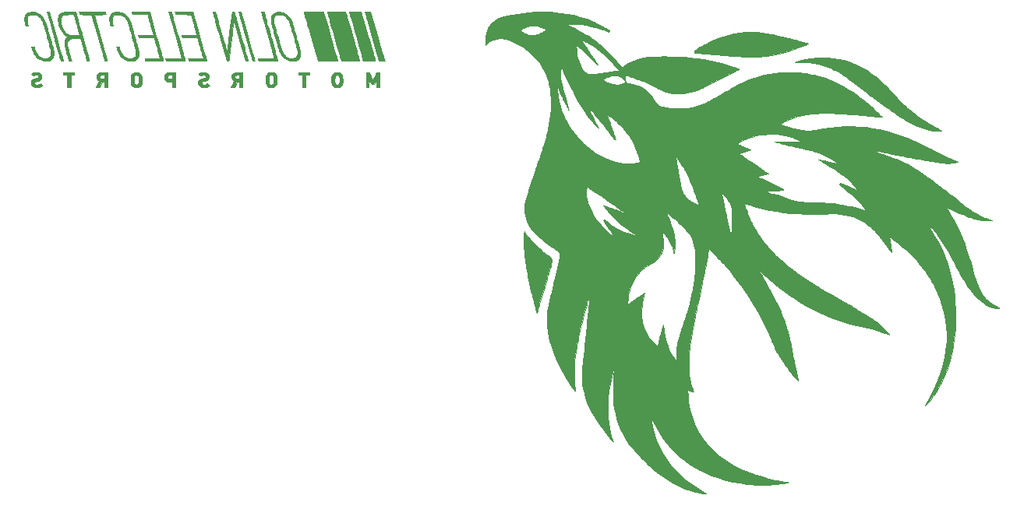
<source format=gbo>
G04 #@! TF.GenerationSoftware,KiCad,Pcbnew,5.1.7-a382d34a8~87~ubuntu20.04.1*
G04 #@! TF.CreationDate,2021-03-22T20:15:53-04:00*
G04 #@! TF.ProjectId,SystemHitLInterface,53797374-656d-4486-9974-4c496e746572,rev?*
G04 #@! TF.SameCoordinates,Original*
G04 #@! TF.FileFunction,Legend,Bot*
G04 #@! TF.FilePolarity,Positive*
%FSLAX46Y46*%
G04 Gerber Fmt 4.6, Leading zero omitted, Abs format (unit mm)*
G04 Created by KiCad (PCBNEW 5.1.7-a382d34a8~87~ubuntu20.04.1) date 2021-03-22 20:15:53*
%MOMM*%
%LPD*%
G01*
G04 APERTURE LIST*
%ADD10C,0.010000*%
G04 APERTURE END LIST*
D10*
G36*
X135427056Y-87535555D02*
G01*
X135288943Y-87567693D01*
X135170867Y-87634457D01*
X135081681Y-87716981D01*
X135020089Y-87796125D01*
X134975602Y-87885727D01*
X134946451Y-87994260D01*
X134930863Y-88130195D01*
X134927069Y-88302004D01*
X134930246Y-88441486D01*
X134942625Y-88637255D01*
X134966786Y-88790772D01*
X135006274Y-88909915D01*
X135064633Y-89002561D01*
X135145410Y-89076587D01*
X135242300Y-89134877D01*
X135339424Y-89168725D01*
X135463424Y-89190438D01*
X135592865Y-89198093D01*
X135706313Y-89189766D01*
X135746906Y-89180143D01*
X135889498Y-89108998D01*
X136009260Y-88998694D01*
X136082399Y-88885694D01*
X136106516Y-88834477D01*
X136123706Y-88788571D01*
X136134933Y-88738500D01*
X136141164Y-88674784D01*
X136143362Y-88587948D01*
X136142493Y-88468514D01*
X136139818Y-88321871D01*
X136139684Y-88315681D01*
X135813022Y-88315681D01*
X135809176Y-88443568D01*
X135800237Y-88566673D01*
X135787013Y-88671797D01*
X135770314Y-88745740D01*
X135761252Y-88766361D01*
X135710297Y-88819247D01*
X135636327Y-88867255D01*
X135562838Y-88896288D01*
X135539489Y-88899421D01*
X135495138Y-88888811D01*
X135433766Y-88862394D01*
X135431969Y-88861470D01*
X135373857Y-88824133D01*
X135332120Y-88776102D01*
X135304563Y-88709354D01*
X135288989Y-88615867D01*
X135283202Y-88487618D01*
X135284828Y-88323896D01*
X135293100Y-87981305D01*
X135376051Y-87907252D01*
X135473535Y-87847293D01*
X135571551Y-87833789D01*
X135662042Y-87863125D01*
X135736951Y-87931690D01*
X135788217Y-88035868D01*
X135802196Y-88098354D01*
X135810965Y-88196210D01*
X135813022Y-88315681D01*
X136139684Y-88315681D01*
X136136405Y-88164384D01*
X136132488Y-88048726D01*
X136126752Y-87965928D01*
X136117877Y-87907027D01*
X136104548Y-87863056D01*
X136085446Y-87825049D01*
X136061234Y-87787026D01*
X135962937Y-87668722D01*
X135846890Y-87590271D01*
X135703096Y-87546222D01*
X135596917Y-87533881D01*
X135427056Y-87535555D01*
G37*
X135427056Y-87535555D02*
X135288943Y-87567693D01*
X135170867Y-87634457D01*
X135081681Y-87716981D01*
X135020089Y-87796125D01*
X134975602Y-87885727D01*
X134946451Y-87994260D01*
X134930863Y-88130195D01*
X134927069Y-88302004D01*
X134930246Y-88441486D01*
X134942625Y-88637255D01*
X134966786Y-88790772D01*
X135006274Y-88909915D01*
X135064633Y-89002561D01*
X135145410Y-89076587D01*
X135242300Y-89134877D01*
X135339424Y-89168725D01*
X135463424Y-89190438D01*
X135592865Y-89198093D01*
X135706313Y-89189766D01*
X135746906Y-89180143D01*
X135889498Y-89108998D01*
X136009260Y-88998694D01*
X136082399Y-88885694D01*
X136106516Y-88834477D01*
X136123706Y-88788571D01*
X136134933Y-88738500D01*
X136141164Y-88674784D01*
X136143362Y-88587948D01*
X136142493Y-88468514D01*
X136139818Y-88321871D01*
X136139684Y-88315681D01*
X135813022Y-88315681D01*
X135809176Y-88443568D01*
X135800237Y-88566673D01*
X135787013Y-88671797D01*
X135770314Y-88745740D01*
X135761252Y-88766361D01*
X135710297Y-88819247D01*
X135636327Y-88867255D01*
X135562838Y-88896288D01*
X135539489Y-88899421D01*
X135495138Y-88888811D01*
X135433766Y-88862394D01*
X135431969Y-88861470D01*
X135373857Y-88824133D01*
X135332120Y-88776102D01*
X135304563Y-88709354D01*
X135288989Y-88615867D01*
X135283202Y-88487618D01*
X135284828Y-88323896D01*
X135293100Y-87981305D01*
X135376051Y-87907252D01*
X135473535Y-87847293D01*
X135571551Y-87833789D01*
X135662042Y-87863125D01*
X135736951Y-87931690D01*
X135788217Y-88035868D01*
X135802196Y-88098354D01*
X135810965Y-88196210D01*
X135813022Y-88315681D01*
X136139684Y-88315681D01*
X136136405Y-88164384D01*
X136132488Y-88048726D01*
X136126752Y-87965928D01*
X136117877Y-87907027D01*
X136104548Y-87863056D01*
X136085446Y-87825049D01*
X136061234Y-87787026D01*
X135962937Y-87668722D01*
X135846890Y-87590271D01*
X135703096Y-87546222D01*
X135596917Y-87533881D01*
X135427056Y-87535555D01*
G36*
X128228179Y-87545073D02*
G01*
X128083513Y-87601184D01*
X127958357Y-87692603D01*
X127876693Y-87794149D01*
X127846937Y-87844116D01*
X127825857Y-87888752D01*
X127811699Y-87938327D01*
X127802707Y-88003111D01*
X127797128Y-88093375D01*
X127793205Y-88219388D01*
X127791455Y-88292980D01*
X127789752Y-88491864D01*
X127796265Y-88648514D01*
X127813021Y-88771118D01*
X127842046Y-88867864D01*
X127885368Y-88946939D01*
X127945014Y-89016530D01*
X127978221Y-89047376D01*
X128124312Y-89143423D01*
X128290728Y-89194050D01*
X128473544Y-89198472D01*
X128610131Y-89173404D01*
X128712099Y-89126109D01*
X128815253Y-89044996D01*
X128905159Y-88944585D01*
X128967385Y-88839398D01*
X128981028Y-88800237D01*
X128993992Y-88718022D01*
X129001770Y-88591892D01*
X129004075Y-88428496D01*
X129003860Y-88411881D01*
X128661689Y-88411881D01*
X128659571Y-88541899D01*
X128654271Y-88632178D01*
X128644136Y-88693753D01*
X128627515Y-88737663D01*
X128608440Y-88767481D01*
X128521712Y-88851510D01*
X128425602Y-88888709D01*
X128327392Y-88878463D01*
X128234363Y-88820156D01*
X128215230Y-88800724D01*
X128177613Y-88750707D01*
X128153397Y-88691067D01*
X128137531Y-88606066D01*
X128129720Y-88534224D01*
X128122006Y-88368269D01*
X128128590Y-88207084D01*
X128148229Y-88066585D01*
X128173173Y-87978052D01*
X128225235Y-87906293D01*
X128307773Y-87853852D01*
X128400910Y-87833296D01*
X128402089Y-87833294D01*
X128463039Y-87846452D01*
X128534171Y-87878451D01*
X128541672Y-87882883D01*
X128587275Y-87918395D01*
X128620239Y-87966142D01*
X128642353Y-88034010D01*
X128655405Y-88129884D01*
X128661185Y-88261649D01*
X128661689Y-88411881D01*
X129003860Y-88411881D01*
X129002445Y-88302859D01*
X128998808Y-88154704D01*
X128994408Y-88047290D01*
X128987561Y-87970564D01*
X128976587Y-87914475D01*
X128959801Y-87868973D01*
X128935523Y-87824004D01*
X128917308Y-87794145D01*
X128815173Y-87673714D01*
X128685853Y-87588591D01*
X128538688Y-87538777D01*
X128383017Y-87524271D01*
X128228179Y-87545073D01*
G37*
X128228179Y-87545073D02*
X128083513Y-87601184D01*
X127958357Y-87692603D01*
X127876693Y-87794149D01*
X127846937Y-87844116D01*
X127825857Y-87888752D01*
X127811699Y-87938327D01*
X127802707Y-88003111D01*
X127797128Y-88093375D01*
X127793205Y-88219388D01*
X127791455Y-88292980D01*
X127789752Y-88491864D01*
X127796265Y-88648514D01*
X127813021Y-88771118D01*
X127842046Y-88867864D01*
X127885368Y-88946939D01*
X127945014Y-89016530D01*
X127978221Y-89047376D01*
X128124312Y-89143423D01*
X128290728Y-89194050D01*
X128473544Y-89198472D01*
X128610131Y-89173404D01*
X128712099Y-89126109D01*
X128815253Y-89044996D01*
X128905159Y-88944585D01*
X128967385Y-88839398D01*
X128981028Y-88800237D01*
X128993992Y-88718022D01*
X129001770Y-88591892D01*
X129004075Y-88428496D01*
X129003860Y-88411881D01*
X128661689Y-88411881D01*
X128659571Y-88541899D01*
X128654271Y-88632178D01*
X128644136Y-88693753D01*
X128627515Y-88737663D01*
X128608440Y-88767481D01*
X128521712Y-88851510D01*
X128425602Y-88888709D01*
X128327392Y-88878463D01*
X128234363Y-88820156D01*
X128215230Y-88800724D01*
X128177613Y-88750707D01*
X128153397Y-88691067D01*
X128137531Y-88606066D01*
X128129720Y-88534224D01*
X128122006Y-88368269D01*
X128128590Y-88207084D01*
X128148229Y-88066585D01*
X128173173Y-87978052D01*
X128225235Y-87906293D01*
X128307773Y-87853852D01*
X128400910Y-87833296D01*
X128402089Y-87833294D01*
X128463039Y-87846452D01*
X128534171Y-87878451D01*
X128541672Y-87882883D01*
X128587275Y-87918395D01*
X128620239Y-87966142D01*
X128642353Y-88034010D01*
X128655405Y-88129884D01*
X128661185Y-88261649D01*
X128661689Y-88411881D01*
X129003860Y-88411881D01*
X129002445Y-88302859D01*
X128998808Y-88154704D01*
X128994408Y-88047290D01*
X128987561Y-87970564D01*
X128976587Y-87914475D01*
X128959801Y-87868973D01*
X128935523Y-87824004D01*
X128917308Y-87794145D01*
X128815173Y-87673714D01*
X128685853Y-87588591D01*
X128538688Y-87538777D01*
X128383017Y-87524271D01*
X128228179Y-87545073D01*
G36*
X120855466Y-87541836D02*
G01*
X120709673Y-87577750D01*
X120592297Y-87633216D01*
X120524940Y-87691024D01*
X120508176Y-87719804D01*
X120514550Y-87750198D01*
X120549567Y-87794376D01*
X120590932Y-87836883D01*
X120693083Y-87939035D01*
X120791815Y-87886117D01*
X120904766Y-87844167D01*
X121023162Y-87830743D01*
X121131599Y-87845510D01*
X121214674Y-87888129D01*
X121222655Y-87895545D01*
X121274503Y-87966302D01*
X121280168Y-88035579D01*
X121260306Y-88085881D01*
X121238218Y-88117172D01*
X121204130Y-88141065D01*
X121148147Y-88161265D01*
X121060373Y-88181475D01*
X120950017Y-88202026D01*
X120780398Y-88240885D01*
X120654224Y-88292254D01*
X120564661Y-88361382D01*
X120504874Y-88453518D01*
X120468438Y-88571920D01*
X120457328Y-88736603D01*
X120493061Y-88884467D01*
X120573510Y-89011026D01*
X120696547Y-89111794D01*
X120734520Y-89132844D01*
X120836199Y-89167626D01*
X120969221Y-89189642D01*
X121115488Y-89197799D01*
X121256903Y-89191003D01*
X121365758Y-89171002D01*
X121452592Y-89137884D01*
X121538469Y-89091306D01*
X121610662Y-89039901D01*
X121656439Y-88992303D01*
X121666000Y-88967362D01*
X121649001Y-88933140D01*
X121605304Y-88878979D01*
X121566279Y-88838333D01*
X121466557Y-88740958D01*
X121400884Y-88792616D01*
X121290092Y-88852910D01*
X121158262Y-88884301D01*
X121022809Y-88885476D01*
X120901146Y-88855121D01*
X120859550Y-88833421D01*
X120817010Y-88779867D01*
X120801597Y-88703996D01*
X120814802Y-88627345D01*
X120842315Y-88584314D01*
X120875553Y-88552818D01*
X120886765Y-88544365D01*
X120947826Y-88537665D01*
X121040496Y-88520666D01*
X121148729Y-88497098D01*
X121256479Y-88470694D01*
X121347700Y-88445186D01*
X121406346Y-88424307D01*
X121409448Y-88422797D01*
X121504954Y-88347755D01*
X121571082Y-88241546D01*
X121606580Y-88115309D01*
X121610197Y-87980181D01*
X121580679Y-87847299D01*
X121516776Y-87727801D01*
X121491094Y-87696647D01*
X121391547Y-87612172D01*
X121270366Y-87558676D01*
X121118167Y-87532834D01*
X121018300Y-87529205D01*
X120855466Y-87541836D01*
G37*
X120855466Y-87541836D02*
X120709673Y-87577750D01*
X120592297Y-87633216D01*
X120524940Y-87691024D01*
X120508176Y-87719804D01*
X120514550Y-87750198D01*
X120549567Y-87794376D01*
X120590932Y-87836883D01*
X120693083Y-87939035D01*
X120791815Y-87886117D01*
X120904766Y-87844167D01*
X121023162Y-87830743D01*
X121131599Y-87845510D01*
X121214674Y-87888129D01*
X121222655Y-87895545D01*
X121274503Y-87966302D01*
X121280168Y-88035579D01*
X121260306Y-88085881D01*
X121238218Y-88117172D01*
X121204130Y-88141065D01*
X121148147Y-88161265D01*
X121060373Y-88181475D01*
X120950017Y-88202026D01*
X120780398Y-88240885D01*
X120654224Y-88292254D01*
X120564661Y-88361382D01*
X120504874Y-88453518D01*
X120468438Y-88571920D01*
X120457328Y-88736603D01*
X120493061Y-88884467D01*
X120573510Y-89011026D01*
X120696547Y-89111794D01*
X120734520Y-89132844D01*
X120836199Y-89167626D01*
X120969221Y-89189642D01*
X121115488Y-89197799D01*
X121256903Y-89191003D01*
X121365758Y-89171002D01*
X121452592Y-89137884D01*
X121538469Y-89091306D01*
X121610662Y-89039901D01*
X121656439Y-88992303D01*
X121666000Y-88967362D01*
X121649001Y-88933140D01*
X121605304Y-88878979D01*
X121566279Y-88838333D01*
X121466557Y-88740958D01*
X121400884Y-88792616D01*
X121290092Y-88852910D01*
X121158262Y-88884301D01*
X121022809Y-88885476D01*
X120901146Y-88855121D01*
X120859550Y-88833421D01*
X120817010Y-88779867D01*
X120801597Y-88703996D01*
X120814802Y-88627345D01*
X120842315Y-88584314D01*
X120875553Y-88552818D01*
X120886765Y-88544365D01*
X120947826Y-88537665D01*
X121040496Y-88520666D01*
X121148729Y-88497098D01*
X121256479Y-88470694D01*
X121347700Y-88445186D01*
X121406346Y-88424307D01*
X121409448Y-88422797D01*
X121504954Y-88347755D01*
X121571082Y-88241546D01*
X121606580Y-88115309D01*
X121610197Y-87980181D01*
X121580679Y-87847299D01*
X121516776Y-87727801D01*
X121491094Y-87696647D01*
X121391547Y-87612172D01*
X121270366Y-87558676D01*
X121118167Y-87532834D01*
X121018300Y-87529205D01*
X120855466Y-87541836D01*
G36*
X113543332Y-87549018D02*
G01*
X113390476Y-87607651D01*
X113269626Y-87705600D01*
X113180474Y-87843051D01*
X113169076Y-87868852D01*
X113145501Y-87954229D01*
X113127375Y-88076361D01*
X113115411Y-88221422D01*
X113110322Y-88375588D01*
X113112820Y-88525034D01*
X113123618Y-88655937D01*
X113127213Y-88681094D01*
X113170214Y-88850304D01*
X113242502Y-88982459D01*
X113348645Y-89084886D01*
X113399632Y-89118023D01*
X113524325Y-89169049D01*
X113671625Y-89196151D01*
X113820398Y-89197332D01*
X113949510Y-89170594D01*
X113950802Y-89170115D01*
X114103994Y-89088286D01*
X114222664Y-88971713D01*
X114277832Y-88881640D01*
X114301043Y-88829922D01*
X114317311Y-88778868D01*
X114327869Y-88718126D01*
X114333947Y-88637346D01*
X114336776Y-88526176D01*
X114336997Y-88485830D01*
X113992707Y-88485830D01*
X113984900Y-88619837D01*
X113965857Y-88717912D01*
X113933581Y-88787231D01*
X113886075Y-88834967D01*
X113837401Y-88861732D01*
X113770862Y-88888825D01*
X113725310Y-88895961D01*
X113675574Y-88883269D01*
X113625171Y-88862814D01*
X113561872Y-88826039D01*
X113516415Y-88771720D01*
X113486312Y-88692298D01*
X113469073Y-88580216D01*
X113462212Y-88427916D01*
X113461800Y-88366600D01*
X113466016Y-88199995D01*
X113478398Y-88075668D01*
X113497217Y-88000803D01*
X113560659Y-87903048D01*
X113646201Y-87846848D01*
X113744323Y-87834417D01*
X113845505Y-87867966D01*
X113899550Y-87907300D01*
X113982500Y-87981400D01*
X113991273Y-88308718D01*
X113992707Y-88485830D01*
X114336997Y-88485830D01*
X114337582Y-88379300D01*
X114335806Y-88198495D01*
X114328542Y-88059057D01*
X114313720Y-87951665D01*
X114289272Y-87867001D01*
X114253128Y-87795745D01*
X114203220Y-87728579D01*
X114189580Y-87712734D01*
X114080636Y-87616317D01*
X113951691Y-87557091D01*
X113793349Y-87531321D01*
X113728500Y-87529515D01*
X113543332Y-87549018D01*
G37*
X113543332Y-87549018D02*
X113390476Y-87607651D01*
X113269626Y-87705600D01*
X113180474Y-87843051D01*
X113169076Y-87868852D01*
X113145501Y-87954229D01*
X113127375Y-88076361D01*
X113115411Y-88221422D01*
X113110322Y-88375588D01*
X113112820Y-88525034D01*
X113123618Y-88655937D01*
X113127213Y-88681094D01*
X113170214Y-88850304D01*
X113242502Y-88982459D01*
X113348645Y-89084886D01*
X113399632Y-89118023D01*
X113524325Y-89169049D01*
X113671625Y-89196151D01*
X113820398Y-89197332D01*
X113949510Y-89170594D01*
X113950802Y-89170115D01*
X114103994Y-89088286D01*
X114222664Y-88971713D01*
X114277832Y-88881640D01*
X114301043Y-88829922D01*
X114317311Y-88778868D01*
X114327869Y-88718126D01*
X114333947Y-88637346D01*
X114336776Y-88526176D01*
X114336997Y-88485830D01*
X113992707Y-88485830D01*
X113984900Y-88619837D01*
X113965857Y-88717912D01*
X113933581Y-88787231D01*
X113886075Y-88834967D01*
X113837401Y-88861732D01*
X113770862Y-88888825D01*
X113725310Y-88895961D01*
X113675574Y-88883269D01*
X113625171Y-88862814D01*
X113561872Y-88826039D01*
X113516415Y-88771720D01*
X113486312Y-88692298D01*
X113469073Y-88580216D01*
X113462212Y-88427916D01*
X113461800Y-88366600D01*
X113466016Y-88199995D01*
X113478398Y-88075668D01*
X113497217Y-88000803D01*
X113560659Y-87903048D01*
X113646201Y-87846848D01*
X113744323Y-87834417D01*
X113845505Y-87867966D01*
X113899550Y-87907300D01*
X113982500Y-87981400D01*
X113991273Y-88308718D01*
X113992707Y-88485830D01*
X114336997Y-88485830D01*
X114337582Y-88379300D01*
X114335806Y-88198495D01*
X114328542Y-88059057D01*
X114313720Y-87951665D01*
X114289272Y-87867001D01*
X114253128Y-87795745D01*
X114203220Y-87728579D01*
X114189580Y-87712734D01*
X114080636Y-87616317D01*
X113951691Y-87557091D01*
X113793349Y-87531321D01*
X113728500Y-87529515D01*
X113543332Y-87549018D01*
G36*
X102660447Y-87540792D02*
G01*
X102600128Y-87553561D01*
X102515474Y-87587205D01*
X102434855Y-87630408D01*
X102371514Y-87674795D01*
X102338693Y-87711994D01*
X102336774Y-87720095D01*
X102353567Y-87751587D01*
X102396799Y-87803509D01*
X102432890Y-87840714D01*
X102529180Y-87934738D01*
X102628761Y-87883969D01*
X102744858Y-87841830D01*
X102858419Y-87830154D01*
X102959883Y-87846416D01*
X103039688Y-87888090D01*
X103088273Y-87952651D01*
X103098600Y-88008052D01*
X103087143Y-88070913D01*
X103048376Y-88119105D01*
X102975710Y-88156654D01*
X102862552Y-88187584D01*
X102778397Y-88203627D01*
X102614171Y-88239651D01*
X102492581Y-88285998D01*
X102405770Y-88347420D01*
X102345881Y-88428669D01*
X102323328Y-88478864D01*
X102287523Y-88634246D01*
X102295707Y-88785973D01*
X102344636Y-88924946D01*
X102431066Y-89042062D01*
X102551755Y-89128219D01*
X102555364Y-89129986D01*
X102667189Y-89167400D01*
X102808270Y-89190923D01*
X102958565Y-89198932D01*
X103098034Y-89189804D01*
X103156145Y-89178635D01*
X103259261Y-89144691D01*
X103360630Y-89098072D01*
X103442592Y-89047731D01*
X103479058Y-89014953D01*
X103493557Y-88987482D01*
X103485111Y-88955839D01*
X103448230Y-88908920D01*
X103403396Y-88861895D01*
X103293576Y-88749997D01*
X103226041Y-88798086D01*
X103126233Y-88848637D01*
X103003716Y-88882353D01*
X102883375Y-88893557D01*
X102829492Y-88888523D01*
X102743917Y-88856901D01*
X102670995Y-88803051D01*
X102624896Y-88739435D01*
X102616000Y-88700768D01*
X102630252Y-88634067D01*
X102676806Y-88583088D01*
X102761357Y-88544267D01*
X102889604Y-88514039D01*
X102923564Y-88508298D01*
X103097586Y-88472307D01*
X103228177Y-88424782D01*
X103322238Y-88361072D01*
X103386671Y-88276525D01*
X103427879Y-88168372D01*
X103446880Y-88007890D01*
X103418901Y-87858027D01*
X103346582Y-87725991D01*
X103232566Y-87618994D01*
X103224659Y-87613661D01*
X103160558Y-87576765D01*
X103093786Y-87553774D01*
X103007300Y-87540353D01*
X102909344Y-87533426D01*
X102774269Y-87531769D01*
X102660447Y-87540792D01*
G37*
X102660447Y-87540792D02*
X102600128Y-87553561D01*
X102515474Y-87587205D01*
X102434855Y-87630408D01*
X102371514Y-87674795D01*
X102338693Y-87711994D01*
X102336774Y-87720095D01*
X102353567Y-87751587D01*
X102396799Y-87803509D01*
X102432890Y-87840714D01*
X102529180Y-87934738D01*
X102628761Y-87883969D01*
X102744858Y-87841830D01*
X102858419Y-87830154D01*
X102959883Y-87846416D01*
X103039688Y-87888090D01*
X103088273Y-87952651D01*
X103098600Y-88008052D01*
X103087143Y-88070913D01*
X103048376Y-88119105D01*
X102975710Y-88156654D01*
X102862552Y-88187584D01*
X102778397Y-88203627D01*
X102614171Y-88239651D01*
X102492581Y-88285998D01*
X102405770Y-88347420D01*
X102345881Y-88428669D01*
X102323328Y-88478864D01*
X102287523Y-88634246D01*
X102295707Y-88785973D01*
X102344636Y-88924946D01*
X102431066Y-89042062D01*
X102551755Y-89128219D01*
X102555364Y-89129986D01*
X102667189Y-89167400D01*
X102808270Y-89190923D01*
X102958565Y-89198932D01*
X103098034Y-89189804D01*
X103156145Y-89178635D01*
X103259261Y-89144691D01*
X103360630Y-89098072D01*
X103442592Y-89047731D01*
X103479058Y-89014953D01*
X103493557Y-88987482D01*
X103485111Y-88955839D01*
X103448230Y-88908920D01*
X103403396Y-88861895D01*
X103293576Y-88749997D01*
X103226041Y-88798086D01*
X103126233Y-88848637D01*
X103003716Y-88882353D01*
X102883375Y-88893557D01*
X102829492Y-88888523D01*
X102743917Y-88856901D01*
X102670995Y-88803051D01*
X102624896Y-88739435D01*
X102616000Y-88700768D01*
X102630252Y-88634067D01*
X102676806Y-88583088D01*
X102761357Y-88544267D01*
X102889604Y-88514039D01*
X102923564Y-88508298D01*
X103097586Y-88472307D01*
X103228177Y-88424782D01*
X103322238Y-88361072D01*
X103386671Y-88276525D01*
X103427879Y-88168372D01*
X103446880Y-88007890D01*
X103418901Y-87858027D01*
X103346582Y-87725991D01*
X103232566Y-87618994D01*
X103224659Y-87613661D01*
X103160558Y-87576765D01*
X103093786Y-87553774D01*
X103007300Y-87540353D01*
X102909344Y-87533426D01*
X102774269Y-87531769D01*
X102660447Y-87540792D01*
G36*
X139639754Y-87959475D02*
G01*
X139430532Y-88390550D01*
X139018300Y-87528400D01*
X138684000Y-87528400D01*
X138684000Y-89179400D01*
X139014200Y-89179400D01*
X139017152Y-88277700D01*
X139161206Y-88563450D01*
X139305261Y-88849200D01*
X139561340Y-88849200D01*
X139705395Y-88563450D01*
X139849449Y-88277700D01*
X139850925Y-88728550D01*
X139852400Y-89179400D01*
X140182600Y-89179400D01*
X140182600Y-87528400D01*
X139848977Y-87528400D01*
X139639754Y-87959475D01*
G37*
X139639754Y-87959475D02*
X139430532Y-88390550D01*
X139018300Y-87528400D01*
X138684000Y-87528400D01*
X138684000Y-89179400D01*
X139014200Y-89179400D01*
X139017152Y-88277700D01*
X139161206Y-88563450D01*
X139305261Y-88849200D01*
X139561340Y-88849200D01*
X139705395Y-88563450D01*
X139849449Y-88277700D01*
X139850925Y-88728550D01*
X139852400Y-89179400D01*
X140182600Y-89179400D01*
X140182600Y-87528400D01*
X139848977Y-87528400D01*
X139639754Y-87959475D01*
G36*
X131368800Y-87833200D02*
G01*
X131800600Y-87833200D01*
X131800600Y-89179400D01*
X132130800Y-89179400D01*
X132130800Y-87833200D01*
X132562600Y-87833200D01*
X132562600Y-87528400D01*
X131368800Y-87528400D01*
X131368800Y-87833200D01*
G37*
X131368800Y-87833200D02*
X131800600Y-87833200D01*
X131800600Y-89179400D01*
X132130800Y-89179400D01*
X132130800Y-87833200D01*
X132562600Y-87833200D01*
X132562600Y-87528400D01*
X131368800Y-87528400D01*
X131368800Y-87833200D01*
G36*
X124898150Y-87529005D02*
G01*
X124760774Y-87530860D01*
X124633334Y-87535503D01*
X124528703Y-87542268D01*
X124459753Y-87550492D01*
X124452347Y-87552025D01*
X124307982Y-87609459D01*
X124193019Y-87703374D01*
X124112140Y-87825870D01*
X124070022Y-87969050D01*
X124071347Y-88125014D01*
X124081930Y-88177211D01*
X124115591Y-88261980D01*
X124168757Y-88345948D01*
X124230801Y-88416252D01*
X124291097Y-88460023D01*
X124322273Y-88468200D01*
X124330089Y-88483792D01*
X124315815Y-88532563D01*
X124278209Y-88617508D01*
X124216032Y-88741620D01*
X124181727Y-88807215D01*
X124119388Y-88926374D01*
X124066502Y-89029456D01*
X124027207Y-89108236D01*
X124005642Y-89154489D01*
X124002800Y-89162815D01*
X124026174Y-89170580D01*
X124088210Y-89176399D01*
X124176776Y-89179263D01*
X124202320Y-89179400D01*
X124401839Y-89179400D01*
X124551570Y-88862185D01*
X124701300Y-88544971D01*
X124809250Y-88544685D01*
X124917200Y-88544400D01*
X124917200Y-89179400D01*
X125247400Y-89179400D01*
X125247400Y-88239600D01*
X124917200Y-88239600D01*
X124725546Y-88239600D01*
X124623583Y-88237701D01*
X124557601Y-88229591D01*
X124512847Y-88211649D01*
X124474569Y-88180253D01*
X124471546Y-88177254D01*
X124419314Y-88096405D01*
X124417268Y-88010611D01*
X124465452Y-87923074D01*
X124468065Y-87919999D01*
X124504434Y-87884156D01*
X124547115Y-87861902D01*
X124610417Y-87848677D01*
X124708648Y-87839920D01*
X124722065Y-87839042D01*
X124917200Y-87826519D01*
X124917200Y-88239600D01*
X125247400Y-88239600D01*
X125247400Y-87528400D01*
X124898150Y-87529005D01*
G37*
X124898150Y-87529005D02*
X124760774Y-87530860D01*
X124633334Y-87535503D01*
X124528703Y-87542268D01*
X124459753Y-87550492D01*
X124452347Y-87552025D01*
X124307982Y-87609459D01*
X124193019Y-87703374D01*
X124112140Y-87825870D01*
X124070022Y-87969050D01*
X124071347Y-88125014D01*
X124081930Y-88177211D01*
X124115591Y-88261980D01*
X124168757Y-88345948D01*
X124230801Y-88416252D01*
X124291097Y-88460023D01*
X124322273Y-88468200D01*
X124330089Y-88483792D01*
X124315815Y-88532563D01*
X124278209Y-88617508D01*
X124216032Y-88741620D01*
X124181727Y-88807215D01*
X124119388Y-88926374D01*
X124066502Y-89029456D01*
X124027207Y-89108236D01*
X124005642Y-89154489D01*
X124002800Y-89162815D01*
X124026174Y-89170580D01*
X124088210Y-89176399D01*
X124176776Y-89179263D01*
X124202320Y-89179400D01*
X124401839Y-89179400D01*
X124551570Y-88862185D01*
X124701300Y-88544971D01*
X124809250Y-88544685D01*
X124917200Y-88544400D01*
X124917200Y-89179400D01*
X125247400Y-89179400D01*
X125247400Y-88239600D01*
X124917200Y-88239600D01*
X124725546Y-88239600D01*
X124623583Y-88237701D01*
X124557601Y-88229591D01*
X124512847Y-88211649D01*
X124474569Y-88180253D01*
X124471546Y-88177254D01*
X124419314Y-88096405D01*
X124417268Y-88010611D01*
X124465452Y-87923074D01*
X124468065Y-87919999D01*
X124504434Y-87884156D01*
X124547115Y-87861902D01*
X124610417Y-87848677D01*
X124708648Y-87839920D01*
X124722065Y-87839042D01*
X124917200Y-87826519D01*
X124917200Y-88239600D01*
X125247400Y-88239600D01*
X125247400Y-87528400D01*
X124898150Y-87529005D01*
G36*
X117595650Y-87528541D02*
G01*
X117416921Y-87530570D01*
X117279251Y-87537597D01*
X117173008Y-87551274D01*
X117088563Y-87573252D01*
X117016284Y-87605181D01*
X116964013Y-87636820D01*
X116873712Y-87724927D01*
X116807504Y-87845582D01*
X116769321Y-87984705D01*
X116763096Y-88128216D01*
X116790816Y-88256996D01*
X116864513Y-88384815D01*
X116976385Y-88479168D01*
X117126455Y-88540065D01*
X117314749Y-88567521D01*
X117379750Y-88569242D01*
X117602000Y-88569800D01*
X117602000Y-89179400D01*
X117957600Y-89179400D01*
X117957600Y-87833200D01*
X117602000Y-87833200D01*
X117602000Y-88265000D01*
X117427626Y-88265000D01*
X117320434Y-88261014D01*
X117248173Y-88246887D01*
X117195443Y-88219364D01*
X117189180Y-88214601D01*
X117124055Y-88136316D01*
X117106496Y-88045399D01*
X117130790Y-87962734D01*
X117191633Y-87893675D01*
X117290667Y-87851062D01*
X117430898Y-87833735D01*
X117466091Y-87833200D01*
X117602000Y-87833200D01*
X117957600Y-87833200D01*
X117957600Y-87528400D01*
X117595650Y-87528541D01*
G37*
X117595650Y-87528541D02*
X117416921Y-87530570D01*
X117279251Y-87537597D01*
X117173008Y-87551274D01*
X117088563Y-87573252D01*
X117016284Y-87605181D01*
X116964013Y-87636820D01*
X116873712Y-87724927D01*
X116807504Y-87845582D01*
X116769321Y-87984705D01*
X116763096Y-88128216D01*
X116790816Y-88256996D01*
X116864513Y-88384815D01*
X116976385Y-88479168D01*
X117126455Y-88540065D01*
X117314749Y-88567521D01*
X117379750Y-88569242D01*
X117602000Y-88569800D01*
X117602000Y-89179400D01*
X117957600Y-89179400D01*
X117957600Y-87833200D01*
X117602000Y-87833200D01*
X117602000Y-88265000D01*
X117427626Y-88265000D01*
X117320434Y-88261014D01*
X117248173Y-88246887D01*
X117195443Y-88219364D01*
X117189180Y-88214601D01*
X117124055Y-88136316D01*
X117106496Y-88045399D01*
X117130790Y-87962734D01*
X117191633Y-87893675D01*
X117290667Y-87851062D01*
X117430898Y-87833735D01*
X117466091Y-87833200D01*
X117602000Y-87833200D01*
X117957600Y-87833200D01*
X117957600Y-87528400D01*
X117595650Y-87528541D01*
G36*
X110229650Y-87528541D02*
G01*
X110043771Y-87531020D01*
X109899491Y-87539403D01*
X109787788Y-87555355D01*
X109699637Y-87580542D01*
X109626017Y-87616629D01*
X109579186Y-87648595D01*
X109489661Y-87745756D01*
X109428611Y-87872705D01*
X109399580Y-88014970D01*
X109406110Y-88158078D01*
X109432447Y-88247951D01*
X109475164Y-88317702D01*
X109539785Y-88390516D01*
X109609298Y-88449102D01*
X109654021Y-88473173D01*
X109654302Y-88498638D01*
X109630717Y-88563607D01*
X109585113Y-88663776D01*
X109519339Y-88794839D01*
X109500341Y-88831202D01*
X109317165Y-89179400D01*
X109731488Y-89179400D01*
X110035242Y-88544400D01*
X110236000Y-88544400D01*
X110236000Y-89179400D01*
X110591600Y-89179400D01*
X110591600Y-87833200D01*
X110236000Y-87833200D01*
X110236000Y-88239600D01*
X110051850Y-88238792D01*
X109941916Y-88233497D01*
X109860126Y-88219919D01*
X109824249Y-88204972D01*
X109764608Y-88131574D01*
X109745152Y-88041896D01*
X109765415Y-87961526D01*
X109826786Y-87892778D01*
X109927434Y-87850445D01*
X110069783Y-87833597D01*
X110100091Y-87833200D01*
X110236000Y-87833200D01*
X110591600Y-87833200D01*
X110591600Y-87528400D01*
X110229650Y-87528541D01*
G37*
X110229650Y-87528541D02*
X110043771Y-87531020D01*
X109899491Y-87539403D01*
X109787788Y-87555355D01*
X109699637Y-87580542D01*
X109626017Y-87616629D01*
X109579186Y-87648595D01*
X109489661Y-87745756D01*
X109428611Y-87872705D01*
X109399580Y-88014970D01*
X109406110Y-88158078D01*
X109432447Y-88247951D01*
X109475164Y-88317702D01*
X109539785Y-88390516D01*
X109609298Y-88449102D01*
X109654021Y-88473173D01*
X109654302Y-88498638D01*
X109630717Y-88563607D01*
X109585113Y-88663776D01*
X109519339Y-88794839D01*
X109500341Y-88831202D01*
X109317165Y-89179400D01*
X109731488Y-89179400D01*
X110035242Y-88544400D01*
X110236000Y-88544400D01*
X110236000Y-89179400D01*
X110591600Y-89179400D01*
X110591600Y-87833200D01*
X110236000Y-87833200D01*
X110236000Y-88239600D01*
X110051850Y-88238792D01*
X109941916Y-88233497D01*
X109860126Y-88219919D01*
X109824249Y-88204972D01*
X109764608Y-88131574D01*
X109745152Y-88041896D01*
X109765415Y-87961526D01*
X109826786Y-87892778D01*
X109927434Y-87850445D01*
X110069783Y-87833597D01*
X110100091Y-87833200D01*
X110236000Y-87833200D01*
X110591600Y-87833200D01*
X110591600Y-87528400D01*
X110229650Y-87528541D01*
G36*
X105816400Y-87833200D02*
G01*
X106248200Y-87833200D01*
X106248200Y-89179400D01*
X106603800Y-89179400D01*
X106603800Y-87833200D01*
X107010200Y-87833200D01*
X107010200Y-87528400D01*
X105816400Y-87528400D01*
X105816400Y-87833200D01*
G37*
X105816400Y-87833200D02*
X106248200Y-87833200D01*
X106248200Y-89179400D01*
X106603800Y-89179400D01*
X106603800Y-87833200D01*
X107010200Y-87833200D01*
X107010200Y-87528400D01*
X105816400Y-87528400D01*
X105816400Y-87833200D01*
G36*
X138751190Y-80975507D02*
G01*
X138666040Y-80977499D01*
X138615319Y-80982780D01*
X138590842Y-80992956D01*
X138584424Y-81009632D01*
X138587480Y-81032349D01*
X138595846Y-81064091D01*
X138617297Y-81141408D01*
X138650907Y-81261045D01*
X138695751Y-81419748D01*
X138750903Y-81614263D01*
X138815436Y-81841334D01*
X138888426Y-82097708D01*
X138968945Y-82380130D01*
X139056070Y-82685346D01*
X139148873Y-83010100D01*
X139246429Y-83351138D01*
X139346091Y-83699197D01*
X140093700Y-86308895D01*
X140403636Y-86309047D01*
X140713571Y-86309200D01*
X140681003Y-86200984D01*
X140669629Y-86162046D01*
X140645232Y-86077649D01*
X140608782Y-85951169D01*
X140561249Y-85785982D01*
X140503603Y-85585464D01*
X140436812Y-85352990D01*
X140361847Y-85091937D01*
X140279678Y-84805680D01*
X140191274Y-84497596D01*
X140097605Y-84171061D01*
X139999640Y-83829450D01*
X139914932Y-83533984D01*
X139181429Y-80975200D01*
X138878954Y-80975200D01*
X138751190Y-80975507D01*
G37*
X138751190Y-80975507D02*
X138666040Y-80977499D01*
X138615319Y-80982780D01*
X138590842Y-80992956D01*
X138584424Y-81009632D01*
X138587480Y-81032349D01*
X138595846Y-81064091D01*
X138617297Y-81141408D01*
X138650907Y-81261045D01*
X138695751Y-81419748D01*
X138750903Y-81614263D01*
X138815436Y-81841334D01*
X138888426Y-82097708D01*
X138968945Y-82380130D01*
X139056070Y-82685346D01*
X139148873Y-83010100D01*
X139246429Y-83351138D01*
X139346091Y-83699197D01*
X140093700Y-86308895D01*
X140403636Y-86309047D01*
X140713571Y-86309200D01*
X140681003Y-86200984D01*
X140669629Y-86162046D01*
X140645232Y-86077649D01*
X140608782Y-85951169D01*
X140561249Y-85785982D01*
X140503603Y-85585464D01*
X140436812Y-85352990D01*
X140361847Y-85091937D01*
X140279678Y-84805680D01*
X140191274Y-84497596D01*
X140097605Y-84171061D01*
X139999640Y-83829450D01*
X139914932Y-83533984D01*
X139181429Y-80975200D01*
X138878954Y-80975200D01*
X138751190Y-80975507D01*
G36*
X137038786Y-80979084D02*
G01*
X136958293Y-80981480D01*
X136906163Y-80985967D01*
X136876788Y-80992878D01*
X136864560Y-81002547D01*
X136863870Y-81015307D01*
X136864902Y-81019217D01*
X136873632Y-81049455D01*
X136895376Y-81125190D01*
X136929177Y-81243080D01*
X136974078Y-81399779D01*
X137029122Y-81591945D01*
X137093350Y-81816234D01*
X137165806Y-82069303D01*
X137245532Y-82347808D01*
X137331571Y-82648406D01*
X137422965Y-82967753D01*
X137518757Y-83302506D01*
X137579615Y-83515200D01*
X137678567Y-83860996D01*
X137774356Y-84195664D01*
X137865958Y-84515627D01*
X137952349Y-84817311D01*
X138032504Y-85097142D01*
X138105398Y-85351544D01*
X138170009Y-85576943D01*
X138225310Y-85769764D01*
X138270278Y-85926432D01*
X138303889Y-86043373D01*
X138325117Y-86117011D01*
X138331140Y-86137750D01*
X138381352Y-86309200D01*
X139027976Y-86309200D01*
X139235237Y-86308651D01*
X139396321Y-86306854D01*
X139515841Y-86303582D01*
X139598410Y-86298608D01*
X139648639Y-86291705D01*
X139671143Y-86282645D01*
X139673451Y-86277450D01*
X139666415Y-86249225D01*
X139646229Y-86175384D01*
X139613804Y-86059126D01*
X139570048Y-85903652D01*
X139515872Y-85712160D01*
X139452184Y-85487850D01*
X139379896Y-85233922D01*
X139299917Y-84953575D01*
X139213156Y-84650009D01*
X139120523Y-84326423D01*
X139022929Y-83986017D01*
X138921282Y-83631991D01*
X138916917Y-83616800D01*
X138161534Y-80987900D01*
X137506518Y-80981117D01*
X137307290Y-80979236D01*
X137153249Y-80978447D01*
X137038786Y-80979084D01*
G37*
X137038786Y-80979084D02*
X136958293Y-80981480D01*
X136906163Y-80985967D01*
X136876788Y-80992878D01*
X136864560Y-81002547D01*
X136863870Y-81015307D01*
X136864902Y-81019217D01*
X136873632Y-81049455D01*
X136895376Y-81125190D01*
X136929177Y-81243080D01*
X136974078Y-81399779D01*
X137029122Y-81591945D01*
X137093350Y-81816234D01*
X137165806Y-82069303D01*
X137245532Y-82347808D01*
X137331571Y-82648406D01*
X137422965Y-82967753D01*
X137518757Y-83302506D01*
X137579615Y-83515200D01*
X137678567Y-83860996D01*
X137774356Y-84195664D01*
X137865958Y-84515627D01*
X137952349Y-84817311D01*
X138032504Y-85097142D01*
X138105398Y-85351544D01*
X138170009Y-85576943D01*
X138225310Y-85769764D01*
X138270278Y-85926432D01*
X138303889Y-86043373D01*
X138325117Y-86117011D01*
X138331140Y-86137750D01*
X138381352Y-86309200D01*
X139027976Y-86309200D01*
X139235237Y-86308651D01*
X139396321Y-86306854D01*
X139515841Y-86303582D01*
X139598410Y-86298608D01*
X139648639Y-86291705D01*
X139671143Y-86282645D01*
X139673451Y-86277450D01*
X139666415Y-86249225D01*
X139646229Y-86175384D01*
X139613804Y-86059126D01*
X139570048Y-85903652D01*
X139515872Y-85712160D01*
X139452184Y-85487850D01*
X139379896Y-85233922D01*
X139299917Y-84953575D01*
X139213156Y-84650009D01*
X139120523Y-84326423D01*
X139022929Y-83986017D01*
X138921282Y-83631991D01*
X138916917Y-83616800D01*
X138161534Y-80987900D01*
X137506518Y-80981117D01*
X137307290Y-80979236D01*
X137153249Y-80978447D01*
X137038786Y-80979084D01*
G36*
X135205721Y-80975311D02*
G01*
X135001161Y-80975784D01*
X134838219Y-80976828D01*
X134712302Y-80978651D01*
X134618821Y-80981461D01*
X134553183Y-80985467D01*
X134510798Y-80990878D01*
X134487073Y-80997902D01*
X134477419Y-81006748D01*
X134477243Y-81017623D01*
X134477814Y-81019650D01*
X134486538Y-81049681D01*
X134508311Y-81125295D01*
X134542201Y-81243236D01*
X134587273Y-81400249D01*
X134642594Y-81593079D01*
X134707231Y-81818471D01*
X134780251Y-82073169D01*
X134860719Y-82353918D01*
X134947703Y-82657463D01*
X135040270Y-82980548D01*
X135137485Y-83319919D01*
X135229790Y-83642200D01*
X135330442Y-83993627D01*
X135427296Y-84331751D01*
X135519420Y-84653315D01*
X135605879Y-84955064D01*
X135685742Y-85233742D01*
X135758075Y-85486096D01*
X135821945Y-85708869D01*
X135876418Y-85898806D01*
X135920561Y-86052653D01*
X135953442Y-86167153D01*
X135974128Y-86239052D01*
X135981577Y-86264750D01*
X135987827Y-86276013D01*
X136002241Y-86285204D01*
X136029543Y-86292531D01*
X136074455Y-86298204D01*
X136141702Y-86302431D01*
X136236005Y-86305421D01*
X136362089Y-86307384D01*
X136524676Y-86308529D01*
X136728490Y-86309064D01*
X136978254Y-86309199D01*
X136985624Y-86309200D01*
X137236148Y-86309088D01*
X137440466Y-86308614D01*
X137603170Y-86307569D01*
X137728854Y-86305743D01*
X137822111Y-86302928D01*
X137887533Y-86298915D01*
X137929715Y-86293493D01*
X137953248Y-86286455D01*
X137962727Y-86277591D01*
X137962744Y-86266693D01*
X137962176Y-86264750D01*
X137952462Y-86231788D01*
X137930073Y-86154517D01*
X137896110Y-86036779D01*
X137851676Y-85882415D01*
X137797870Y-85695269D01*
X137735793Y-85479181D01*
X137666547Y-85237996D01*
X137591232Y-84975553D01*
X137510950Y-84695697D01*
X137426800Y-84402269D01*
X137339886Y-84099110D01*
X137251306Y-83790064D01*
X137162162Y-83478973D01*
X137073556Y-83169678D01*
X136986588Y-82866023D01*
X136902358Y-82571848D01*
X136821969Y-82290997D01*
X136746520Y-82027311D01*
X136677113Y-81784633D01*
X136614849Y-81566804D01*
X136560829Y-81377668D01*
X136516154Y-81221066D01*
X136481924Y-81100840D01*
X136459241Y-81020833D01*
X136449205Y-80984886D01*
X136448800Y-80983241D01*
X136424307Y-80981467D01*
X136354455Y-80979829D01*
X136244683Y-80978370D01*
X136100434Y-80977135D01*
X135927147Y-80976168D01*
X135730262Y-80975513D01*
X135515222Y-80975214D01*
X135456489Y-80975200D01*
X135205721Y-80975311D01*
G37*
X135205721Y-80975311D02*
X135001161Y-80975784D01*
X134838219Y-80976828D01*
X134712302Y-80978651D01*
X134618821Y-80981461D01*
X134553183Y-80985467D01*
X134510798Y-80990878D01*
X134487073Y-80997902D01*
X134477419Y-81006748D01*
X134477243Y-81017623D01*
X134477814Y-81019650D01*
X134486538Y-81049681D01*
X134508311Y-81125295D01*
X134542201Y-81243236D01*
X134587273Y-81400249D01*
X134642594Y-81593079D01*
X134707231Y-81818471D01*
X134780251Y-82073169D01*
X134860719Y-82353918D01*
X134947703Y-82657463D01*
X135040270Y-82980548D01*
X135137485Y-83319919D01*
X135229790Y-83642200D01*
X135330442Y-83993627D01*
X135427296Y-84331751D01*
X135519420Y-84653315D01*
X135605879Y-84955064D01*
X135685742Y-85233742D01*
X135758075Y-85486096D01*
X135821945Y-85708869D01*
X135876418Y-85898806D01*
X135920561Y-86052653D01*
X135953442Y-86167153D01*
X135974128Y-86239052D01*
X135981577Y-86264750D01*
X135987827Y-86276013D01*
X136002241Y-86285204D01*
X136029543Y-86292531D01*
X136074455Y-86298204D01*
X136141702Y-86302431D01*
X136236005Y-86305421D01*
X136362089Y-86307384D01*
X136524676Y-86308529D01*
X136728490Y-86309064D01*
X136978254Y-86309199D01*
X136985624Y-86309200D01*
X137236148Y-86309088D01*
X137440466Y-86308614D01*
X137603170Y-86307569D01*
X137728854Y-86305743D01*
X137822111Y-86302928D01*
X137887533Y-86298915D01*
X137929715Y-86293493D01*
X137953248Y-86286455D01*
X137962727Y-86277591D01*
X137962744Y-86266693D01*
X137962176Y-86264750D01*
X137952462Y-86231788D01*
X137930073Y-86154517D01*
X137896110Y-86036779D01*
X137851676Y-85882415D01*
X137797870Y-85695269D01*
X137735793Y-85479181D01*
X137666547Y-85237996D01*
X137591232Y-84975553D01*
X137510950Y-84695697D01*
X137426800Y-84402269D01*
X137339886Y-84099110D01*
X137251306Y-83790064D01*
X137162162Y-83478973D01*
X137073556Y-83169678D01*
X136986588Y-82866023D01*
X136902358Y-82571848D01*
X136821969Y-82290997D01*
X136746520Y-82027311D01*
X136677113Y-81784633D01*
X136614849Y-81566804D01*
X136560829Y-81377668D01*
X136516154Y-81221066D01*
X136481924Y-81100840D01*
X136459241Y-81020833D01*
X136449205Y-80984886D01*
X136448800Y-80983241D01*
X136424307Y-80981467D01*
X136354455Y-80979829D01*
X136244683Y-80978370D01*
X136100434Y-80977135D01*
X135927147Y-80976168D01*
X135730262Y-80975513D01*
X135515222Y-80975214D01*
X135456489Y-80975200D01*
X135205721Y-80975311D01*
G36*
X131939312Y-81045049D02*
G01*
X131948347Y-81078572D01*
X131970472Y-81157631D01*
X132004748Y-81278940D01*
X132050238Y-81439211D01*
X132106004Y-81635156D01*
X132171107Y-81863487D01*
X132244609Y-82120917D01*
X132325573Y-82404159D01*
X132413061Y-82709924D01*
X132506134Y-83034925D01*
X132603854Y-83375874D01*
X132698459Y-83705700D01*
X133441857Y-86296500D01*
X134515329Y-86303127D01*
X134777031Y-86304646D01*
X134992359Y-86305564D01*
X135165736Y-86305721D01*
X135301588Y-86304958D01*
X135404338Y-86303116D01*
X135478409Y-86300035D01*
X135528226Y-86295558D01*
X135558212Y-86289523D01*
X135572793Y-86281774D01*
X135576391Y-86272150D01*
X135575002Y-86265027D01*
X135566255Y-86234957D01*
X135544459Y-86159305D01*
X135510547Y-86041327D01*
X135465453Y-85884279D01*
X135410110Y-85691416D01*
X135345452Y-85465993D01*
X135272414Y-85211267D01*
X135191928Y-84930493D01*
X135104928Y-84626927D01*
X135012348Y-84303824D01*
X134915121Y-83964441D01*
X134822822Y-83642200D01*
X134722166Y-83290773D01*
X134625309Y-82952650D01*
X134533186Y-82631088D01*
X134446728Y-82329339D01*
X134366869Y-82050661D01*
X134294542Y-81798308D01*
X134230681Y-81575535D01*
X134176217Y-81385597D01*
X134132084Y-81231750D01*
X134099215Y-81117249D01*
X134078544Y-81045349D01*
X134071109Y-81019650D01*
X134065085Y-81008761D01*
X134051131Y-80999805D01*
X134024698Y-80992592D01*
X133981239Y-80986935D01*
X133916208Y-80982649D01*
X133825056Y-80979546D01*
X133703236Y-80977438D01*
X133546201Y-80976138D01*
X133349404Y-80975461D01*
X133108297Y-80975217D01*
X132990671Y-80975200D01*
X131923564Y-80975200D01*
X131939312Y-81045049D01*
G37*
X131939312Y-81045049D02*
X131948347Y-81078572D01*
X131970472Y-81157631D01*
X132004748Y-81278940D01*
X132050238Y-81439211D01*
X132106004Y-81635156D01*
X132171107Y-81863487D01*
X132244609Y-82120917D01*
X132325573Y-82404159D01*
X132413061Y-82709924D01*
X132506134Y-83034925D01*
X132603854Y-83375874D01*
X132698459Y-83705700D01*
X133441857Y-86296500D01*
X134515329Y-86303127D01*
X134777031Y-86304646D01*
X134992359Y-86305564D01*
X135165736Y-86305721D01*
X135301588Y-86304958D01*
X135404338Y-86303116D01*
X135478409Y-86300035D01*
X135528226Y-86295558D01*
X135558212Y-86289523D01*
X135572793Y-86281774D01*
X135576391Y-86272150D01*
X135575002Y-86265027D01*
X135566255Y-86234957D01*
X135544459Y-86159305D01*
X135510547Y-86041327D01*
X135465453Y-85884279D01*
X135410110Y-85691416D01*
X135345452Y-85465993D01*
X135272414Y-85211267D01*
X135191928Y-84930493D01*
X135104928Y-84626927D01*
X135012348Y-84303824D01*
X134915121Y-83964441D01*
X134822822Y-83642200D01*
X134722166Y-83290773D01*
X134625309Y-82952650D01*
X134533186Y-82631088D01*
X134446728Y-82329339D01*
X134366869Y-82050661D01*
X134294542Y-81798308D01*
X134230681Y-81575535D01*
X134176217Y-81385597D01*
X134132084Y-81231750D01*
X134099215Y-81117249D01*
X134078544Y-81045349D01*
X134071109Y-81019650D01*
X134065085Y-81008761D01*
X134051131Y-80999805D01*
X134024698Y-80992592D01*
X133981239Y-80986935D01*
X133916208Y-80982649D01*
X133825056Y-80979546D01*
X133703236Y-80977438D01*
X133546201Y-80976138D01*
X133349404Y-80975461D01*
X133108297Y-80975217D01*
X132990671Y-80975200D01*
X131923564Y-80975200D01*
X131939312Y-81045049D01*
G36*
X129062357Y-80981811D02*
G01*
X128863383Y-81018965D01*
X128690953Y-81088960D01*
X128549768Y-81190190D01*
X128444526Y-81321047D01*
X128408672Y-81392677D01*
X128374979Y-81511677D01*
X128355529Y-81663872D01*
X128351221Y-81833442D01*
X128362953Y-82004566D01*
X128370755Y-82060284D01*
X128384981Y-82129189D01*
X128411925Y-82240828D01*
X128450015Y-82389649D01*
X128497683Y-82570101D01*
X128553360Y-82776633D01*
X128615476Y-83003694D01*
X128682461Y-83245733D01*
X128752748Y-83497198D01*
X128824765Y-83752540D01*
X128896944Y-84006206D01*
X128967716Y-84252646D01*
X129035510Y-84486308D01*
X129098759Y-84701641D01*
X129155892Y-84893095D01*
X129205340Y-85055118D01*
X129245534Y-85182159D01*
X129274905Y-85268667D01*
X129285608Y-85296330D01*
X129420729Y-85561578D01*
X129583861Y-85791016D01*
X129771901Y-85981752D01*
X129981750Y-86130894D01*
X130210306Y-86235551D01*
X130329764Y-86270089D01*
X130474098Y-86293895D01*
X130638435Y-86304956D01*
X130803322Y-86303145D01*
X130949304Y-86288332D01*
X131014456Y-86274605D01*
X131191281Y-86203968D01*
X131332555Y-86097432D01*
X131437306Y-85955872D01*
X131482602Y-85853412D01*
X131503354Y-85761071D01*
X131516166Y-85634166D01*
X131520803Y-85488344D01*
X131518083Y-85380917D01*
X131240577Y-85380917D01*
X131236632Y-85531366D01*
X131218457Y-85660232D01*
X131193793Y-85737700D01*
X131126946Y-85851471D01*
X131042263Y-85933705D01*
X130932686Y-85987616D01*
X130791159Y-86016415D01*
X130610627Y-86023316D01*
X130568700Y-86022335D01*
X130440751Y-86016254D01*
X130346559Y-86005262D01*
X130269104Y-85985970D01*
X130191369Y-85954987D01*
X130162300Y-85941404D01*
X130023621Y-85862262D01*
X129899576Y-85762408D01*
X129787490Y-85637388D01*
X129684686Y-85482749D01*
X129588490Y-85294038D01*
X129496225Y-85066801D01*
X129405217Y-84796585D01*
X129337943Y-84569300D01*
X129217110Y-84141293D01*
X129109787Y-83759839D01*
X129015362Y-83422691D01*
X128933224Y-83127601D01*
X128862762Y-82872325D01*
X128803365Y-82654616D01*
X128754423Y-82472227D01*
X128715323Y-82322913D01*
X128685456Y-82204426D01*
X128664210Y-82114521D01*
X128650973Y-82050952D01*
X128647685Y-82031752D01*
X128632317Y-81822871D01*
X128655016Y-81643480D01*
X128715172Y-81495389D01*
X128812177Y-81380406D01*
X128883460Y-81330527D01*
X128937984Y-81302137D01*
X128991162Y-81283732D01*
X129056015Y-81273198D01*
X129145562Y-81268425D01*
X129272825Y-81267300D01*
X129273300Y-81267300D01*
X129402566Y-81268572D01*
X129495662Y-81273951D01*
X129567189Y-81285784D01*
X129631748Y-81306415D01*
X129698381Y-81335575D01*
X129794800Y-81385357D01*
X129887885Y-81440800D01*
X129936466Y-81474331D01*
X130026242Y-81560071D01*
X130122579Y-81681042D01*
X130216650Y-81824059D01*
X130299632Y-81975938D01*
X130352409Y-82095753D01*
X130371645Y-82152222D01*
X130402866Y-82251981D01*
X130444457Y-82389374D01*
X130494799Y-82558745D01*
X130552275Y-82754441D01*
X130615268Y-82970805D01*
X130682159Y-83202183D01*
X130751333Y-83442919D01*
X130821171Y-83687358D01*
X130890055Y-83929844D01*
X130956369Y-84164724D01*
X131018494Y-84386341D01*
X131074814Y-84589040D01*
X131123710Y-84767166D01*
X131163566Y-84915065D01*
X131192764Y-85027079D01*
X131204777Y-85075911D01*
X131230043Y-85224044D01*
X131240577Y-85380917D01*
X131518083Y-85380917D01*
X131517028Y-85339253D01*
X131504603Y-85202543D01*
X131493467Y-85135700D01*
X131481313Y-85085626D01*
X131456849Y-84992301D01*
X131421642Y-84861338D01*
X131377263Y-84698352D01*
X131325278Y-84508959D01*
X131267256Y-84298773D01*
X131204766Y-84073410D01*
X131139376Y-83838484D01*
X131072655Y-83599611D01*
X131006170Y-83362405D01*
X130941490Y-83132482D01*
X130880184Y-82915456D01*
X130823820Y-82716942D01*
X130773966Y-82542555D01*
X130732191Y-82397911D01*
X130700063Y-82288624D01*
X130679151Y-82220309D01*
X130678987Y-82219800D01*
X130566517Y-81934000D01*
X130424749Y-81679468D01*
X130256870Y-81459526D01*
X130066064Y-81277494D01*
X129855518Y-81136696D01*
X129628419Y-81040454D01*
X129521135Y-81012453D01*
X129283175Y-80979105D01*
X129062357Y-80981811D01*
G37*
X129062357Y-80981811D02*
X128863383Y-81018965D01*
X128690953Y-81088960D01*
X128549768Y-81190190D01*
X128444526Y-81321047D01*
X128408672Y-81392677D01*
X128374979Y-81511677D01*
X128355529Y-81663872D01*
X128351221Y-81833442D01*
X128362953Y-82004566D01*
X128370755Y-82060284D01*
X128384981Y-82129189D01*
X128411925Y-82240828D01*
X128450015Y-82389649D01*
X128497683Y-82570101D01*
X128553360Y-82776633D01*
X128615476Y-83003694D01*
X128682461Y-83245733D01*
X128752748Y-83497198D01*
X128824765Y-83752540D01*
X128896944Y-84006206D01*
X128967716Y-84252646D01*
X129035510Y-84486308D01*
X129098759Y-84701641D01*
X129155892Y-84893095D01*
X129205340Y-85055118D01*
X129245534Y-85182159D01*
X129274905Y-85268667D01*
X129285608Y-85296330D01*
X129420729Y-85561578D01*
X129583861Y-85791016D01*
X129771901Y-85981752D01*
X129981750Y-86130894D01*
X130210306Y-86235551D01*
X130329764Y-86270089D01*
X130474098Y-86293895D01*
X130638435Y-86304956D01*
X130803322Y-86303145D01*
X130949304Y-86288332D01*
X131014456Y-86274605D01*
X131191281Y-86203968D01*
X131332555Y-86097432D01*
X131437306Y-85955872D01*
X131482602Y-85853412D01*
X131503354Y-85761071D01*
X131516166Y-85634166D01*
X131520803Y-85488344D01*
X131518083Y-85380917D01*
X131240577Y-85380917D01*
X131236632Y-85531366D01*
X131218457Y-85660232D01*
X131193793Y-85737700D01*
X131126946Y-85851471D01*
X131042263Y-85933705D01*
X130932686Y-85987616D01*
X130791159Y-86016415D01*
X130610627Y-86023316D01*
X130568700Y-86022335D01*
X130440751Y-86016254D01*
X130346559Y-86005262D01*
X130269104Y-85985970D01*
X130191369Y-85954987D01*
X130162300Y-85941404D01*
X130023621Y-85862262D01*
X129899576Y-85762408D01*
X129787490Y-85637388D01*
X129684686Y-85482749D01*
X129588490Y-85294038D01*
X129496225Y-85066801D01*
X129405217Y-84796585D01*
X129337943Y-84569300D01*
X129217110Y-84141293D01*
X129109787Y-83759839D01*
X129015362Y-83422691D01*
X128933224Y-83127601D01*
X128862762Y-82872325D01*
X128803365Y-82654616D01*
X128754423Y-82472227D01*
X128715323Y-82322913D01*
X128685456Y-82204426D01*
X128664210Y-82114521D01*
X128650973Y-82050952D01*
X128647685Y-82031752D01*
X128632317Y-81822871D01*
X128655016Y-81643480D01*
X128715172Y-81495389D01*
X128812177Y-81380406D01*
X128883460Y-81330527D01*
X128937984Y-81302137D01*
X128991162Y-81283732D01*
X129056015Y-81273198D01*
X129145562Y-81268425D01*
X129272825Y-81267300D01*
X129273300Y-81267300D01*
X129402566Y-81268572D01*
X129495662Y-81273951D01*
X129567189Y-81285784D01*
X129631748Y-81306415D01*
X129698381Y-81335575D01*
X129794800Y-81385357D01*
X129887885Y-81440800D01*
X129936466Y-81474331D01*
X130026242Y-81560071D01*
X130122579Y-81681042D01*
X130216650Y-81824059D01*
X130299632Y-81975938D01*
X130352409Y-82095753D01*
X130371645Y-82152222D01*
X130402866Y-82251981D01*
X130444457Y-82389374D01*
X130494799Y-82558745D01*
X130552275Y-82754441D01*
X130615268Y-82970805D01*
X130682159Y-83202183D01*
X130751333Y-83442919D01*
X130821171Y-83687358D01*
X130890055Y-83929844D01*
X130956369Y-84164724D01*
X131018494Y-84386341D01*
X131074814Y-84589040D01*
X131123710Y-84767166D01*
X131163566Y-84915065D01*
X131192764Y-85027079D01*
X131204777Y-85075911D01*
X131230043Y-85224044D01*
X131240577Y-85380917D01*
X131518083Y-85380917D01*
X131517028Y-85339253D01*
X131504603Y-85202543D01*
X131493467Y-85135700D01*
X131481313Y-85085626D01*
X131456849Y-84992301D01*
X131421642Y-84861338D01*
X131377263Y-84698352D01*
X131325278Y-84508959D01*
X131267256Y-84298773D01*
X131204766Y-84073410D01*
X131139376Y-83838484D01*
X131072655Y-83599611D01*
X131006170Y-83362405D01*
X130941490Y-83132482D01*
X130880184Y-82915456D01*
X130823820Y-82716942D01*
X130773966Y-82542555D01*
X130732191Y-82397911D01*
X130700063Y-82288624D01*
X130679151Y-82220309D01*
X130678987Y-82219800D01*
X130566517Y-81934000D01*
X130424749Y-81679468D01*
X130256870Y-81459526D01*
X130066064Y-81277494D01*
X129855518Y-81136696D01*
X129628419Y-81040454D01*
X129521135Y-81012453D01*
X129283175Y-80979105D01*
X129062357Y-80981811D01*
G36*
X127316623Y-81045050D02*
G01*
X127325823Y-81078910D01*
X127347833Y-81158260D01*
X127381698Y-81279691D01*
X127426461Y-81439792D01*
X127481167Y-81635154D01*
X127544859Y-81862368D01*
X127616582Y-82118023D01*
X127695380Y-82398712D01*
X127780296Y-82701023D01*
X127870375Y-83021548D01*
X127964660Y-83356877D01*
X128017877Y-83546072D01*
X128113700Y-83886959D01*
X128205533Y-84214154D01*
X128292449Y-84524329D01*
X128373521Y-84814154D01*
X128447823Y-85080300D01*
X128514428Y-85319437D01*
X128572409Y-85528235D01*
X128620840Y-85703366D01*
X128658795Y-85841499D01*
X128685346Y-85939305D01*
X128699567Y-85993456D01*
X128701800Y-86003522D01*
X128677045Y-86011657D01*
X128602627Y-86018280D01*
X128478321Y-86023399D01*
X128303901Y-86027020D01*
X128079140Y-86029150D01*
X127822747Y-86029800D01*
X126943693Y-86029800D01*
X126960375Y-86096263D01*
X126978576Y-86174208D01*
X126991703Y-86235963D01*
X127006350Y-86309200D01*
X129078886Y-86309200D01*
X129030861Y-86137750D01*
X129017328Y-86089552D01*
X128991032Y-85996008D01*
X128952970Y-85860668D01*
X128904144Y-85687087D01*
X128845553Y-85478815D01*
X128778195Y-85239406D01*
X128703072Y-84972412D01*
X128621181Y-84681386D01*
X128533523Y-84369880D01*
X128441097Y-84041447D01*
X128344903Y-83699639D01*
X128283518Y-83481526D01*
X128186646Y-83137220D01*
X128093749Y-82806843D01*
X128005743Y-82493662D01*
X127923544Y-82200941D01*
X127848067Y-81931947D01*
X127780226Y-81689944D01*
X127720936Y-81478200D01*
X127671114Y-81299978D01*
X127631673Y-81158545D01*
X127603529Y-81057166D01*
X127587597Y-80999107D01*
X127584200Y-80985976D01*
X127561197Y-80980122D01*
X127501756Y-80976209D01*
X127441747Y-80975200D01*
X127299293Y-80975200D01*
X127316623Y-81045050D01*
G37*
X127316623Y-81045050D02*
X127325823Y-81078910D01*
X127347833Y-81158260D01*
X127381698Y-81279691D01*
X127426461Y-81439792D01*
X127481167Y-81635154D01*
X127544859Y-81862368D01*
X127616582Y-82118023D01*
X127695380Y-82398712D01*
X127780296Y-82701023D01*
X127870375Y-83021548D01*
X127964660Y-83356877D01*
X128017877Y-83546072D01*
X128113700Y-83886959D01*
X128205533Y-84214154D01*
X128292449Y-84524329D01*
X128373521Y-84814154D01*
X128447823Y-85080300D01*
X128514428Y-85319437D01*
X128572409Y-85528235D01*
X128620840Y-85703366D01*
X128658795Y-85841499D01*
X128685346Y-85939305D01*
X128699567Y-85993456D01*
X128701800Y-86003522D01*
X128677045Y-86011657D01*
X128602627Y-86018280D01*
X128478321Y-86023399D01*
X128303901Y-86027020D01*
X128079140Y-86029150D01*
X127822747Y-86029800D01*
X126943693Y-86029800D01*
X126960375Y-86096263D01*
X126978576Y-86174208D01*
X126991703Y-86235963D01*
X127006350Y-86309200D01*
X129078886Y-86309200D01*
X129030861Y-86137750D01*
X129017328Y-86089552D01*
X128991032Y-85996008D01*
X128952970Y-85860668D01*
X128904144Y-85687087D01*
X128845553Y-85478815D01*
X128778195Y-85239406D01*
X128703072Y-84972412D01*
X128621181Y-84681386D01*
X128533523Y-84369880D01*
X128441097Y-84041447D01*
X128344903Y-83699639D01*
X128283518Y-83481526D01*
X128186646Y-83137220D01*
X128093749Y-82806843D01*
X128005743Y-82493662D01*
X127923544Y-82200941D01*
X127848067Y-81931947D01*
X127780226Y-81689944D01*
X127720936Y-81478200D01*
X127671114Y-81299978D01*
X127631673Y-81158545D01*
X127603529Y-81057166D01*
X127587597Y-80999107D01*
X127584200Y-80985976D01*
X127561197Y-80980122D01*
X127501756Y-80976209D01*
X127441747Y-80975200D01*
X127299293Y-80975200D01*
X127316623Y-81045050D01*
G36*
X124894332Y-80976436D02*
G01*
X124855907Y-80984268D01*
X124845830Y-81005385D01*
X124852593Y-81045049D01*
X124861493Y-81078612D01*
X124883253Y-81157775D01*
X124916951Y-81279243D01*
X124961663Y-81439721D01*
X125016467Y-81635916D01*
X125080441Y-81864531D01*
X125152662Y-82122273D01*
X125232208Y-82405846D01*
X125318155Y-82711956D01*
X125409582Y-83037309D01*
X125505566Y-83378609D01*
X125597621Y-83705700D01*
X126327019Y-86296500D01*
X126460310Y-86304177D01*
X126534842Y-86304968D01*
X126583529Y-86298776D01*
X126594292Y-86291477D01*
X126587653Y-86264773D01*
X126568140Y-86192346D01*
X126536635Y-86077374D01*
X126494025Y-85923036D01*
X126441195Y-85732508D01*
X126379029Y-85508970D01*
X126308411Y-85255598D01*
X126230228Y-84975572D01*
X126145364Y-84672068D01*
X126054704Y-84348265D01*
X125959132Y-84007342D01*
X125859534Y-83652475D01*
X125851342Y-83623304D01*
X125107700Y-80975509D01*
X124972332Y-80975354D01*
X124894332Y-80976436D01*
G37*
X124894332Y-80976436D02*
X124855907Y-80984268D01*
X124845830Y-81005385D01*
X124852593Y-81045049D01*
X124861493Y-81078612D01*
X124883253Y-81157775D01*
X124916951Y-81279243D01*
X124961663Y-81439721D01*
X125016467Y-81635916D01*
X125080441Y-81864531D01*
X125152662Y-82122273D01*
X125232208Y-82405846D01*
X125318155Y-82711956D01*
X125409582Y-83037309D01*
X125505566Y-83378609D01*
X125597621Y-83705700D01*
X126327019Y-86296500D01*
X126460310Y-86304177D01*
X126534842Y-86304968D01*
X126583529Y-86298776D01*
X126594292Y-86291477D01*
X126587653Y-86264773D01*
X126568140Y-86192346D01*
X126536635Y-86077374D01*
X126494025Y-85923036D01*
X126441195Y-85732508D01*
X126379029Y-85508970D01*
X126308411Y-85255598D01*
X126230228Y-84975572D01*
X126145364Y-84672068D01*
X126054704Y-84348265D01*
X125959132Y-84007342D01*
X125859534Y-83652475D01*
X125851342Y-83623304D01*
X125107700Y-80975509D01*
X124972332Y-80975354D01*
X124894332Y-80976436D01*
G36*
X122177828Y-80975733D02*
G01*
X122109063Y-80979622D01*
X122059923Y-80986827D01*
X122046499Y-80994250D01*
X122053161Y-81020773D01*
X122072693Y-81093023D01*
X122104212Y-81207822D01*
X122146831Y-81361996D01*
X122199667Y-81552368D01*
X122261834Y-81775761D01*
X122332447Y-82029000D01*
X122410622Y-82308908D01*
X122495474Y-82612311D01*
X122586117Y-82936030D01*
X122681667Y-83276891D01*
X122781240Y-83631718D01*
X122789449Y-83660954D01*
X123532900Y-86308608D01*
X123653550Y-86308904D01*
X123733666Y-86303823D01*
X123770257Y-86286870D01*
X123774200Y-86274204D01*
X123777227Y-86244254D01*
X123786007Y-86167595D01*
X123800093Y-86047938D01*
X123819038Y-85888994D01*
X123842395Y-85694474D01*
X123869714Y-85468090D01*
X123900550Y-85213552D01*
X123934454Y-84934572D01*
X123970978Y-84634860D01*
X124009675Y-84318128D01*
X124040900Y-84063108D01*
X124080983Y-83735852D01*
X124119271Y-83422829D01*
X124155317Y-83127740D01*
X124188670Y-82854286D01*
X124218879Y-82606167D01*
X124245496Y-82387086D01*
X124268071Y-82200742D01*
X124286154Y-82050838D01*
X124299295Y-81941073D01*
X124307044Y-81875149D01*
X124309056Y-81856553D01*
X124315979Y-81875930D01*
X124335675Y-81940852D01*
X124367181Y-82047957D01*
X124409533Y-82193883D01*
X124461769Y-82375266D01*
X124522926Y-82588745D01*
X124592041Y-82830957D01*
X124668150Y-83098540D01*
X124750292Y-83388131D01*
X124837501Y-83696368D01*
X124928817Y-84019888D01*
X124940490Y-84061300D01*
X125570469Y-86296500D01*
X125715869Y-86304181D01*
X125797429Y-86306859D01*
X125838950Y-86301752D01*
X125850970Y-86285807D01*
X125847330Y-86266081D01*
X125838673Y-86235783D01*
X125817209Y-86159866D01*
X125783865Y-86041620D01*
X125739566Y-85884335D01*
X125685237Y-85691303D01*
X125621803Y-85465811D01*
X125550191Y-85211152D01*
X125471324Y-84930614D01*
X125386130Y-84627489D01*
X125295533Y-84305065D01*
X125200459Y-83966634D01*
X125120035Y-83680300D01*
X125021704Y-83330281D01*
X124926880Y-82992940D01*
X124836508Y-82671634D01*
X124751536Y-82369718D01*
X124672909Y-82090547D01*
X124601574Y-81837477D01*
X124538476Y-81613863D01*
X124484563Y-81423062D01*
X124440779Y-81268428D01*
X124408073Y-81153317D01*
X124387389Y-81081086D01*
X124380142Y-81056456D01*
X124360600Y-81005470D01*
X124333688Y-80982225D01*
X124282579Y-80977797D01*
X124236433Y-80980256D01*
X124119260Y-80987900D01*
X123852434Y-83203949D01*
X123812624Y-83532631D01*
X123774226Y-83845884D01*
X123737701Y-84140175D01*
X123703506Y-84411969D01*
X123672103Y-84657731D01*
X123643952Y-84873926D01*
X123619511Y-85057020D01*
X123599242Y-85203478D01*
X123583602Y-85309766D01*
X123573054Y-85372349D01*
X123568272Y-85388349D01*
X123559514Y-85360782D01*
X123538257Y-85288613D01*
X123505700Y-85176087D01*
X123463041Y-85027449D01*
X123411476Y-84846944D01*
X123352206Y-84638817D01*
X123286427Y-84407313D01*
X123215337Y-84156678D01*
X123140135Y-83891156D01*
X123062019Y-83614993D01*
X122982186Y-83332433D01*
X122901835Y-83047721D01*
X122822164Y-82765104D01*
X122744370Y-82488825D01*
X122669653Y-82223130D01*
X122599209Y-81972264D01*
X122534237Y-81740472D01*
X122475935Y-81532000D01*
X122425500Y-81351091D01*
X122384132Y-81201992D01*
X122353028Y-81088947D01*
X122333385Y-81016202D01*
X122326403Y-80988001D01*
X122326400Y-80987927D01*
X122304043Y-80979489D01*
X122248670Y-80975557D01*
X122177828Y-80975733D01*
G37*
X122177828Y-80975733D02*
X122109063Y-80979622D01*
X122059923Y-80986827D01*
X122046499Y-80994250D01*
X122053161Y-81020773D01*
X122072693Y-81093023D01*
X122104212Y-81207822D01*
X122146831Y-81361996D01*
X122199667Y-81552368D01*
X122261834Y-81775761D01*
X122332447Y-82029000D01*
X122410622Y-82308908D01*
X122495474Y-82612311D01*
X122586117Y-82936030D01*
X122681667Y-83276891D01*
X122781240Y-83631718D01*
X122789449Y-83660954D01*
X123532900Y-86308608D01*
X123653550Y-86308904D01*
X123733666Y-86303823D01*
X123770257Y-86286870D01*
X123774200Y-86274204D01*
X123777227Y-86244254D01*
X123786007Y-86167595D01*
X123800093Y-86047938D01*
X123819038Y-85888994D01*
X123842395Y-85694474D01*
X123869714Y-85468090D01*
X123900550Y-85213552D01*
X123934454Y-84934572D01*
X123970978Y-84634860D01*
X124009675Y-84318128D01*
X124040900Y-84063108D01*
X124080983Y-83735852D01*
X124119271Y-83422829D01*
X124155317Y-83127740D01*
X124188670Y-82854286D01*
X124218879Y-82606167D01*
X124245496Y-82387086D01*
X124268071Y-82200742D01*
X124286154Y-82050838D01*
X124299295Y-81941073D01*
X124307044Y-81875149D01*
X124309056Y-81856553D01*
X124315979Y-81875930D01*
X124335675Y-81940852D01*
X124367181Y-82047957D01*
X124409533Y-82193883D01*
X124461769Y-82375266D01*
X124522926Y-82588745D01*
X124592041Y-82830957D01*
X124668150Y-83098540D01*
X124750292Y-83388131D01*
X124837501Y-83696368D01*
X124928817Y-84019888D01*
X124940490Y-84061300D01*
X125570469Y-86296500D01*
X125715869Y-86304181D01*
X125797429Y-86306859D01*
X125838950Y-86301752D01*
X125850970Y-86285807D01*
X125847330Y-86266081D01*
X125838673Y-86235783D01*
X125817209Y-86159866D01*
X125783865Y-86041620D01*
X125739566Y-85884335D01*
X125685237Y-85691303D01*
X125621803Y-85465811D01*
X125550191Y-85211152D01*
X125471324Y-84930614D01*
X125386130Y-84627489D01*
X125295533Y-84305065D01*
X125200459Y-83966634D01*
X125120035Y-83680300D01*
X125021704Y-83330281D01*
X124926880Y-82992940D01*
X124836508Y-82671634D01*
X124751536Y-82369718D01*
X124672909Y-82090547D01*
X124601574Y-81837477D01*
X124538476Y-81613863D01*
X124484563Y-81423062D01*
X124440779Y-81268428D01*
X124408073Y-81153317D01*
X124387389Y-81081086D01*
X124380142Y-81056456D01*
X124360600Y-81005470D01*
X124333688Y-80982225D01*
X124282579Y-80977797D01*
X124236433Y-80980256D01*
X124119260Y-80987900D01*
X123852434Y-83203949D01*
X123812624Y-83532631D01*
X123774226Y-83845884D01*
X123737701Y-84140175D01*
X123703506Y-84411969D01*
X123672103Y-84657731D01*
X123643952Y-84873926D01*
X123619511Y-85057020D01*
X123599242Y-85203478D01*
X123583602Y-85309766D01*
X123573054Y-85372349D01*
X123568272Y-85388349D01*
X123559514Y-85360782D01*
X123538257Y-85288613D01*
X123505700Y-85176087D01*
X123463041Y-85027449D01*
X123411476Y-84846944D01*
X123352206Y-84638817D01*
X123286427Y-84407313D01*
X123215337Y-84156678D01*
X123140135Y-83891156D01*
X123062019Y-83614993D01*
X122982186Y-83332433D01*
X122901835Y-83047721D01*
X122822164Y-82765104D01*
X122744370Y-82488825D01*
X122669653Y-82223130D01*
X122599209Y-81972264D01*
X122534237Y-81740472D01*
X122475935Y-81532000D01*
X122425500Y-81351091D01*
X122384132Y-81201992D01*
X122353028Y-81088947D01*
X122333385Y-81016202D01*
X122326403Y-80988001D01*
X122326400Y-80987927D01*
X122304043Y-80979489D01*
X122248670Y-80975557D01*
X122177828Y-80975733D01*
G36*
X118679890Y-80975684D02*
G01*
X118481176Y-80977063D01*
X118304809Y-80979229D01*
X118156306Y-80982071D01*
X118041189Y-80985482D01*
X117964974Y-80989351D01*
X117933183Y-80993569D01*
X117932586Y-80994250D01*
X117939556Y-81028136D01*
X117956760Y-81092072D01*
X117967125Y-81127600D01*
X118001279Y-81241900D01*
X118834399Y-81254600D01*
X119667520Y-81267300D01*
X119979993Y-82372200D01*
X120044359Y-82600131D01*
X120104296Y-82813028D01*
X120158417Y-83005915D01*
X120205334Y-83173812D01*
X120243657Y-83311743D01*
X120272000Y-83414729D01*
X120288974Y-83477794D01*
X120293434Y-83496150D01*
X120269267Y-83500740D01*
X120200255Y-83504932D01*
X120092351Y-83508590D01*
X119951510Y-83511574D01*
X119783684Y-83513748D01*
X119594828Y-83514975D01*
X119468417Y-83515200D01*
X118642433Y-83515200D01*
X118659336Y-83585050D01*
X118680251Y-83660416D01*
X118697291Y-83712050D01*
X118718343Y-83769200D01*
X120368449Y-83769200D01*
X120418978Y-83940650D01*
X120437488Y-84004660D01*
X120467762Y-84110814D01*
X120507885Y-84252331D01*
X120555941Y-84422431D01*
X120610015Y-84614334D01*
X120668191Y-84821259D01*
X120725771Y-85026500D01*
X120784172Y-85234789D01*
X120838617Y-85428784D01*
X120887500Y-85602777D01*
X120929215Y-85751060D01*
X120962156Y-85867924D01*
X120984718Y-85947661D01*
X120995293Y-85984562D01*
X120995530Y-85985350D01*
X120996591Y-85997544D01*
X120988232Y-86007286D01*
X120965440Y-86014849D01*
X120923205Y-86020507D01*
X120856517Y-86024532D01*
X120760365Y-86027200D01*
X120629738Y-86028783D01*
X120459625Y-86029556D01*
X120245016Y-86029792D01*
X120181812Y-86029800D01*
X119982626Y-86030362D01*
X119800707Y-86031956D01*
X119642009Y-86034446D01*
X119512487Y-86037694D01*
X119418096Y-86041563D01*
X119364792Y-86045916D01*
X119354986Y-86048850D01*
X119361957Y-86082735D01*
X119379165Y-86146670D01*
X119389534Y-86182200D01*
X119423696Y-86296500D01*
X120394256Y-86303153D01*
X120641924Y-86304742D01*
X120843439Y-86305652D01*
X121003447Y-86305699D01*
X121126593Y-86304698D01*
X121217523Y-86302462D01*
X121280880Y-86298809D01*
X121321312Y-86293552D01*
X121343462Y-86286507D01*
X121351977Y-86277488D01*
X121351500Y-86266311D01*
X121351133Y-86265053D01*
X121342511Y-86234898D01*
X121321085Y-86159122D01*
X121287779Y-86041014D01*
X121243517Y-85883861D01*
X121189225Y-85690953D01*
X121125828Y-85465577D01*
X121054249Y-85211022D01*
X120975415Y-84930577D01*
X120890251Y-84627530D01*
X120799680Y-84305169D01*
X120704627Y-83966782D01*
X120624171Y-83680300D01*
X120525860Y-83330311D01*
X120431063Y-82993024D01*
X120340724Y-82671790D01*
X120255789Y-82369963D01*
X120177205Y-82090897D01*
X120105915Y-81837946D01*
X120042866Y-81614461D01*
X119989003Y-81423798D01*
X119945272Y-81269309D01*
X119912617Y-81154347D01*
X119891985Y-81082267D01*
X119884777Y-81057750D01*
X119858661Y-80975200D01*
X118895431Y-80975200D01*
X118679890Y-80975684D01*
G37*
X118679890Y-80975684D02*
X118481176Y-80977063D01*
X118304809Y-80979229D01*
X118156306Y-80982071D01*
X118041189Y-80985482D01*
X117964974Y-80989351D01*
X117933183Y-80993569D01*
X117932586Y-80994250D01*
X117939556Y-81028136D01*
X117956760Y-81092072D01*
X117967125Y-81127600D01*
X118001279Y-81241900D01*
X118834399Y-81254600D01*
X119667520Y-81267300D01*
X119979993Y-82372200D01*
X120044359Y-82600131D01*
X120104296Y-82813028D01*
X120158417Y-83005915D01*
X120205334Y-83173812D01*
X120243657Y-83311743D01*
X120272000Y-83414729D01*
X120288974Y-83477794D01*
X120293434Y-83496150D01*
X120269267Y-83500740D01*
X120200255Y-83504932D01*
X120092351Y-83508590D01*
X119951510Y-83511574D01*
X119783684Y-83513748D01*
X119594828Y-83514975D01*
X119468417Y-83515200D01*
X118642433Y-83515200D01*
X118659336Y-83585050D01*
X118680251Y-83660416D01*
X118697291Y-83712050D01*
X118718343Y-83769200D01*
X120368449Y-83769200D01*
X120418978Y-83940650D01*
X120437488Y-84004660D01*
X120467762Y-84110814D01*
X120507885Y-84252331D01*
X120555941Y-84422431D01*
X120610015Y-84614334D01*
X120668191Y-84821259D01*
X120725771Y-85026500D01*
X120784172Y-85234789D01*
X120838617Y-85428784D01*
X120887500Y-85602777D01*
X120929215Y-85751060D01*
X120962156Y-85867924D01*
X120984718Y-85947661D01*
X120995293Y-85984562D01*
X120995530Y-85985350D01*
X120996591Y-85997544D01*
X120988232Y-86007286D01*
X120965440Y-86014849D01*
X120923205Y-86020507D01*
X120856517Y-86024532D01*
X120760365Y-86027200D01*
X120629738Y-86028783D01*
X120459625Y-86029556D01*
X120245016Y-86029792D01*
X120181812Y-86029800D01*
X119982626Y-86030362D01*
X119800707Y-86031956D01*
X119642009Y-86034446D01*
X119512487Y-86037694D01*
X119418096Y-86041563D01*
X119364792Y-86045916D01*
X119354986Y-86048850D01*
X119361957Y-86082735D01*
X119379165Y-86146670D01*
X119389534Y-86182200D01*
X119423696Y-86296500D01*
X120394256Y-86303153D01*
X120641924Y-86304742D01*
X120843439Y-86305652D01*
X121003447Y-86305699D01*
X121126593Y-86304698D01*
X121217523Y-86302462D01*
X121280880Y-86298809D01*
X121321312Y-86293552D01*
X121343462Y-86286507D01*
X121351977Y-86277488D01*
X121351500Y-86266311D01*
X121351133Y-86265053D01*
X121342511Y-86234898D01*
X121321085Y-86159122D01*
X121287779Y-86041014D01*
X121243517Y-85883861D01*
X121189225Y-85690953D01*
X121125828Y-85465577D01*
X121054249Y-85211022D01*
X120975415Y-84930577D01*
X120890251Y-84627530D01*
X120799680Y-84305169D01*
X120704627Y-83966782D01*
X120624171Y-83680300D01*
X120525860Y-83330311D01*
X120431063Y-82993024D01*
X120340724Y-82671790D01*
X120255789Y-82369963D01*
X120177205Y-82090897D01*
X120105915Y-81837946D01*
X120042866Y-81614461D01*
X119989003Y-81423798D01*
X119945272Y-81269309D01*
X119912617Y-81154347D01*
X119891985Y-81082267D01*
X119884777Y-81057750D01*
X119858661Y-80975200D01*
X118895431Y-80975200D01*
X118679890Y-80975684D01*
G36*
X117308597Y-80978365D02*
G01*
X117258848Y-80986522D01*
X117247265Y-80994250D01*
X117254132Y-81020826D01*
X117273882Y-81093026D01*
X117305600Y-81207579D01*
X117348370Y-81361220D01*
X117401277Y-81550679D01*
X117463406Y-81772689D01*
X117533842Y-82023981D01*
X117611670Y-82301289D01*
X117695975Y-82601344D01*
X117785842Y-82920877D01*
X117880354Y-83256622D01*
X117953201Y-83515200D01*
X118658274Y-86017100D01*
X116886908Y-86030454D01*
X116904790Y-86112677D01*
X116924419Y-86189909D01*
X116944208Y-86252050D01*
X116965743Y-86309200D01*
X117996783Y-86309200D01*
X118252851Y-86309094D01*
X118462625Y-86308645D01*
X118630610Y-86307656D01*
X118761311Y-86305931D01*
X118859235Y-86303272D01*
X118928888Y-86299483D01*
X118974773Y-86294366D01*
X119001398Y-86287724D01*
X119013268Y-86279362D01*
X119014887Y-86269081D01*
X119013790Y-86264750D01*
X119005125Y-86234682D01*
X118983633Y-86158971D01*
X118950232Y-86040879D01*
X118905842Y-85883669D01*
X118851382Y-85690602D01*
X118787772Y-85464939D01*
X118715930Y-85209944D01*
X118636776Y-84928877D01*
X118551229Y-84625002D01*
X118460208Y-84301578D01*
X118364633Y-83961870D01*
X118274721Y-83642200D01*
X118175813Y-83290536D01*
X118080631Y-82952197D01*
X117990094Y-82630445D01*
X117905123Y-82328541D01*
X117826634Y-82049748D01*
X117755547Y-81797328D01*
X117692780Y-81574542D01*
X117639254Y-81384651D01*
X117595885Y-81230919D01*
X117563593Y-81116607D01*
X117543297Y-81044976D01*
X117536031Y-81019650D01*
X117516608Y-80992746D01*
X117471566Y-80979119D01*
X117388741Y-80975205D01*
X117384389Y-80975200D01*
X117308597Y-80978365D01*
G37*
X117308597Y-80978365D02*
X117258848Y-80986522D01*
X117247265Y-80994250D01*
X117254132Y-81020826D01*
X117273882Y-81093026D01*
X117305600Y-81207579D01*
X117348370Y-81361220D01*
X117401277Y-81550679D01*
X117463406Y-81772689D01*
X117533842Y-82023981D01*
X117611670Y-82301289D01*
X117695975Y-82601344D01*
X117785842Y-82920877D01*
X117880354Y-83256622D01*
X117953201Y-83515200D01*
X118658274Y-86017100D01*
X116886908Y-86030454D01*
X116904790Y-86112677D01*
X116924419Y-86189909D01*
X116944208Y-86252050D01*
X116965743Y-86309200D01*
X117996783Y-86309200D01*
X118252851Y-86309094D01*
X118462625Y-86308645D01*
X118630610Y-86307656D01*
X118761311Y-86305931D01*
X118859235Y-86303272D01*
X118928888Y-86299483D01*
X118974773Y-86294366D01*
X119001398Y-86287724D01*
X119013268Y-86279362D01*
X119014887Y-86269081D01*
X119013790Y-86264750D01*
X119005125Y-86234682D01*
X118983633Y-86158971D01*
X118950232Y-86040879D01*
X118905842Y-85883669D01*
X118851382Y-85690602D01*
X118787772Y-85464939D01*
X118715930Y-85209944D01*
X118636776Y-84928877D01*
X118551229Y-84625002D01*
X118460208Y-84301578D01*
X118364633Y-83961870D01*
X118274721Y-83642200D01*
X118175813Y-83290536D01*
X118080631Y-82952197D01*
X117990094Y-82630445D01*
X117905123Y-82328541D01*
X117826634Y-82049748D01*
X117755547Y-81797328D01*
X117692780Y-81574542D01*
X117639254Y-81384651D01*
X117595885Y-81230919D01*
X117563593Y-81116607D01*
X117543297Y-81044976D01*
X117536031Y-81019650D01*
X117516608Y-80992746D01*
X117471566Y-80979119D01*
X117388741Y-80975205D01*
X117384389Y-80975200D01*
X117308597Y-80978365D01*
G36*
X113914275Y-80975809D02*
G01*
X113684515Y-80977659D01*
X113503199Y-80980782D01*
X113369159Y-80985211D01*
X113281224Y-80990979D01*
X113238224Y-80998118D01*
X113233200Y-81002052D01*
X113239029Y-81041443D01*
X113253722Y-81109343D01*
X113261616Y-81141752D01*
X113290031Y-81254599D01*
X114124732Y-81254600D01*
X114959433Y-81254600D01*
X114976905Y-81324450D01*
X114987360Y-81363206D01*
X115010100Y-81445417D01*
X115043603Y-81565650D01*
X115086348Y-81718470D01*
X115136815Y-81898446D01*
X115193482Y-82100143D01*
X115254828Y-82318128D01*
X115291536Y-82448400D01*
X115588695Y-83502500D01*
X114766548Y-83509197D01*
X114518061Y-83511829D01*
X114317799Y-83515343D01*
X114163191Y-83519850D01*
X114051667Y-83525458D01*
X113980658Y-83532279D01*
X113947593Y-83540421D01*
X113944400Y-83544350D01*
X113951260Y-83585457D01*
X113968290Y-83652035D01*
X113973821Y-83671003D01*
X114003242Y-83769200D01*
X115663658Y-83769200D01*
X115811838Y-84296250D01*
X115865412Y-84486776D01*
X115927880Y-84708890D01*
X115994374Y-84945283D01*
X116060024Y-85178643D01*
X116119961Y-85391658D01*
X116127993Y-85420200D01*
X116295968Y-86017100D01*
X115475784Y-86023797D01*
X115213351Y-86026747D01*
X115001550Y-86030901D01*
X114840229Y-86036266D01*
X114729234Y-86042848D01*
X114668412Y-86050654D01*
X114655600Y-86056999D01*
X114661425Y-86096161D01*
X114676110Y-86163906D01*
X114684016Y-86196352D01*
X114712431Y-86309200D01*
X115674616Y-86309200D01*
X115932461Y-86308845D01*
X116143340Y-86307700D01*
X116311082Y-86305637D01*
X116439516Y-86302532D01*
X116532472Y-86298260D01*
X116593779Y-86292696D01*
X116627266Y-86285714D01*
X116636800Y-86277748D01*
X116630054Y-86249529D01*
X116610408Y-86175619D01*
X116578754Y-86059221D01*
X116535980Y-85903538D01*
X116482977Y-85711772D01*
X116420637Y-85487126D01*
X116349847Y-85232803D01*
X116271500Y-84952003D01*
X116186484Y-84647931D01*
X116095691Y-84323789D01*
X116000011Y-83982779D01*
X115900333Y-83628103D01*
X115895451Y-83610748D01*
X115154102Y-80975200D01*
X114193651Y-80975200D01*
X113914275Y-80975809D01*
G37*
X113914275Y-80975809D02*
X113684515Y-80977659D01*
X113503199Y-80980782D01*
X113369159Y-80985211D01*
X113281224Y-80990979D01*
X113238224Y-80998118D01*
X113233200Y-81002052D01*
X113239029Y-81041443D01*
X113253722Y-81109343D01*
X113261616Y-81141752D01*
X113290031Y-81254599D01*
X114124732Y-81254600D01*
X114959433Y-81254600D01*
X114976905Y-81324450D01*
X114987360Y-81363206D01*
X115010100Y-81445417D01*
X115043603Y-81565650D01*
X115086348Y-81718470D01*
X115136815Y-81898446D01*
X115193482Y-82100143D01*
X115254828Y-82318128D01*
X115291536Y-82448400D01*
X115588695Y-83502500D01*
X114766548Y-83509197D01*
X114518061Y-83511829D01*
X114317799Y-83515343D01*
X114163191Y-83519850D01*
X114051667Y-83525458D01*
X113980658Y-83532279D01*
X113947593Y-83540421D01*
X113944400Y-83544350D01*
X113951260Y-83585457D01*
X113968290Y-83652035D01*
X113973821Y-83671003D01*
X114003242Y-83769200D01*
X115663658Y-83769200D01*
X115811838Y-84296250D01*
X115865412Y-84486776D01*
X115927880Y-84708890D01*
X115994374Y-84945283D01*
X116060024Y-85178643D01*
X116119961Y-85391658D01*
X116127993Y-85420200D01*
X116295968Y-86017100D01*
X115475784Y-86023797D01*
X115213351Y-86026747D01*
X115001550Y-86030901D01*
X114840229Y-86036266D01*
X114729234Y-86042848D01*
X114668412Y-86050654D01*
X114655600Y-86056999D01*
X114661425Y-86096161D01*
X114676110Y-86163906D01*
X114684016Y-86196352D01*
X114712431Y-86309200D01*
X115674616Y-86309200D01*
X115932461Y-86308845D01*
X116143340Y-86307700D01*
X116311082Y-86305637D01*
X116439516Y-86302532D01*
X116532472Y-86298260D01*
X116593779Y-86292696D01*
X116627266Y-86285714D01*
X116636800Y-86277748D01*
X116630054Y-86249529D01*
X116610408Y-86175619D01*
X116578754Y-86059221D01*
X116535980Y-85903538D01*
X116482977Y-85711772D01*
X116420637Y-85487126D01*
X116349847Y-85232803D01*
X116271500Y-84952003D01*
X116186484Y-84647931D01*
X116095691Y-84323789D01*
X116000011Y-83982779D01*
X115900333Y-83628103D01*
X115895451Y-83610748D01*
X115154102Y-80975200D01*
X114193651Y-80975200D01*
X113914275Y-80975809D01*
G36*
X111513976Y-80989181D02*
G01*
X111420076Y-80992466D01*
X111349963Y-81001137D01*
X111290132Y-81017519D01*
X111227080Y-81043935D01*
X111172485Y-81070284D01*
X111022744Y-81168567D01*
X110910440Y-81297979D01*
X110835418Y-81459238D01*
X110797521Y-81653060D01*
X110796595Y-81880164D01*
X110832482Y-82141267D01*
X110888533Y-82378550D01*
X110928495Y-82524600D01*
X111064848Y-82524600D01*
X111140321Y-82522106D01*
X111189837Y-82515687D01*
X111201200Y-82509781D01*
X111195414Y-82479783D01*
X111180066Y-82413497D01*
X111158178Y-82323853D01*
X111152270Y-82300231D01*
X111102953Y-82068946D01*
X111081828Y-81875030D01*
X111089393Y-81713269D01*
X111126143Y-81578446D01*
X111192576Y-81465345D01*
X111236468Y-81415921D01*
X111327196Y-81340086D01*
X111426960Y-81290519D01*
X111546969Y-81264100D01*
X111698434Y-81257710D01*
X111792435Y-81261217D01*
X111920760Y-81271945D01*
X112019668Y-81290690D01*
X112110457Y-81322511D01*
X112173435Y-81351730D01*
X112355252Y-81468874D01*
X112520033Y-81630658D01*
X112664274Y-81832754D01*
X112784472Y-82070837D01*
X112812241Y-82140446D01*
X112831255Y-82197136D01*
X112862144Y-82297109D01*
X112903297Y-82434670D01*
X112953103Y-82604124D01*
X113009950Y-82799777D01*
X113072226Y-83015935D01*
X113138320Y-83246903D01*
X113206622Y-83486986D01*
X113275518Y-83730490D01*
X113343398Y-83971721D01*
X113408650Y-84204984D01*
X113469663Y-84424585D01*
X113524826Y-84624829D01*
X113572526Y-84800021D01*
X113611152Y-84944467D01*
X113639094Y-85052473D01*
X113654115Y-85115400D01*
X113673792Y-85232659D01*
X113686778Y-85358826D01*
X113689818Y-85432900D01*
X113674238Y-85620349D01*
X113625585Y-85770540D01*
X113542209Y-85885024D01*
X113422459Y-85965353D01*
X113264685Y-86013078D01*
X113067235Y-86029752D01*
X113054852Y-86029800D01*
X112824991Y-86007751D01*
X112617159Y-85941299D01*
X112430851Y-85829982D01*
X112265560Y-85673341D01*
X112120779Y-85470915D01*
X111996004Y-85222243D01*
X111909829Y-84988400D01*
X111840508Y-84772500D01*
X111698654Y-84764882D01*
X111621541Y-84762630D01*
X111570022Y-84764743D01*
X111556800Y-84768941D01*
X111564176Y-84796553D01*
X111584031Y-84861429D01*
X111612953Y-84952583D01*
X111634067Y-85017859D01*
X111756857Y-85336775D01*
X111902759Y-85610459D01*
X112071769Y-85838909D01*
X112263886Y-86022121D01*
X112479107Y-86160095D01*
X112717429Y-86252827D01*
X112978850Y-86300316D01*
X113144300Y-86307110D01*
X113259647Y-86302368D01*
X113372050Y-86291152D01*
X113458430Y-86275813D01*
X113463056Y-86274605D01*
X113639971Y-86204037D01*
X113781070Y-86097479D01*
X113886213Y-85955059D01*
X113932767Y-85850255D01*
X113956860Y-85744832D01*
X113969759Y-85604975D01*
X113971414Y-85445809D01*
X113961778Y-85282462D01*
X113940801Y-85130061D01*
X113935170Y-85101892D01*
X113921282Y-85044684D01*
X113895046Y-84944411D01*
X113858079Y-84806850D01*
X113812003Y-84637779D01*
X113758437Y-84442974D01*
X113698999Y-84228213D01*
X113635310Y-83999274D01*
X113568989Y-83761932D01*
X113501656Y-83521966D01*
X113434930Y-83285152D01*
X113370430Y-83057268D01*
X113309776Y-82844091D01*
X113254587Y-82651397D01*
X113206484Y-82484964D01*
X113167085Y-82350569D01*
X113138010Y-82253990D01*
X113127239Y-82219800D01*
X113009977Y-81921460D01*
X112864672Y-81659978D01*
X112693187Y-81437536D01*
X112497382Y-81256315D01*
X112279121Y-81118496D01*
X112133787Y-81055963D01*
X112044368Y-81026321D01*
X111962952Y-81006909D01*
X111874101Y-80995611D01*
X111762377Y-80990309D01*
X111645166Y-80988959D01*
X111513976Y-80989181D01*
G37*
X111513976Y-80989181D02*
X111420076Y-80992466D01*
X111349963Y-81001137D01*
X111290132Y-81017519D01*
X111227080Y-81043935D01*
X111172485Y-81070284D01*
X111022744Y-81168567D01*
X110910440Y-81297979D01*
X110835418Y-81459238D01*
X110797521Y-81653060D01*
X110796595Y-81880164D01*
X110832482Y-82141267D01*
X110888533Y-82378550D01*
X110928495Y-82524600D01*
X111064848Y-82524600D01*
X111140321Y-82522106D01*
X111189837Y-82515687D01*
X111201200Y-82509781D01*
X111195414Y-82479783D01*
X111180066Y-82413497D01*
X111158178Y-82323853D01*
X111152270Y-82300231D01*
X111102953Y-82068946D01*
X111081828Y-81875030D01*
X111089393Y-81713269D01*
X111126143Y-81578446D01*
X111192576Y-81465345D01*
X111236468Y-81415921D01*
X111327196Y-81340086D01*
X111426960Y-81290519D01*
X111546969Y-81264100D01*
X111698434Y-81257710D01*
X111792435Y-81261217D01*
X111920760Y-81271945D01*
X112019668Y-81290690D01*
X112110457Y-81322511D01*
X112173435Y-81351730D01*
X112355252Y-81468874D01*
X112520033Y-81630658D01*
X112664274Y-81832754D01*
X112784472Y-82070837D01*
X112812241Y-82140446D01*
X112831255Y-82197136D01*
X112862144Y-82297109D01*
X112903297Y-82434670D01*
X112953103Y-82604124D01*
X113009950Y-82799777D01*
X113072226Y-83015935D01*
X113138320Y-83246903D01*
X113206622Y-83486986D01*
X113275518Y-83730490D01*
X113343398Y-83971721D01*
X113408650Y-84204984D01*
X113469663Y-84424585D01*
X113524826Y-84624829D01*
X113572526Y-84800021D01*
X113611152Y-84944467D01*
X113639094Y-85052473D01*
X113654115Y-85115400D01*
X113673792Y-85232659D01*
X113686778Y-85358826D01*
X113689818Y-85432900D01*
X113674238Y-85620349D01*
X113625585Y-85770540D01*
X113542209Y-85885024D01*
X113422459Y-85965353D01*
X113264685Y-86013078D01*
X113067235Y-86029752D01*
X113054852Y-86029800D01*
X112824991Y-86007751D01*
X112617159Y-85941299D01*
X112430851Y-85829982D01*
X112265560Y-85673341D01*
X112120779Y-85470915D01*
X111996004Y-85222243D01*
X111909829Y-84988400D01*
X111840508Y-84772500D01*
X111698654Y-84764882D01*
X111621541Y-84762630D01*
X111570022Y-84764743D01*
X111556800Y-84768941D01*
X111564176Y-84796553D01*
X111584031Y-84861429D01*
X111612953Y-84952583D01*
X111634067Y-85017859D01*
X111756857Y-85336775D01*
X111902759Y-85610459D01*
X112071769Y-85838909D01*
X112263886Y-86022121D01*
X112479107Y-86160095D01*
X112717429Y-86252827D01*
X112978850Y-86300316D01*
X113144300Y-86307110D01*
X113259647Y-86302368D01*
X113372050Y-86291152D01*
X113458430Y-86275813D01*
X113463056Y-86274605D01*
X113639971Y-86204037D01*
X113781070Y-86097479D01*
X113886213Y-85955059D01*
X113932767Y-85850255D01*
X113956860Y-85744832D01*
X113969759Y-85604975D01*
X113971414Y-85445809D01*
X113961778Y-85282462D01*
X113940801Y-85130061D01*
X113935170Y-85101892D01*
X113921282Y-85044684D01*
X113895046Y-84944411D01*
X113858079Y-84806850D01*
X113812003Y-84637779D01*
X113758437Y-84442974D01*
X113698999Y-84228213D01*
X113635310Y-83999274D01*
X113568989Y-83761932D01*
X113501656Y-83521966D01*
X113434930Y-83285152D01*
X113370430Y-83057268D01*
X113309776Y-82844091D01*
X113254587Y-82651397D01*
X113206484Y-82484964D01*
X113167085Y-82350569D01*
X113138010Y-82253990D01*
X113127239Y-82219800D01*
X113009977Y-81921460D01*
X112864672Y-81659978D01*
X112693187Y-81437536D01*
X112497382Y-81256315D01*
X112279121Y-81118496D01*
X112133787Y-81055963D01*
X112044368Y-81026321D01*
X111962952Y-81006909D01*
X111874101Y-80995611D01*
X111762377Y-80990309D01*
X111645166Y-80988959D01*
X111513976Y-80989181D01*
G36*
X108664702Y-80975341D02*
G01*
X108418338Y-80975748D01*
X108192395Y-80976394D01*
X107991439Y-80977254D01*
X107820038Y-80978300D01*
X107682756Y-80979507D01*
X107584160Y-80980848D01*
X107528817Y-80982297D01*
X107518200Y-80983289D01*
X107524815Y-81010059D01*
X107541825Y-81070275D01*
X107557156Y-81122555D01*
X107596111Y-81253731D01*
X108234347Y-81260515D01*
X108872583Y-81267300D01*
X109562657Y-83718400D01*
X109659318Y-84061807D01*
X109752299Y-84392287D01*
X109840648Y-84706446D01*
X109923411Y-85000888D01*
X109999637Y-85272221D01*
X110068372Y-85517050D01*
X110128663Y-85731979D01*
X110179559Y-85913616D01*
X110220105Y-86058565D01*
X110249351Y-86163433D01*
X110266342Y-86224825D01*
X110270250Y-86239350D01*
X110284219Y-86279554D01*
X110309496Y-86300379D01*
X110360259Y-86308144D01*
X110426984Y-86309200D01*
X110503293Y-86308152D01*
X110553721Y-86305451D01*
X110565876Y-86302850D01*
X110559095Y-86278051D01*
X110539450Y-86207595D01*
X110507850Y-86094718D01*
X110465206Y-85942659D01*
X110412428Y-85754656D01*
X110350425Y-85533948D01*
X110280108Y-85283774D01*
X110202385Y-85007371D01*
X110118169Y-84707977D01*
X110028367Y-84388832D01*
X109933891Y-84053173D01*
X109857517Y-83781900D01*
X109149483Y-81267300D01*
X109784190Y-81260508D01*
X109982877Y-81258005D01*
X110136077Y-81255026D01*
X110249106Y-81251207D01*
X110327277Y-81246178D01*
X110375904Y-81239574D01*
X110400300Y-81231029D01*
X110405780Y-81220174D01*
X110405055Y-81217647D01*
X110389902Y-81171108D01*
X110369299Y-81099876D01*
X110363428Y-81078388D01*
X110335642Y-80975200D01*
X108926921Y-80975200D01*
X108664702Y-80975341D01*
G37*
X108664702Y-80975341D02*
X108418338Y-80975748D01*
X108192395Y-80976394D01*
X107991439Y-80977254D01*
X107820038Y-80978300D01*
X107682756Y-80979507D01*
X107584160Y-80980848D01*
X107528817Y-80982297D01*
X107518200Y-80983289D01*
X107524815Y-81010059D01*
X107541825Y-81070275D01*
X107557156Y-81122555D01*
X107596111Y-81253731D01*
X108234347Y-81260515D01*
X108872583Y-81267300D01*
X109562657Y-83718400D01*
X109659318Y-84061807D01*
X109752299Y-84392287D01*
X109840648Y-84706446D01*
X109923411Y-85000888D01*
X109999637Y-85272221D01*
X110068372Y-85517050D01*
X110128663Y-85731979D01*
X110179559Y-85913616D01*
X110220105Y-86058565D01*
X110249351Y-86163433D01*
X110266342Y-86224825D01*
X110270250Y-86239350D01*
X110284219Y-86279554D01*
X110309496Y-86300379D01*
X110360259Y-86308144D01*
X110426984Y-86309200D01*
X110503293Y-86308152D01*
X110553721Y-86305451D01*
X110565876Y-86302850D01*
X110559095Y-86278051D01*
X110539450Y-86207595D01*
X110507850Y-86094718D01*
X110465206Y-85942659D01*
X110412428Y-85754656D01*
X110350425Y-85533948D01*
X110280108Y-85283774D01*
X110202385Y-85007371D01*
X110118169Y-84707977D01*
X110028367Y-84388832D01*
X109933891Y-84053173D01*
X109857517Y-83781900D01*
X109149483Y-81267300D01*
X109784190Y-81260508D01*
X109982877Y-81258005D01*
X110136077Y-81255026D01*
X110249106Y-81251207D01*
X110327277Y-81246178D01*
X110375904Y-81239574D01*
X110400300Y-81231029D01*
X110405780Y-81220174D01*
X110405055Y-81217647D01*
X110389902Y-81171108D01*
X110369299Y-81099876D01*
X110363428Y-81078388D01*
X110335642Y-80975200D01*
X108926921Y-80975200D01*
X108664702Y-80975341D01*
G36*
X106639254Y-80979094D02*
G01*
X106459596Y-80981131D01*
X106457750Y-80981157D01*
X106245020Y-80984639D01*
X106076539Y-80988653D01*
X105945760Y-80993642D01*
X105846134Y-81000050D01*
X105771109Y-81008322D01*
X105714139Y-81018901D01*
X105668672Y-81032230D01*
X105660612Y-81035179D01*
X105503579Y-81119344D01*
X105373905Y-81239331D01*
X105281859Y-81385620D01*
X105281313Y-81386845D01*
X105240715Y-81524070D01*
X105221935Y-81696369D01*
X105224857Y-81892993D01*
X105249360Y-82103197D01*
X105291451Y-82301606D01*
X105398310Y-82645695D01*
X105527347Y-82944103D01*
X105678583Y-83196861D01*
X105852036Y-83404002D01*
X106047727Y-83565558D01*
X106121200Y-83611180D01*
X106186900Y-83648865D01*
X106231228Y-83674401D01*
X106241899Y-83680635D01*
X106229390Y-83699431D01*
X106190423Y-83744277D01*
X106143095Y-83795220D01*
X106052727Y-83901092D01*
X105991309Y-84004075D01*
X105954161Y-84117773D01*
X105936602Y-84255793D01*
X105933598Y-84404200D01*
X105934854Y-84480712D01*
X105938086Y-84549347D01*
X105944764Y-84616973D01*
X105956358Y-84690456D01*
X105974336Y-84776663D01*
X106000168Y-84882460D01*
X106035321Y-85014714D01*
X106081267Y-85180293D01*
X106139473Y-85386062D01*
X106156400Y-85445600D01*
X106210906Y-85637109D01*
X106261364Y-85814198D01*
X106305987Y-85970603D01*
X106342987Y-86100064D01*
X106370573Y-86196319D01*
X106386958Y-86253106D01*
X106390394Y-86264750D01*
X106409796Y-86291652D01*
X106454814Y-86305278D01*
X106537611Y-86309194D01*
X106542012Y-86309200D01*
X106618003Y-86307237D01*
X106668121Y-86302182D01*
X106680000Y-86297410D01*
X106673370Y-86270967D01*
X106654581Y-86201599D01*
X106625286Y-86095266D01*
X106587137Y-85957929D01*
X106541789Y-85795548D01*
X106490894Y-85614086D01*
X106463938Y-85518260D01*
X106409098Y-85321440D01*
X106357795Y-85133430D01*
X106311979Y-84961680D01*
X106273603Y-84813643D01*
X106244617Y-84696769D01*
X106226972Y-84618509D01*
X106223704Y-84600799D01*
X106212558Y-84405765D01*
X106245217Y-84234853D01*
X106321005Y-84089544D01*
X106439246Y-83971317D01*
X106539473Y-83909218D01*
X106592650Y-83882659D01*
X106639267Y-83862954D01*
X106688141Y-83848920D01*
X106748087Y-83839377D01*
X106827920Y-83833143D01*
X106936455Y-83829038D01*
X107082509Y-83825881D01*
X107173489Y-83824268D01*
X107657900Y-83815837D01*
X107961106Y-84903768D01*
X108026012Y-85136415D01*
X108088319Y-85359286D01*
X108146363Y-85566465D01*
X108198482Y-85752036D01*
X108243013Y-85910083D01*
X108278292Y-86034689D01*
X108302656Y-86119940D01*
X108311556Y-86150450D01*
X108358801Y-86309200D01*
X108484601Y-86309200D01*
X108564650Y-86304860D01*
X108603288Y-86290109D01*
X108610400Y-86271994D01*
X108603649Y-86242973D01*
X108583990Y-86168285D01*
X108552318Y-86051154D01*
X108509527Y-85894801D01*
X108456512Y-85702451D01*
X108394167Y-85477326D01*
X108323385Y-85222648D01*
X108245062Y-84941641D01*
X108160091Y-84637527D01*
X108069366Y-84313529D01*
X107973782Y-83972870D01*
X107874233Y-83618773D01*
X107873800Y-83617236D01*
X107848820Y-83528432D01*
X107569000Y-83528432D01*
X107544973Y-83532419D01*
X107478382Y-83535858D01*
X107377461Y-83538517D01*
X107250445Y-83540165D01*
X107135865Y-83540600D01*
X106921056Y-83538061D01*
X106749640Y-83530130D01*
X106614444Y-83516333D01*
X106525126Y-83500205D01*
X106322371Y-83431791D01*
X106141596Y-83322987D01*
X105981645Y-83172344D01*
X105841363Y-82978411D01*
X105719594Y-82739739D01*
X105615183Y-82454876D01*
X105571406Y-82303232D01*
X105517828Y-82052396D01*
X105500711Y-81836826D01*
X105520074Y-81656393D01*
X105575935Y-81510972D01*
X105668312Y-81400434D01*
X105708952Y-81370175D01*
X105776001Y-81331776D01*
X105850257Y-81302682D01*
X105939662Y-81281712D01*
X106052163Y-81267682D01*
X106195702Y-81259410D01*
X106378225Y-81255715D01*
X106481439Y-81255220D01*
X106643602Y-81255410D01*
X106762051Y-81256941D01*
X106843867Y-81260485D01*
X106896130Y-81266712D01*
X106925921Y-81276292D01*
X106940322Y-81289897D01*
X106944160Y-81299050D01*
X106957074Y-81343262D01*
X106981254Y-81427921D01*
X107015034Y-81547079D01*
X107056746Y-81694786D01*
X107104722Y-81865091D01*
X107157296Y-82052046D01*
X107212798Y-82249700D01*
X107269562Y-82452104D01*
X107325921Y-82653309D01*
X107380206Y-82847365D01*
X107430751Y-83028322D01*
X107475887Y-83190231D01*
X107513947Y-83327142D01*
X107543264Y-83433105D01*
X107562171Y-83502172D01*
X107568999Y-83528391D01*
X107569000Y-83528432D01*
X107848820Y-83528432D01*
X107774326Y-83263617D01*
X107678804Y-82923799D01*
X107588127Y-82600969D01*
X107503187Y-82298313D01*
X107424875Y-82019016D01*
X107354084Y-81766265D01*
X107291705Y-81543245D01*
X107238630Y-81353143D01*
X107195750Y-81199145D01*
X107163958Y-81084436D01*
X107144144Y-81012204D01*
X107137202Y-80985633D01*
X107137200Y-80985598D01*
X107112901Y-80982216D01*
X107044383Y-80979831D01*
X106938220Y-80978487D01*
X106800986Y-80978227D01*
X106639254Y-80979094D01*
G37*
X106639254Y-80979094D02*
X106459596Y-80981131D01*
X106457750Y-80981157D01*
X106245020Y-80984639D01*
X106076539Y-80988653D01*
X105945760Y-80993642D01*
X105846134Y-81000050D01*
X105771109Y-81008322D01*
X105714139Y-81018901D01*
X105668672Y-81032230D01*
X105660612Y-81035179D01*
X105503579Y-81119344D01*
X105373905Y-81239331D01*
X105281859Y-81385620D01*
X105281313Y-81386845D01*
X105240715Y-81524070D01*
X105221935Y-81696369D01*
X105224857Y-81892993D01*
X105249360Y-82103197D01*
X105291451Y-82301606D01*
X105398310Y-82645695D01*
X105527347Y-82944103D01*
X105678583Y-83196861D01*
X105852036Y-83404002D01*
X106047727Y-83565558D01*
X106121200Y-83611180D01*
X106186900Y-83648865D01*
X106231228Y-83674401D01*
X106241899Y-83680635D01*
X106229390Y-83699431D01*
X106190423Y-83744277D01*
X106143095Y-83795220D01*
X106052727Y-83901092D01*
X105991309Y-84004075D01*
X105954161Y-84117773D01*
X105936602Y-84255793D01*
X105933598Y-84404200D01*
X105934854Y-84480712D01*
X105938086Y-84549347D01*
X105944764Y-84616973D01*
X105956358Y-84690456D01*
X105974336Y-84776663D01*
X106000168Y-84882460D01*
X106035321Y-85014714D01*
X106081267Y-85180293D01*
X106139473Y-85386062D01*
X106156400Y-85445600D01*
X106210906Y-85637109D01*
X106261364Y-85814198D01*
X106305987Y-85970603D01*
X106342987Y-86100064D01*
X106370573Y-86196319D01*
X106386958Y-86253106D01*
X106390394Y-86264750D01*
X106409796Y-86291652D01*
X106454814Y-86305278D01*
X106537611Y-86309194D01*
X106542012Y-86309200D01*
X106618003Y-86307237D01*
X106668121Y-86302182D01*
X106680000Y-86297410D01*
X106673370Y-86270967D01*
X106654581Y-86201599D01*
X106625286Y-86095266D01*
X106587137Y-85957929D01*
X106541789Y-85795548D01*
X106490894Y-85614086D01*
X106463938Y-85518260D01*
X106409098Y-85321440D01*
X106357795Y-85133430D01*
X106311979Y-84961680D01*
X106273603Y-84813643D01*
X106244617Y-84696769D01*
X106226972Y-84618509D01*
X106223704Y-84600799D01*
X106212558Y-84405765D01*
X106245217Y-84234853D01*
X106321005Y-84089544D01*
X106439246Y-83971317D01*
X106539473Y-83909218D01*
X106592650Y-83882659D01*
X106639267Y-83862954D01*
X106688141Y-83848920D01*
X106748087Y-83839377D01*
X106827920Y-83833143D01*
X106936455Y-83829038D01*
X107082509Y-83825881D01*
X107173489Y-83824268D01*
X107657900Y-83815837D01*
X107961106Y-84903768D01*
X108026012Y-85136415D01*
X108088319Y-85359286D01*
X108146363Y-85566465D01*
X108198482Y-85752036D01*
X108243013Y-85910083D01*
X108278292Y-86034689D01*
X108302656Y-86119940D01*
X108311556Y-86150450D01*
X108358801Y-86309200D01*
X108484601Y-86309200D01*
X108564650Y-86304860D01*
X108603288Y-86290109D01*
X108610400Y-86271994D01*
X108603649Y-86242973D01*
X108583990Y-86168285D01*
X108552318Y-86051154D01*
X108509527Y-85894801D01*
X108456512Y-85702451D01*
X108394167Y-85477326D01*
X108323385Y-85222648D01*
X108245062Y-84941641D01*
X108160091Y-84637527D01*
X108069366Y-84313529D01*
X107973782Y-83972870D01*
X107874233Y-83618773D01*
X107873800Y-83617236D01*
X107848820Y-83528432D01*
X107569000Y-83528432D01*
X107544973Y-83532419D01*
X107478382Y-83535858D01*
X107377461Y-83538517D01*
X107250445Y-83540165D01*
X107135865Y-83540600D01*
X106921056Y-83538061D01*
X106749640Y-83530130D01*
X106614444Y-83516333D01*
X106525126Y-83500205D01*
X106322371Y-83431791D01*
X106141596Y-83322987D01*
X105981645Y-83172344D01*
X105841363Y-82978411D01*
X105719594Y-82739739D01*
X105615183Y-82454876D01*
X105571406Y-82303232D01*
X105517828Y-82052396D01*
X105500711Y-81836826D01*
X105520074Y-81656393D01*
X105575935Y-81510972D01*
X105668312Y-81400434D01*
X105708952Y-81370175D01*
X105776001Y-81331776D01*
X105850257Y-81302682D01*
X105939662Y-81281712D01*
X106052163Y-81267682D01*
X106195702Y-81259410D01*
X106378225Y-81255715D01*
X106481439Y-81255220D01*
X106643602Y-81255410D01*
X106762051Y-81256941D01*
X106843867Y-81260485D01*
X106896130Y-81266712D01*
X106925921Y-81276292D01*
X106940322Y-81289897D01*
X106944160Y-81299050D01*
X106957074Y-81343262D01*
X106981254Y-81427921D01*
X107015034Y-81547079D01*
X107056746Y-81694786D01*
X107104722Y-81865091D01*
X107157296Y-82052046D01*
X107212798Y-82249700D01*
X107269562Y-82452104D01*
X107325921Y-82653309D01*
X107380206Y-82847365D01*
X107430751Y-83028322D01*
X107475887Y-83190231D01*
X107513947Y-83327142D01*
X107543264Y-83433105D01*
X107562171Y-83502172D01*
X107568999Y-83528391D01*
X107569000Y-83528432D01*
X107848820Y-83528432D01*
X107774326Y-83263617D01*
X107678804Y-82923799D01*
X107588127Y-82600969D01*
X107503187Y-82298313D01*
X107424875Y-82019016D01*
X107354084Y-81766265D01*
X107291705Y-81543245D01*
X107238630Y-81353143D01*
X107195750Y-81199145D01*
X107163958Y-81084436D01*
X107144144Y-81012204D01*
X107137202Y-80985633D01*
X107137200Y-80985598D01*
X107112901Y-80982216D01*
X107044383Y-80979831D01*
X106938220Y-80978487D01*
X106800986Y-80978227D01*
X106639254Y-80979094D01*
G36*
X104047856Y-80989223D02*
G01*
X104038400Y-81008443D01*
X104045153Y-81037320D01*
X104064809Y-81111837D01*
X104096467Y-81228747D01*
X104139225Y-81384801D01*
X104192182Y-81576752D01*
X104254436Y-81801351D01*
X104325084Y-82055352D01*
X104403226Y-82335505D01*
X104487959Y-82638563D01*
X104578381Y-82961279D01*
X104673592Y-83300404D01*
X104763378Y-83619620D01*
X104862385Y-83971374D01*
X104957671Y-84310014D01*
X105048312Y-84632255D01*
X105133385Y-84934815D01*
X105211969Y-85214408D01*
X105283141Y-85467750D01*
X105345979Y-85691557D01*
X105399559Y-85882544D01*
X105442961Y-86037427D01*
X105475260Y-86152922D01*
X105495536Y-86225745D01*
X105502731Y-86252050D01*
X105516968Y-86285216D01*
X105547215Y-86302381D01*
X105607120Y-86308605D01*
X105656808Y-86309200D01*
X105736239Y-86307760D01*
X105775870Y-86300079D01*
X105786690Y-86281117D01*
X105781355Y-86252050D01*
X105772531Y-86220261D01*
X105750852Y-86142841D01*
X105717235Y-86023055D01*
X105672600Y-85864168D01*
X105617865Y-85669446D01*
X105553948Y-85442153D01*
X105481767Y-85185556D01*
X105402242Y-84902919D01*
X105316289Y-84597508D01*
X105224829Y-84272589D01*
X105128779Y-83931426D01*
X105033032Y-83591400D01*
X104299862Y-80987900D01*
X104169131Y-80980222D01*
X104088221Y-80979071D01*
X104047856Y-80989223D01*
G37*
X104047856Y-80989223D02*
X104038400Y-81008443D01*
X104045153Y-81037320D01*
X104064809Y-81111837D01*
X104096467Y-81228747D01*
X104139225Y-81384801D01*
X104192182Y-81576752D01*
X104254436Y-81801351D01*
X104325084Y-82055352D01*
X104403226Y-82335505D01*
X104487959Y-82638563D01*
X104578381Y-82961279D01*
X104673592Y-83300404D01*
X104763378Y-83619620D01*
X104862385Y-83971374D01*
X104957671Y-84310014D01*
X105048312Y-84632255D01*
X105133385Y-84934815D01*
X105211969Y-85214408D01*
X105283141Y-85467750D01*
X105345979Y-85691557D01*
X105399559Y-85882544D01*
X105442961Y-86037427D01*
X105475260Y-86152922D01*
X105495536Y-86225745D01*
X105502731Y-86252050D01*
X105516968Y-86285216D01*
X105547215Y-86302381D01*
X105607120Y-86308605D01*
X105656808Y-86309200D01*
X105736239Y-86307760D01*
X105775870Y-86300079D01*
X105786690Y-86281117D01*
X105781355Y-86252050D01*
X105772531Y-86220261D01*
X105750852Y-86142841D01*
X105717235Y-86023055D01*
X105672600Y-85864168D01*
X105617865Y-85669446D01*
X105553948Y-85442153D01*
X105481767Y-85185556D01*
X105402242Y-84902919D01*
X105316289Y-84597508D01*
X105224829Y-84272589D01*
X105128779Y-83931426D01*
X105033032Y-83591400D01*
X104299862Y-80987900D01*
X104169131Y-80980222D01*
X104088221Y-80979071D01*
X104047856Y-80989223D01*
G36*
X102311925Y-80982868D02*
G01*
X102092681Y-81016299D01*
X101912872Y-81081430D01*
X101771947Y-81178626D01*
X101669356Y-81308251D01*
X101610661Y-81448355D01*
X101588575Y-81569405D01*
X101579518Y-81724671D01*
X101582925Y-81899421D01*
X101598230Y-82078924D01*
X101624867Y-82248448D01*
X101644674Y-82334100D01*
X101691928Y-82511900D01*
X101838598Y-82519581D01*
X101920649Y-82522258D01*
X101962661Y-82517220D01*
X101975181Y-82501449D01*
X101971773Y-82481481D01*
X101922593Y-82301585D01*
X101890993Y-82149954D01*
X101873931Y-82008426D01*
X101868398Y-81864200D01*
X101869177Y-81744853D01*
X101875281Y-81661066D01*
X101889364Y-81597668D01*
X101914078Y-81539489D01*
X101930520Y-81508919D01*
X102010159Y-81402178D01*
X102115016Y-81327348D01*
X102252054Y-81280928D01*
X102426781Y-81259494D01*
X102664766Y-81269411D01*
X102881120Y-81325285D01*
X103075849Y-81427119D01*
X103248959Y-81574918D01*
X103400455Y-81768687D01*
X103530346Y-82008429D01*
X103565790Y-82091013D01*
X103586365Y-82149544D01*
X103618646Y-82251530D01*
X103661067Y-82391393D01*
X103712060Y-82563553D01*
X103770058Y-82762433D01*
X103833494Y-82982452D01*
X103900800Y-83218031D01*
X103970408Y-83463592D01*
X104040752Y-83713555D01*
X104110264Y-83962342D01*
X104177377Y-84204372D01*
X104240523Y-84434068D01*
X104298134Y-84645849D01*
X104348645Y-84834138D01*
X104390486Y-84993354D01*
X104422091Y-85117919D01*
X104441893Y-85202254D01*
X104446737Y-85226761D01*
X104467248Y-85441416D01*
X104449588Y-85622897D01*
X104393560Y-85771776D01*
X104298962Y-85888628D01*
X104190800Y-85961811D01*
X104122809Y-85994765D01*
X104064781Y-86015159D01*
X104001660Y-86025394D01*
X103918388Y-86027872D01*
X103799909Y-86024995D01*
X103795630Y-86024850D01*
X103670530Y-86018890D01*
X103578987Y-86008554D01*
X103503765Y-85990127D01*
X103427626Y-85959893D01*
X103372500Y-85933639D01*
X103191176Y-85816716D01*
X103027165Y-85654279D01*
X102882577Y-85449288D01*
X102759524Y-85204701D01*
X102666159Y-84943950D01*
X102611053Y-84759800D01*
X102473827Y-84759800D01*
X102398092Y-84763664D01*
X102348253Y-84773616D01*
X102336600Y-84782909D01*
X102346144Y-84834067D01*
X102371949Y-84920327D01*
X102409771Y-85030309D01*
X102455370Y-85152636D01*
X102504503Y-85275929D01*
X102552929Y-85388810D01*
X102596406Y-85479900D01*
X102596524Y-85480127D01*
X102690089Y-85632712D01*
X102809982Y-85786743D01*
X102945390Y-85930996D01*
X103085498Y-86054250D01*
X103219493Y-86145282D01*
X103255447Y-86163948D01*
X103473090Y-86245256D01*
X103708083Y-86293581D01*
X103945286Y-86307322D01*
X104169560Y-86284875D01*
X104241600Y-86268335D01*
X104415344Y-86200338D01*
X104551560Y-86098624D01*
X104652681Y-85960841D01*
X104713243Y-85812333D01*
X104737656Y-85686727D01*
X104748030Y-85530211D01*
X104744109Y-85360767D01*
X104725636Y-85196382D01*
X104722314Y-85177214D01*
X104708216Y-85113892D01*
X104681426Y-85007444D01*
X104643539Y-84863494D01*
X104596147Y-84687667D01*
X104540845Y-84485587D01*
X104479227Y-84262877D01*
X104412885Y-84025163D01*
X104343415Y-83778068D01*
X104272409Y-83527217D01*
X104201461Y-83278234D01*
X104132166Y-83036742D01*
X104066117Y-82808367D01*
X104004907Y-82598732D01*
X103950131Y-82413462D01*
X103903382Y-82258181D01*
X103866254Y-82138512D01*
X103840340Y-82060081D01*
X103834440Y-82043995D01*
X103706080Y-81769559D01*
X103548484Y-81532899D01*
X103364208Y-81335797D01*
X103155813Y-81180036D01*
X102925855Y-81067400D01*
X102676894Y-80999671D01*
X102411487Y-80978633D01*
X102311925Y-80982868D01*
G37*
X102311925Y-80982868D02*
X102092681Y-81016299D01*
X101912872Y-81081430D01*
X101771947Y-81178626D01*
X101669356Y-81308251D01*
X101610661Y-81448355D01*
X101588575Y-81569405D01*
X101579518Y-81724671D01*
X101582925Y-81899421D01*
X101598230Y-82078924D01*
X101624867Y-82248448D01*
X101644674Y-82334100D01*
X101691928Y-82511900D01*
X101838598Y-82519581D01*
X101920649Y-82522258D01*
X101962661Y-82517220D01*
X101975181Y-82501449D01*
X101971773Y-82481481D01*
X101922593Y-82301585D01*
X101890993Y-82149954D01*
X101873931Y-82008426D01*
X101868398Y-81864200D01*
X101869177Y-81744853D01*
X101875281Y-81661066D01*
X101889364Y-81597668D01*
X101914078Y-81539489D01*
X101930520Y-81508919D01*
X102010159Y-81402178D01*
X102115016Y-81327348D01*
X102252054Y-81280928D01*
X102426781Y-81259494D01*
X102664766Y-81269411D01*
X102881120Y-81325285D01*
X103075849Y-81427119D01*
X103248959Y-81574918D01*
X103400455Y-81768687D01*
X103530346Y-82008429D01*
X103565790Y-82091013D01*
X103586365Y-82149544D01*
X103618646Y-82251530D01*
X103661067Y-82391393D01*
X103712060Y-82563553D01*
X103770058Y-82762433D01*
X103833494Y-82982452D01*
X103900800Y-83218031D01*
X103970408Y-83463592D01*
X104040752Y-83713555D01*
X104110264Y-83962342D01*
X104177377Y-84204372D01*
X104240523Y-84434068D01*
X104298134Y-84645849D01*
X104348645Y-84834138D01*
X104390486Y-84993354D01*
X104422091Y-85117919D01*
X104441893Y-85202254D01*
X104446737Y-85226761D01*
X104467248Y-85441416D01*
X104449588Y-85622897D01*
X104393560Y-85771776D01*
X104298962Y-85888628D01*
X104190800Y-85961811D01*
X104122809Y-85994765D01*
X104064781Y-86015159D01*
X104001660Y-86025394D01*
X103918388Y-86027872D01*
X103799909Y-86024995D01*
X103795630Y-86024850D01*
X103670530Y-86018890D01*
X103578987Y-86008554D01*
X103503765Y-85990127D01*
X103427626Y-85959893D01*
X103372500Y-85933639D01*
X103191176Y-85816716D01*
X103027165Y-85654279D01*
X102882577Y-85449288D01*
X102759524Y-85204701D01*
X102666159Y-84943950D01*
X102611053Y-84759800D01*
X102473827Y-84759800D01*
X102398092Y-84763664D01*
X102348253Y-84773616D01*
X102336600Y-84782909D01*
X102346144Y-84834067D01*
X102371949Y-84920327D01*
X102409771Y-85030309D01*
X102455370Y-85152636D01*
X102504503Y-85275929D01*
X102552929Y-85388810D01*
X102596406Y-85479900D01*
X102596524Y-85480127D01*
X102690089Y-85632712D01*
X102809982Y-85786743D01*
X102945390Y-85930996D01*
X103085498Y-86054250D01*
X103219493Y-86145282D01*
X103255447Y-86163948D01*
X103473090Y-86245256D01*
X103708083Y-86293581D01*
X103945286Y-86307322D01*
X104169560Y-86284875D01*
X104241600Y-86268335D01*
X104415344Y-86200338D01*
X104551560Y-86098624D01*
X104652681Y-85960841D01*
X104713243Y-85812333D01*
X104737656Y-85686727D01*
X104748030Y-85530211D01*
X104744109Y-85360767D01*
X104725636Y-85196382D01*
X104722314Y-85177214D01*
X104708216Y-85113892D01*
X104681426Y-85007444D01*
X104643539Y-84863494D01*
X104596147Y-84687667D01*
X104540845Y-84485587D01*
X104479227Y-84262877D01*
X104412885Y-84025163D01*
X104343415Y-83778068D01*
X104272409Y-83527217D01*
X104201461Y-83278234D01*
X104132166Y-83036742D01*
X104066117Y-82808367D01*
X104004907Y-82598732D01*
X103950131Y-82413462D01*
X103903382Y-82258181D01*
X103866254Y-82138512D01*
X103840340Y-82060081D01*
X103834440Y-82043995D01*
X103706080Y-81769559D01*
X103548484Y-81532899D01*
X103364208Y-81335797D01*
X103155813Y-81180036D01*
X102925855Y-81067400D01*
X102676894Y-80999671D01*
X102411487Y-80978633D01*
X102311925Y-80982868D01*
G36*
X157503648Y-80971614D02*
G01*
X157296490Y-80975031D01*
X157114001Y-80980728D01*
X157015714Y-80985483D01*
X156397374Y-81031515D01*
X155766255Y-81099071D01*
X155134979Y-81186428D01*
X154516167Y-81291863D01*
X153994076Y-81397766D01*
X153670700Y-81476875D01*
X153382041Y-81565323D01*
X153124491Y-81664824D01*
X152894442Y-81777091D01*
X152688285Y-81903840D01*
X152502413Y-82046783D01*
X152371035Y-82168772D01*
X152199115Y-82362879D01*
X152051785Y-82576142D01*
X151928279Y-82810763D01*
X151827832Y-83068944D01*
X151749679Y-83352890D01*
X151693052Y-83664802D01*
X151657188Y-84006883D01*
X151644211Y-84259615D01*
X151632283Y-84630846D01*
X151796334Y-84474028D01*
X151952667Y-84333268D01*
X152102013Y-84218488D01*
X152256114Y-84121373D01*
X152401090Y-84045789D01*
X152574283Y-83970652D01*
X152739544Y-83918010D01*
X152911017Y-83884415D01*
X153102843Y-83866421D01*
X153145451Y-83864367D01*
X153345163Y-83863351D01*
X153542026Y-83878158D01*
X153740850Y-83910132D01*
X153946448Y-83960615D01*
X154163631Y-84030953D01*
X154397210Y-84122488D01*
X154651999Y-84236563D01*
X154883990Y-84349812D01*
X155362550Y-84608498D01*
X155807620Y-84886130D01*
X156220416Y-85183701D01*
X156602156Y-85502204D01*
X156954058Y-85842632D01*
X157277339Y-86205979D01*
X157484808Y-86471186D01*
X157743016Y-86850842D01*
X157974945Y-87257332D01*
X158179022Y-87687210D01*
X158353673Y-88137033D01*
X158497322Y-88603357D01*
X158545043Y-88790789D01*
X158610257Y-89083884D01*
X158663175Y-89370664D01*
X158704449Y-89658064D01*
X158734734Y-89953020D01*
X158754684Y-90262468D01*
X158764953Y-90593343D01*
X158766196Y-90952581D01*
X158764167Y-91114551D01*
X158744674Y-91664954D01*
X158704115Y-92203756D01*
X158641375Y-92739018D01*
X158555342Y-93278801D01*
X158444903Y-93831167D01*
X158310757Y-94397037D01*
X158289154Y-94481646D01*
X158268109Y-94562828D01*
X158246988Y-94642565D01*
X158225156Y-94722839D01*
X158201978Y-94805630D01*
X158176819Y-94892921D01*
X158149044Y-94986693D01*
X158118018Y-95088928D01*
X158083106Y-95201607D01*
X158043673Y-95326713D01*
X157999084Y-95466225D01*
X157948705Y-95622127D01*
X157891900Y-95796400D01*
X157828034Y-95991025D01*
X157756473Y-96207984D01*
X157676581Y-96449259D01*
X157587723Y-96716831D01*
X157489265Y-97012681D01*
X157380571Y-97338792D01*
X157261007Y-97697145D01*
X157129938Y-98089721D01*
X157070167Y-98268692D01*
X156937303Y-98666511D01*
X156816239Y-99029055D01*
X156706395Y-99358114D01*
X156607191Y-99655478D01*
X156518048Y-99922936D01*
X156438384Y-100162277D01*
X156367622Y-100375291D01*
X156305179Y-100563767D01*
X156250478Y-100729495D01*
X156202937Y-100874265D01*
X156161978Y-100999866D01*
X156127019Y-101108088D01*
X156097481Y-101200720D01*
X156072785Y-101279551D01*
X156052350Y-101346371D01*
X156035597Y-101402970D01*
X156021945Y-101451136D01*
X156010815Y-101492661D01*
X156001627Y-101529332D01*
X155993801Y-101562941D01*
X155986757Y-101595275D01*
X155979915Y-101628125D01*
X155977078Y-101641939D01*
X155930666Y-101926954D01*
X155904924Y-102222116D01*
X155900011Y-102516814D01*
X155916089Y-102800435D01*
X155953320Y-103062367D01*
X155955358Y-103072781D01*
X156044658Y-103423643D01*
X156171905Y-103767641D01*
X156336331Y-104103222D01*
X156537169Y-104428833D01*
X156773651Y-104742923D01*
X156792182Y-104765231D01*
X156980845Y-104976435D01*
X157203392Y-105199923D01*
X157457350Y-105433662D01*
X157740242Y-105675621D01*
X158049596Y-105923767D01*
X158382934Y-106176068D01*
X158737783Y-106430491D01*
X159111668Y-106685005D01*
X159205398Y-106746820D01*
X159365410Y-106857123D01*
X159492194Y-106957955D01*
X159589069Y-107053671D01*
X159659357Y-107148624D01*
X159706378Y-107247171D01*
X159733453Y-107353665D01*
X159743196Y-107452107D01*
X159744429Y-107513332D01*
X159741704Y-107573575D01*
X159733868Y-107640227D01*
X159719770Y-107720680D01*
X159698256Y-107822326D01*
X159668175Y-107952557D01*
X159659427Y-107989415D01*
X159635672Y-108090170D01*
X159604753Y-108222912D01*
X159568079Y-108381507D01*
X159527060Y-108559816D01*
X159483106Y-108751704D01*
X159437626Y-108951034D01*
X159392030Y-109151670D01*
X159365493Y-109268846D01*
X159284022Y-109628184D01*
X159209964Y-109952767D01*
X159142487Y-110246037D01*
X159080756Y-110511436D01*
X159023938Y-110752405D01*
X158971199Y-110972386D01*
X158921706Y-111174820D01*
X158874625Y-111363150D01*
X158829123Y-111540818D01*
X158784365Y-111711264D01*
X158739518Y-111877931D01*
X158693749Y-112044261D01*
X158689863Y-112058227D01*
X158581914Y-112471201D01*
X158495441Y-112860406D01*
X158429364Y-113233980D01*
X158382607Y-113600064D01*
X158354089Y-113966799D01*
X158342734Y-114342324D01*
X158345374Y-114658471D01*
X158354034Y-114917394D01*
X158367647Y-115150941D01*
X158387466Y-115372638D01*
X158414740Y-115596008D01*
X158450723Y-115834579D01*
X158458626Y-115882615D01*
X158541351Y-116306812D01*
X158651290Y-116752896D01*
X158786683Y-117216534D01*
X158945773Y-117693394D01*
X159126798Y-118179141D01*
X159328001Y-118669441D01*
X159547622Y-119159962D01*
X159783902Y-119646369D01*
X160035082Y-120124329D01*
X160299402Y-120589509D01*
X160508919Y-120933308D01*
X160574179Y-121035633D01*
X160651339Y-121154164D01*
X160737261Y-121284298D01*
X160828805Y-121421431D01*
X160922833Y-121560961D01*
X161016206Y-121698283D01*
X161105785Y-121828794D01*
X161188432Y-121947892D01*
X161261007Y-122050973D01*
X161320372Y-122133434D01*
X161363387Y-122190672D01*
X161380448Y-122211449D01*
X161392353Y-122215687D01*
X161397254Y-122191862D01*
X161395115Y-122137070D01*
X161385899Y-122048405D01*
X161377546Y-121982215D01*
X161331473Y-121556932D01*
X161300635Y-121103143D01*
X161285073Y-120628346D01*
X161284828Y-120140036D01*
X161299944Y-119645712D01*
X161330461Y-119152870D01*
X161359955Y-118823154D01*
X161388364Y-118558373D01*
X161420063Y-118295219D01*
X161455593Y-118031160D01*
X161495492Y-117763667D01*
X161540299Y-117490210D01*
X161590554Y-117208257D01*
X161646795Y-116915279D01*
X161709561Y-116608745D01*
X161779392Y-116286124D01*
X161856826Y-115944887D01*
X161942402Y-115582503D01*
X162036660Y-115196442D01*
X162140138Y-114784173D01*
X162253375Y-114343167D01*
X162376911Y-113870891D01*
X162511284Y-113364817D01*
X162566942Y-113157000D01*
X162644115Y-112869475D01*
X162711761Y-112617507D01*
X162770491Y-112398915D01*
X162820918Y-112211517D01*
X162863653Y-112053131D01*
X162899310Y-111921577D01*
X162928500Y-111814673D01*
X162951836Y-111730237D01*
X162969930Y-111666088D01*
X162983394Y-111620045D01*
X162992841Y-111589926D01*
X162998882Y-111573550D01*
X163002130Y-111568735D01*
X163003198Y-111573301D01*
X163002696Y-111585064D01*
X163001239Y-111601845D01*
X163000156Y-111613461D01*
X162994378Y-111681014D01*
X162987341Y-111770032D01*
X162980423Y-111862994D01*
X162979407Y-111877231D01*
X162971157Y-111984145D01*
X162959042Y-112127249D01*
X162943331Y-112303872D01*
X162924292Y-112511347D01*
X162902194Y-112747004D01*
X162877305Y-113008174D01*
X162849895Y-113292188D01*
X162820230Y-113596378D01*
X162788581Y-113918075D01*
X162755216Y-114254610D01*
X162720402Y-114603313D01*
X162684410Y-114961517D01*
X162647507Y-115326551D01*
X162609961Y-115695748D01*
X162572042Y-116066438D01*
X162534018Y-116435953D01*
X162496158Y-116801624D01*
X162458729Y-117160781D01*
X162422002Y-117510756D01*
X162386243Y-117848881D01*
X162351722Y-118172485D01*
X162318708Y-118478900D01*
X162287469Y-118765458D01*
X162273584Y-118891538D01*
X162162381Y-119897769D01*
X162161071Y-120523000D01*
X162161200Y-120722920D01*
X162162661Y-120890110D01*
X162165690Y-121030902D01*
X162170523Y-121151627D01*
X162177398Y-121258617D01*
X162186550Y-121358203D01*
X162195013Y-121431538D01*
X162275537Y-121956445D01*
X162385110Y-122465542D01*
X162525061Y-122962285D01*
X162696718Y-123450126D01*
X162901410Y-123932518D01*
X163140467Y-124412915D01*
X163415216Y-124894769D01*
X163698577Y-125339231D01*
X164026658Y-125818103D01*
X164367346Y-126291655D01*
X164727127Y-126768675D01*
X165112486Y-127257949D01*
X165140774Y-127293117D01*
X165256873Y-127436464D01*
X165350496Y-127550199D01*
X165422919Y-127635740D01*
X165475420Y-127694505D01*
X165509275Y-127727910D01*
X165525761Y-127737374D01*
X165526155Y-127724313D01*
X165524344Y-127718927D01*
X165514593Y-127690089D01*
X165495079Y-127630787D01*
X165468001Y-127547756D01*
X165435556Y-127447733D01*
X165405855Y-127355796D01*
X165243548Y-126797499D01*
X165114115Y-126229829D01*
X165016588Y-125647754D01*
X164949996Y-125046245D01*
X164942238Y-124949060D01*
X164933642Y-124796067D01*
X164928175Y-124611691D01*
X164925692Y-124403485D01*
X164926051Y-124179006D01*
X164929107Y-123945810D01*
X164934715Y-123711450D01*
X164942732Y-123483484D01*
X164953012Y-123269465D01*
X164965413Y-123076950D01*
X164979790Y-122913494D01*
X164981359Y-122898786D01*
X165076845Y-122170176D01*
X165206894Y-121423547D01*
X165371517Y-120658837D01*
X165469459Y-120259231D01*
X165515876Y-120077645D01*
X165553594Y-119931435D01*
X165583389Y-119818067D01*
X165606039Y-119735006D01*
X165622319Y-119679717D01*
X165633007Y-119649666D01*
X165638880Y-119642318D01*
X165640713Y-119655138D01*
X165639284Y-119685593D01*
X165637106Y-119712154D01*
X165606528Y-120090183D01*
X165580793Y-120476800D01*
X165560058Y-120866136D01*
X165544482Y-121252325D01*
X165534222Y-121629498D01*
X165529437Y-121991789D01*
X165530284Y-122333330D01*
X165536922Y-122648254D01*
X165549508Y-122930693D01*
X165550162Y-122941640D01*
X165600291Y-123548112D01*
X165676141Y-124126746D01*
X165778480Y-124679775D01*
X165908073Y-125209433D01*
X166065689Y-125717952D01*
X166252093Y-126207567D01*
X166468053Y-126680510D01*
X166714336Y-127139014D01*
X166991708Y-127585314D01*
X167289355Y-128006231D01*
X167424324Y-128179449D01*
X167584939Y-128374093D01*
X167767280Y-128586035D01*
X167967428Y-128811150D01*
X168181462Y-129045312D01*
X168405463Y-129284394D01*
X168635511Y-129524269D01*
X168867687Y-129760813D01*
X169098070Y-129989899D01*
X169322740Y-130207399D01*
X169537778Y-130409190D01*
X169739265Y-130591143D01*
X169773721Y-130621409D01*
X170284522Y-131050159D01*
X170793259Y-131440980D01*
X171301817Y-131794816D01*
X171812081Y-132112614D01*
X172325936Y-132395321D01*
X172845269Y-132643883D01*
X173371965Y-132859246D01*
X173907910Y-133042357D01*
X174454988Y-133194162D01*
X175015085Y-133315606D01*
X175211427Y-133350590D01*
X175372081Y-133376775D01*
X175496077Y-133394912D01*
X175584965Y-133405144D01*
X175640294Y-133407617D01*
X175663614Y-133402474D01*
X175659561Y-133392341D01*
X175637020Y-133376985D01*
X175587283Y-133345518D01*
X175516694Y-133301881D01*
X175431599Y-133250013D01*
X175387000Y-133223072D01*
X174866577Y-132896482D01*
X174352867Y-132548397D01*
X173854945Y-132185329D01*
X173381886Y-131813791D01*
X173130308Y-131603681D01*
X173037116Y-131521050D01*
X172923837Y-131415839D01*
X172795537Y-131293154D01*
X172657283Y-131158098D01*
X172514139Y-131015775D01*
X172371172Y-130871291D01*
X172233448Y-130729748D01*
X172106033Y-130596251D01*
X171993993Y-130475904D01*
X171902393Y-130373812D01*
X171857770Y-130321538D01*
X171474901Y-129833375D01*
X171129825Y-129337129D01*
X170821774Y-128831037D01*
X170549978Y-128313338D01*
X170313670Y-127782270D01*
X170112080Y-127236070D01*
X169944439Y-126672978D01*
X169809980Y-126091231D01*
X169707932Y-125489067D01*
X169689617Y-125352602D01*
X169676536Y-125246325D01*
X169666088Y-125153395D01*
X169658985Y-125080844D01*
X169655940Y-125035705D01*
X169656378Y-125024635D01*
X169666256Y-125031742D01*
X169686658Y-125067767D01*
X169713533Y-125125370D01*
X169719085Y-125138263D01*
X169744336Y-125194982D01*
X169783470Y-125279577D01*
X169833097Y-125384873D01*
X169889824Y-125503695D01*
X169950261Y-125628869D01*
X169975712Y-125681154D01*
X170292927Y-126289099D01*
X170637566Y-126869227D01*
X171009498Y-127421424D01*
X171408590Y-127945578D01*
X171834710Y-128441577D01*
X172287724Y-128909309D01*
X172767501Y-129348661D01*
X173273908Y-129759520D01*
X173806812Y-130141775D01*
X174366082Y-130495312D01*
X174951584Y-130820020D01*
X175563186Y-131115785D01*
X176200755Y-131382497D01*
X176864160Y-131620041D01*
X177043439Y-131677824D01*
X177790380Y-131894776D01*
X178538612Y-132074977D01*
X179293288Y-132219433D01*
X180059563Y-132329150D01*
X180721000Y-132395614D01*
X180843138Y-132403330D01*
X180997445Y-132409533D01*
X181177045Y-132414223D01*
X181375059Y-132417402D01*
X181584610Y-132419068D01*
X181798819Y-132419223D01*
X182010810Y-132417866D01*
X182213704Y-132414999D01*
X182400624Y-132410621D01*
X182564691Y-132404732D01*
X182699029Y-132397334D01*
X182723692Y-132395520D01*
X182886244Y-132381695D01*
X183061040Y-132364734D01*
X183243511Y-132345258D01*
X183429091Y-132323886D01*
X183613210Y-132301240D01*
X183791302Y-132277939D01*
X183958799Y-132254604D01*
X184111132Y-132231854D01*
X184243734Y-132210310D01*
X184352038Y-132190593D01*
X184431475Y-132173321D01*
X184477477Y-132159116D01*
X184482154Y-132156762D01*
X184496950Y-132142527D01*
X184488131Y-132139209D01*
X184452689Y-132135339D01*
X184384459Y-132125263D01*
X184289062Y-132109969D01*
X184172118Y-132090447D01*
X184039247Y-132067684D01*
X183896071Y-132042669D01*
X183748210Y-132016392D01*
X183601285Y-131989840D01*
X183460916Y-131964003D01*
X183332725Y-131939869D01*
X183222331Y-131918427D01*
X183152617Y-131904294D01*
X182414673Y-131735751D01*
X181702463Y-131543060D01*
X181016528Y-131326611D01*
X180357410Y-131086790D01*
X179725649Y-130823987D01*
X179121786Y-130538592D01*
X178546363Y-130230992D01*
X177999921Y-129901575D01*
X177483000Y-129550732D01*
X176996143Y-129178850D01*
X176539890Y-128786318D01*
X176114783Y-128373525D01*
X175721361Y-127940860D01*
X175360168Y-127488711D01*
X175031743Y-127017466D01*
X174736628Y-126527515D01*
X174475363Y-126019246D01*
X174257152Y-125515077D01*
X174069608Y-124990665D01*
X173916404Y-124453819D01*
X173797018Y-123902126D01*
X173710928Y-123333173D01*
X173657974Y-122750385D01*
X173650889Y-122625027D01*
X173645229Y-122501173D01*
X173641126Y-122384870D01*
X173638714Y-122282170D01*
X173638127Y-122199119D01*
X173639499Y-122141767D01*
X173642964Y-122116163D01*
X173643925Y-122115385D01*
X173663390Y-122121264D01*
X173713476Y-122137495D01*
X173787764Y-122161969D01*
X173879839Y-122192577D01*
X173940483Y-122212852D01*
X174040156Y-122245676D01*
X174126027Y-122272878D01*
X174191656Y-122292503D01*
X174230600Y-122302597D01*
X174238471Y-122303273D01*
X174235125Y-122283269D01*
X174221156Y-122233030D01*
X174198585Y-122159295D01*
X174169432Y-122068804D01*
X174156201Y-122028886D01*
X174046708Y-121667736D01*
X173949685Y-121279720D01*
X173867435Y-120875699D01*
X173802258Y-120466537D01*
X173770931Y-120210385D01*
X173762049Y-120100292D01*
X173755048Y-119957453D01*
X173749897Y-119788153D01*
X173746562Y-119598673D01*
X173745014Y-119395300D01*
X173745219Y-119184316D01*
X173747147Y-118972005D01*
X173750764Y-118764651D01*
X173756041Y-118568539D01*
X173762944Y-118389952D01*
X173771442Y-118235174D01*
X173781503Y-118110488D01*
X173781553Y-118110000D01*
X173801050Y-117923475D01*
X173821618Y-117740935D01*
X173843832Y-117558731D01*
X173868264Y-117373218D01*
X173895490Y-117180748D01*
X173926082Y-116977674D01*
X173960613Y-116760349D01*
X173999659Y-116525126D01*
X174043793Y-116268358D01*
X174093588Y-115986398D01*
X174149617Y-115675599D01*
X174212456Y-115332314D01*
X174253367Y-115110846D01*
X174310763Y-114802399D01*
X174366562Y-114505574D01*
X174421508Y-114216698D01*
X174476347Y-113932096D01*
X174531824Y-113648095D01*
X174588684Y-113361022D01*
X174647671Y-113067202D01*
X174709530Y-112762961D01*
X174775007Y-112444627D01*
X174844845Y-112108524D01*
X174919791Y-111750980D01*
X175000588Y-111368321D01*
X175087982Y-110956872D01*
X175182718Y-110512960D01*
X175237815Y-110255538D01*
X175315653Y-109892092D01*
X175385707Y-109564716D01*
X175448416Y-109271276D01*
X175504217Y-109009641D01*
X175553548Y-108777677D01*
X175596848Y-108573251D01*
X175634554Y-108394232D01*
X175667104Y-108238486D01*
X175694935Y-108103881D01*
X175718487Y-107988283D01*
X175738196Y-107889561D01*
X175748241Y-107837821D01*
X174490202Y-107837821D01*
X174489909Y-108204190D01*
X174480291Y-108585180D01*
X174461399Y-108976138D01*
X174433281Y-109372410D01*
X174395988Y-109769343D01*
X174360152Y-110079692D01*
X174282442Y-110623997D01*
X174183403Y-111190797D01*
X174064781Y-111771052D01*
X173928323Y-112355721D01*
X173893879Y-112492692D01*
X173856789Y-112637617D01*
X173822092Y-112771606D01*
X173788858Y-112897605D01*
X173756160Y-113018563D01*
X173723070Y-113137425D01*
X173688660Y-113257140D01*
X173652002Y-113380654D01*
X173612168Y-113510914D01*
X173568230Y-113650867D01*
X173519260Y-113803460D01*
X173464330Y-113971641D01*
X173402512Y-114158355D01*
X173332878Y-114366551D01*
X173254500Y-114599175D01*
X173166450Y-114859175D01*
X173067799Y-115149497D01*
X172957621Y-115473088D01*
X172927927Y-115560231D01*
X172816566Y-115895837D01*
X172721301Y-116202927D01*
X172640527Y-116487822D01*
X172572639Y-116756844D01*
X172516029Y-117016313D01*
X172469093Y-117272551D01*
X172433974Y-117504308D01*
X172424070Y-117597369D01*
X172415544Y-117718352D01*
X172408509Y-117860066D01*
X172403077Y-118015320D01*
X172399362Y-118176921D01*
X172397475Y-118337679D01*
X172397529Y-118490401D01*
X172399637Y-118627898D01*
X172403911Y-118742976D01*
X172410464Y-118828445D01*
X172412942Y-118847577D01*
X172419849Y-118904558D01*
X172421282Y-118941803D01*
X172418796Y-118950154D01*
X172404536Y-118935312D01*
X172371093Y-118894241D01*
X172322529Y-118832117D01*
X172262911Y-118754120D01*
X172215595Y-118691269D01*
X171978557Y-118353742D01*
X171772898Y-118014917D01*
X171595918Y-117668646D01*
X171444917Y-117308780D01*
X171317194Y-116929168D01*
X171210049Y-116523663D01*
X171158065Y-116283154D01*
X171120380Y-116078581D01*
X171084772Y-115853847D01*
X171053183Y-115623200D01*
X171027554Y-115400889D01*
X171009828Y-115201163D01*
X171008974Y-115189000D01*
X171002293Y-115104562D01*
X170995132Y-115034601D01*
X170988534Y-114988413D01*
X170985088Y-114975625D01*
X170978137Y-114990161D01*
X170962336Y-115038873D01*
X170938714Y-115118128D01*
X170908299Y-115224292D01*
X170872119Y-115353734D01*
X170831201Y-115502821D01*
X170786575Y-115667921D01*
X170744527Y-115825548D01*
X170693831Y-116016719D01*
X170643198Y-116207584D01*
X170594144Y-116392432D01*
X170548187Y-116565553D01*
X170506842Y-116721234D01*
X170471626Y-116853764D01*
X170444055Y-116957432D01*
X170432515Y-117000765D01*
X170350622Y-117308069D01*
X170270196Y-117245657D01*
X170231507Y-117212538D01*
X170171081Y-117157020D01*
X170094625Y-117084523D01*
X170007846Y-117000465D01*
X169916450Y-116910266D01*
X169905433Y-116899276D01*
X169632787Y-116607320D01*
X169396705Y-116311609D01*
X169194672Y-116008222D01*
X169024174Y-115693234D01*
X168882698Y-115362722D01*
X168834612Y-115228077D01*
X168760586Y-114987266D01*
X168703337Y-114748735D01*
X168661850Y-114504780D01*
X168635114Y-114247696D01*
X168622113Y-113969779D01*
X168621836Y-113663324D01*
X168622760Y-113617472D01*
X168633648Y-113331219D01*
X168653876Y-113057895D01*
X168684739Y-112788364D01*
X168727530Y-112513490D01*
X168783543Y-112224136D01*
X168854071Y-111911165D01*
X168878832Y-111808947D01*
X168902343Y-111711503D01*
X168921513Y-111628632D01*
X168934823Y-111567185D01*
X168940751Y-111534016D01*
X168940706Y-111530193D01*
X168924148Y-111540025D01*
X168878412Y-111570219D01*
X168806385Y-111618799D01*
X168710953Y-111683791D01*
X168595001Y-111763219D01*
X168461415Y-111855107D01*
X168313081Y-111957480D01*
X168152886Y-112068363D01*
X168034585Y-112150438D01*
X167867557Y-112266303D01*
X167710202Y-112375209D01*
X167565431Y-112475159D01*
X167436153Y-112564156D01*
X167325278Y-112640205D01*
X167235715Y-112701307D01*
X167170373Y-112745466D01*
X167132162Y-112770685D01*
X167123121Y-112776000D01*
X167116258Y-112757595D01*
X167112804Y-112706578D01*
X167112564Y-112629248D01*
X167115342Y-112531903D01*
X167120942Y-112420843D01*
X167129168Y-112302366D01*
X167139824Y-112182770D01*
X167142346Y-112158160D01*
X167205953Y-111700135D01*
X167297833Y-111268861D01*
X167418131Y-110863968D01*
X167566991Y-110485082D01*
X167744554Y-110131832D01*
X167950965Y-109803847D01*
X168151091Y-109542385D01*
X168410695Y-109259541D01*
X168700305Y-108994989D01*
X169012848Y-108754681D01*
X169325453Y-108553750D01*
X169430302Y-108492513D01*
X169540451Y-108428136D01*
X169643009Y-108368155D01*
X169725084Y-108320109D01*
X169727058Y-108318952D01*
X170003550Y-108137559D01*
X170246497Y-107937308D01*
X170455501Y-107718855D01*
X170630168Y-107482856D01*
X170770101Y-107229968D01*
X170874903Y-106960846D01*
X170944179Y-106676147D01*
X170977532Y-106376526D01*
X170980730Y-106242710D01*
X170980379Y-106170384D01*
X170979249Y-106105021D01*
X170976885Y-106041135D01*
X170972829Y-105973244D01*
X170966626Y-105895862D01*
X170957819Y-105803504D01*
X170945952Y-105690685D01*
X170930570Y-105551922D01*
X170911214Y-105381730D01*
X170903530Y-105314702D01*
X170896970Y-105255067D01*
X168255461Y-105255067D01*
X168071698Y-105243679D01*
X167831917Y-105219460D01*
X167570763Y-105176403D01*
X167299588Y-105117024D01*
X167029747Y-105043838D01*
X166772593Y-104959360D01*
X166748266Y-104950481D01*
X166617894Y-104898450D01*
X166464558Y-104830837D01*
X166298484Y-104752686D01*
X166129896Y-104669040D01*
X165969023Y-104584943D01*
X165826088Y-104505439D01*
X165735000Y-104450720D01*
X165370346Y-104205745D01*
X165020223Y-103937824D01*
X164726968Y-103686867D01*
X164663879Y-103631273D01*
X164611656Y-103587084D01*
X164576981Y-103559850D01*
X164566770Y-103553846D01*
X164548778Y-103567967D01*
X164517469Y-103603506D01*
X164503184Y-103621665D01*
X164451456Y-103689483D01*
X165065522Y-104554626D01*
X165181671Y-104718352D01*
X165291226Y-104872950D01*
X165392058Y-105015404D01*
X165482038Y-105142697D01*
X165559035Y-105251812D01*
X165620920Y-105339734D01*
X165665564Y-105403444D01*
X165690836Y-105439928D01*
X165695659Y-105447211D01*
X165702560Y-105460999D01*
X165698848Y-105464543D01*
X165679581Y-105455210D01*
X165639816Y-105430366D01*
X165574611Y-105387376D01*
X165539615Y-105364054D01*
X165221303Y-105134712D01*
X164902559Y-104872339D01*
X164589067Y-104582501D01*
X164286512Y-104270762D01*
X164000580Y-103942687D01*
X163736954Y-103603841D01*
X163725760Y-103588503D01*
X163476629Y-103223353D01*
X163252173Y-102844948D01*
X163077550Y-102508538D01*
X162981427Y-102307535D01*
X162902237Y-102130959D01*
X162836552Y-101969890D01*
X162780939Y-101815406D01*
X162731967Y-101658585D01*
X162686540Y-101491811D01*
X162641051Y-101300920D01*
X162609549Y-101132274D01*
X162590481Y-100972262D01*
X162582296Y-100807274D01*
X162583441Y-100623701D01*
X162584272Y-100595271D01*
X162589119Y-100471216D01*
X162595622Y-100376033D01*
X162605168Y-100299515D01*
X162619145Y-100231458D01*
X162638941Y-100161657D01*
X162646407Y-100138283D01*
X162671689Y-100066491D01*
X162694434Y-100012422D01*
X162711067Y-99984161D01*
X162715508Y-99981975D01*
X162733932Y-99993880D01*
X162781966Y-100026392D01*
X162857322Y-100077926D01*
X162957712Y-100146892D01*
X163080847Y-100231704D01*
X163224439Y-100330774D01*
X163386199Y-100442515D01*
X163563840Y-100565338D01*
X163755073Y-100697656D01*
X163957610Y-100837882D01*
X164169162Y-100984427D01*
X164387442Y-101135705D01*
X164610160Y-101290128D01*
X164835029Y-101446108D01*
X165059760Y-101602057D01*
X165282065Y-101756388D01*
X165499656Y-101907513D01*
X165710244Y-102053846D01*
X165911542Y-102193797D01*
X166101260Y-102325780D01*
X166277110Y-102448207D01*
X166436805Y-102559490D01*
X166578055Y-102658042D01*
X166698573Y-102742274D01*
X166796071Y-102810601D01*
X166868259Y-102861433D01*
X166912850Y-102893184D01*
X166927567Y-102904259D01*
X166908994Y-102898623D01*
X166856733Y-102880711D01*
X166773818Y-102851607D01*
X166663282Y-102812395D01*
X166528159Y-102764159D01*
X166371483Y-102707984D01*
X166196288Y-102644952D01*
X166005607Y-102576150D01*
X165802474Y-102502661D01*
X165707071Y-102468082D01*
X165499162Y-102392865D01*
X165302197Y-102321961D01*
X165119225Y-102256444D01*
X164953297Y-102197390D01*
X164807459Y-102145873D01*
X164684761Y-102102969D01*
X164588251Y-102069752D01*
X164520979Y-102047296D01*
X164485993Y-102036677D01*
X164481593Y-102036048D01*
X164490268Y-102053627D01*
X164520603Y-102097000D01*
X164569244Y-102161937D01*
X164632837Y-102244210D01*
X164708030Y-102339589D01*
X164791467Y-102443848D01*
X164879796Y-102552755D01*
X164969663Y-102662084D01*
X165057714Y-102767604D01*
X165120424Y-102841563D01*
X165212687Y-102946192D01*
X165326251Y-103069757D01*
X165454991Y-103206019D01*
X165592779Y-103348736D01*
X165733490Y-103491668D01*
X165870996Y-103628575D01*
X165999170Y-103753215D01*
X166111886Y-103859348D01*
X166179553Y-103920382D01*
X166613923Y-104277636D01*
X167064676Y-104600720D01*
X167530319Y-104888656D01*
X168009362Y-105140465D01*
X168118692Y-105191976D01*
X168255461Y-105255067D01*
X170896970Y-105255067D01*
X170890988Y-105200703D01*
X170881010Y-105100595D01*
X170874134Y-105020628D01*
X170870898Y-104967052D01*
X170871790Y-104946158D01*
X170891178Y-104952624D01*
X170931704Y-104982622D01*
X170987910Y-105031057D01*
X171054338Y-105092831D01*
X171125529Y-105162847D01*
X171196024Y-105236010D01*
X171260367Y-105307223D01*
X171268191Y-105316300D01*
X171490796Y-105605035D01*
X171680022Y-105912963D01*
X171837663Y-106243058D01*
X171860420Y-106299000D01*
X171905182Y-106422649D01*
X171951941Y-106570607D01*
X171996932Y-106729279D01*
X172036391Y-106885069D01*
X172066555Y-107024381D01*
X172076085Y-107078019D01*
X172088911Y-107149486D01*
X172100518Y-107190345D01*
X172112355Y-107199104D01*
X172125870Y-107174270D01*
X172142509Y-107114353D01*
X172163722Y-107017861D01*
X172171585Y-106979642D01*
X172218966Y-106678982D01*
X172243344Y-106362693D01*
X172243715Y-106047445D01*
X172235992Y-105913102D01*
X172219787Y-105734501D01*
X172198504Y-105559729D01*
X172171151Y-105385338D01*
X172136735Y-105207880D01*
X172094263Y-105023910D01*
X172042743Y-104829979D01*
X171981181Y-104622642D01*
X171908587Y-104398452D01*
X171823966Y-104153960D01*
X171726326Y-103885722D01*
X171614674Y-103590289D01*
X171488018Y-103264214D01*
X171432760Y-103124000D01*
X171390741Y-103016580D01*
X171354731Y-102922273D01*
X171326849Y-102846815D01*
X171309215Y-102795947D01*
X171303948Y-102775406D01*
X171304012Y-102775308D01*
X171321226Y-102784279D01*
X171364125Y-102815324D01*
X171428664Y-102865153D01*
X171510801Y-102930477D01*
X171606491Y-103008008D01*
X171711690Y-103094456D01*
X171822354Y-103186534D01*
X171934441Y-103280951D01*
X172043905Y-103374420D01*
X172095819Y-103419276D01*
X172291454Y-103591954D01*
X172491568Y-103773984D01*
X172692063Y-103961310D01*
X172888838Y-104149880D01*
X173077793Y-104335639D01*
X173254831Y-104514534D01*
X173415850Y-104682511D01*
X173556752Y-104835516D01*
X173673437Y-104969495D01*
X173716372Y-105021775D01*
X173904918Y-105286887D01*
X174068287Y-105579925D01*
X174205197Y-105897894D01*
X174314365Y-106237800D01*
X174394511Y-106596650D01*
X174397140Y-106611615D01*
X174434640Y-106872970D01*
X174462617Y-107167558D01*
X174481121Y-107490726D01*
X174490202Y-107837821D01*
X175748241Y-107837821D01*
X175754501Y-107805581D01*
X175767840Y-107734211D01*
X175778650Y-107673317D01*
X175787370Y-107620768D01*
X175794436Y-107574431D01*
X175800288Y-107532173D01*
X175805364Y-107491861D01*
X175805486Y-107490846D01*
X175812852Y-107421989D01*
X175821619Y-107328169D01*
X175831103Y-107218160D01*
X175840618Y-107100735D01*
X175849479Y-106984669D01*
X175857002Y-106878737D01*
X175862503Y-106791711D01*
X175865296Y-106732365D01*
X175865499Y-106721902D01*
X175878524Y-106722709D01*
X175915773Y-106749613D01*
X175974798Y-106800155D01*
X176053149Y-106871877D01*
X176148375Y-106962320D01*
X176258027Y-107069024D01*
X176379655Y-107189531D01*
X176510809Y-107321382D01*
X176649040Y-107462119D01*
X176791897Y-107609282D01*
X176936930Y-107760412D01*
X177081690Y-107913051D01*
X177223727Y-108064739D01*
X177360590Y-108213019D01*
X177459476Y-108321736D01*
X178134910Y-109098444D01*
X178784840Y-109904340D01*
X179408683Y-110738514D01*
X180005854Y-111600054D01*
X180575768Y-112488048D01*
X181117842Y-113401585D01*
X181631490Y-114339753D01*
X182116129Y-115301641D01*
X182571175Y-116286337D01*
X182584861Y-116317351D01*
X182647753Y-116460754D01*
X182716293Y-116618188D01*
X182785016Y-116777026D01*
X182848458Y-116924641D01*
X182898346Y-117041765D01*
X182972277Y-117213395D01*
X183045503Y-117376402D01*
X183120030Y-117534277D01*
X183197863Y-117690512D01*
X183281007Y-117848598D01*
X183371468Y-118012027D01*
X183471251Y-118184288D01*
X183582362Y-118368874D01*
X183706805Y-118569276D01*
X183846586Y-118788984D01*
X184003711Y-119031491D01*
X184180184Y-119300287D01*
X184297554Y-119477692D01*
X184442495Y-119694773D01*
X184568586Y-119880345D01*
X184677198Y-120036336D01*
X184769705Y-120164674D01*
X184847481Y-120267287D01*
X184911898Y-120346103D01*
X184934040Y-120371186D01*
X184984909Y-120425620D01*
X185051323Y-120494261D01*
X185128957Y-120572888D01*
X185213486Y-120657279D01*
X185300583Y-120743213D01*
X185385923Y-120826470D01*
X185465182Y-120902828D01*
X185534032Y-120968065D01*
X185588150Y-121017962D01*
X185623209Y-121048296D01*
X185634923Y-121055164D01*
X185630960Y-121035111D01*
X185619506Y-120979924D01*
X185601212Y-120892690D01*
X185576732Y-120776493D01*
X185546718Y-120634420D01*
X185511822Y-120469555D01*
X185472696Y-120284985D01*
X185429993Y-120083794D01*
X185384365Y-119869069D01*
X185350570Y-119710177D01*
X185296380Y-119454710D01*
X185239520Y-119185215D01*
X185181356Y-118908259D01*
X185123256Y-118630409D01*
X185066587Y-118358232D01*
X185012717Y-118098294D01*
X184963013Y-117857163D01*
X184918843Y-117641405D01*
X184883113Y-117465231D01*
X184821833Y-117163250D01*
X184766348Y-116894961D01*
X184715472Y-116655606D01*
X184668019Y-116440427D01*
X184622801Y-116244669D01*
X184578630Y-116063574D01*
X184534320Y-115892386D01*
X184488685Y-115726346D01*
X184440535Y-115560699D01*
X184388686Y-115390688D01*
X184331949Y-115211554D01*
X184283394Y-115062000D01*
X184158974Y-114694502D01*
X184026571Y-114328523D01*
X183884849Y-113961259D01*
X183732470Y-113589906D01*
X183568098Y-113211660D01*
X183390396Y-112823716D01*
X183198028Y-112423270D01*
X182989657Y-112007517D01*
X182763946Y-111573655D01*
X182519559Y-111118878D01*
X182255159Y-110640383D01*
X181969409Y-110135364D01*
X181769161Y-109787355D01*
X181690725Y-109651468D01*
X181619157Y-109526719D01*
X181556668Y-109417027D01*
X181505474Y-109326309D01*
X181467788Y-109258485D01*
X181445823Y-109217470D01*
X181441025Y-109206615D01*
X181461119Y-109208083D01*
X181505212Y-109217919D01*
X181523176Y-109222673D01*
X181577244Y-109246873D01*
X181645253Y-109294906D01*
X181731362Y-109369852D01*
X181766401Y-109402875D01*
X182314024Y-109909116D01*
X182893086Y-110410477D01*
X183495968Y-110900937D01*
X184115050Y-111374471D01*
X184742712Y-111825057D01*
X185332077Y-112221229D01*
X185786138Y-112508330D01*
X186241808Y-112780170D01*
X186709135Y-113042443D01*
X187198167Y-113300842D01*
X187551747Y-113478984D01*
X188268593Y-113818056D01*
X188986750Y-114126007D01*
X189711488Y-114404621D01*
X190448076Y-114655685D01*
X191201783Y-114880982D01*
X191977878Y-115082300D01*
X192781632Y-115261422D01*
X192859456Y-115277317D01*
X193032997Y-115312619D01*
X193184938Y-115344061D01*
X193320047Y-115372995D01*
X193443089Y-115400773D01*
X193558832Y-115428746D01*
X193672043Y-115458266D01*
X193787488Y-115490686D01*
X193909933Y-115527356D01*
X194044146Y-115569628D01*
X194194894Y-115618855D01*
X194366942Y-115676387D01*
X194565058Y-115743577D01*
X194794008Y-115821777D01*
X194864594Y-115845934D01*
X195019602Y-115898653D01*
X195162762Y-115946686D01*
X195289928Y-115988691D01*
X195396956Y-116023329D01*
X195479699Y-116049258D01*
X195534012Y-116065137D01*
X195555751Y-116069626D01*
X195555905Y-116069530D01*
X195545324Y-116053658D01*
X195510645Y-116013689D01*
X195455347Y-115953211D01*
X195382911Y-115875813D01*
X195296817Y-115785082D01*
X195200545Y-115684606D01*
X195097575Y-115577973D01*
X194991388Y-115468770D01*
X194885465Y-115360586D01*
X194783284Y-115257008D01*
X194688327Y-115161624D01*
X194604073Y-115078022D01*
X194534004Y-115009789D01*
X194481598Y-114960514D01*
X194470334Y-114950399D01*
X194359550Y-114856172D01*
X194234108Y-114756599D01*
X194091991Y-114650350D01*
X193931177Y-114536093D01*
X193749649Y-114412498D01*
X193545387Y-114278233D01*
X193316372Y-114131967D01*
X193060585Y-113972369D01*
X192776006Y-113798107D01*
X192460617Y-113607850D01*
X192180308Y-113440585D01*
X192008887Y-113338680D01*
X191823283Y-113228269D01*
X191632196Y-113114535D01*
X191444332Y-113002659D01*
X191268393Y-112897825D01*
X191113083Y-112805214D01*
X191047077Y-112765824D01*
X190942107Y-112703658D01*
X190807602Y-112624799D01*
X190648023Y-112531824D01*
X190467830Y-112427310D01*
X190271485Y-112313832D01*
X190063448Y-112193969D01*
X189848178Y-112070297D01*
X189630138Y-111945393D01*
X189413787Y-111821834D01*
X189357000Y-111789471D01*
X189050175Y-111614527D01*
X188774459Y-111456947D01*
X188526872Y-111314985D01*
X188304435Y-111186898D01*
X188104171Y-111070942D01*
X187923100Y-110965371D01*
X187758244Y-110868441D01*
X187606623Y-110778409D01*
X187465260Y-110693530D01*
X187331175Y-110612059D01*
X187201391Y-110532252D01*
X187072927Y-110452365D01*
X187061231Y-110445051D01*
X186546904Y-110112837D01*
X186034950Y-109761764D01*
X185528695Y-109394694D01*
X185031469Y-109014487D01*
X184546599Y-108624005D01*
X184077412Y-108226110D01*
X183627238Y-107823663D01*
X183199403Y-107419527D01*
X182797235Y-107016561D01*
X182424064Y-106617629D01*
X182083215Y-106225591D01*
X181916768Y-106021533D01*
X181554939Y-105545545D01*
X181227302Y-105068483D01*
X180929415Y-104583424D01*
X180656832Y-104083443D01*
X180596525Y-103964154D01*
X180530249Y-103829377D01*
X180469099Y-103700700D01*
X180410794Y-103572646D01*
X180401699Y-103551709D01*
X178441681Y-103551709D01*
X178440613Y-103837154D01*
X178435000Y-104911769D01*
X178356846Y-104923650D01*
X178283984Y-104933874D01*
X178240642Y-104935779D01*
X178217805Y-104927549D01*
X178206462Y-104907366D01*
X178202352Y-104892502D01*
X178191850Y-104848101D01*
X178174240Y-104770539D01*
X178150169Y-104662808D01*
X178120286Y-104527899D01*
X178085239Y-104368805D01*
X178045676Y-104188515D01*
X178002244Y-103990022D01*
X177955592Y-103776316D01*
X177906366Y-103550390D01*
X177855217Y-103315235D01*
X177802790Y-103073842D01*
X177749734Y-102829202D01*
X177696698Y-102584307D01*
X177644328Y-102342149D01*
X177593273Y-102105718D01*
X177560001Y-101951384D01*
X174846358Y-101951384D01*
X174840012Y-101957991D01*
X174820390Y-101956122D01*
X174782842Y-101944354D01*
X174722721Y-101921268D01*
X174635379Y-101885441D01*
X174533588Y-101842785D01*
X174210489Y-101690323D01*
X173921717Y-101519226D01*
X173667230Y-101329452D01*
X173446986Y-101120960D01*
X173260941Y-100893709D01*
X173109053Y-100647657D01*
X172991281Y-100382763D01*
X172967802Y-100315521D01*
X172941136Y-100225300D01*
X172910568Y-100105605D01*
X172878211Y-99965573D01*
X172846180Y-99814343D01*
X172817440Y-99665692D01*
X172800250Y-99570509D01*
X172778621Y-99448286D01*
X172753139Y-99302495D01*
X172724390Y-99136611D01*
X172692960Y-98954107D01*
X172659433Y-98758457D01*
X172624396Y-98553133D01*
X172588435Y-98341611D01*
X172552136Y-98127363D01*
X172516083Y-97913862D01*
X172480863Y-97704583D01*
X172447061Y-97502999D01*
X172415964Y-97316773D01*
X168426002Y-97316773D01*
X168252809Y-97357393D01*
X168139603Y-97381686D01*
X168007327Y-97406554D01*
X167869487Y-97429753D01*
X167739587Y-97449039D01*
X167631130Y-97462168D01*
X167610692Y-97464077D01*
X167518906Y-97469393D01*
X167398563Y-97472627D01*
X167260123Y-97473859D01*
X167114046Y-97473165D01*
X166970792Y-97470624D01*
X166840821Y-97466314D01*
X166734594Y-97460312D01*
X166699339Y-97457282D01*
X166245851Y-97393207D01*
X165789641Y-97291369D01*
X165332704Y-97152799D01*
X164877035Y-96978526D01*
X164424629Y-96769579D01*
X163977483Y-96526988D01*
X163537591Y-96251781D01*
X163106948Y-95944989D01*
X162687551Y-95607641D01*
X162281393Y-95240765D01*
X162144965Y-95107790D01*
X161725584Y-94665221D01*
X161337359Y-94202354D01*
X160981746Y-93721171D01*
X160660199Y-93223656D01*
X160374174Y-92711794D01*
X160343262Y-92651385D01*
X160113579Y-92164862D01*
X159920358Y-91682272D01*
X159762018Y-91198619D01*
X159636979Y-90708904D01*
X159543659Y-90208131D01*
X159521313Y-90052769D01*
X159513728Y-89983375D01*
X159506157Y-89891001D01*
X159498822Y-89781362D01*
X159491943Y-89660171D01*
X159485742Y-89533141D01*
X159480440Y-89405985D01*
X159476257Y-89284416D01*
X159473415Y-89174148D01*
X159472134Y-89080895D01*
X159472636Y-89010369D01*
X159475142Y-88968283D01*
X159479004Y-88959133D01*
X159488908Y-88979472D01*
X159510804Y-89031207D01*
X159542640Y-89109265D01*
X159582366Y-89208576D01*
X159627931Y-89324068D01*
X159664714Y-89418286D01*
X159753538Y-89645789D01*
X159831562Y-89842823D01*
X159901568Y-90015562D01*
X159966339Y-90170179D01*
X160028658Y-90312847D01*
X160091308Y-90449737D01*
X160157070Y-90587023D01*
X160228727Y-90730878D01*
X160309062Y-90887474D01*
X160400858Y-91062983D01*
X160437053Y-91131621D01*
X160503244Y-91256572D01*
X160563296Y-91369216D01*
X160614869Y-91465224D01*
X160655624Y-91540263D01*
X160683220Y-91590004D01*
X160695318Y-91610115D01*
X160695648Y-91610314D01*
X160691182Y-91591265D01*
X160676995Y-91538419D01*
X160654142Y-91455543D01*
X160623676Y-91346400D01*
X160586653Y-91214757D01*
X160544128Y-91064379D01*
X160497153Y-90899031D01*
X160456756Y-90757368D01*
X160362107Y-90424532D01*
X160278008Y-90125428D01*
X160203526Y-89856436D01*
X160137733Y-89613934D01*
X160079698Y-89394302D01*
X160028490Y-89193919D01*
X159983179Y-89009164D01*
X159942834Y-88836417D01*
X159906525Y-88672057D01*
X159873323Y-88512463D01*
X159851454Y-88401769D01*
X159830185Y-88285152D01*
X159815229Y-88183352D01*
X159805497Y-88084056D01*
X159799898Y-87974953D01*
X159797342Y-87843732D01*
X159796946Y-87786308D01*
X159797762Y-87632727D01*
X159802701Y-87509299D01*
X159813112Y-87407200D01*
X159830343Y-87317605D01*
X159855742Y-87231689D01*
X159890659Y-87140627D01*
X159898456Y-87122072D01*
X159932984Y-87040773D01*
X160174941Y-87564963D01*
X160344132Y-87930494D01*
X160499239Y-88263367D01*
X160641801Y-88566743D01*
X160773357Y-88843783D01*
X160895445Y-89097646D01*
X161009603Y-89331495D01*
X161117371Y-89548489D01*
X161220287Y-89751789D01*
X161319890Y-89944556D01*
X161417718Y-90129950D01*
X161481167Y-90248154D01*
X161785814Y-90792436D01*
X162092093Y-91300157D01*
X162401721Y-91773832D01*
X162716416Y-92215977D01*
X163037896Y-92629108D01*
X163367878Y-93015740D01*
X163380836Y-93030197D01*
X163464070Y-93121595D01*
X163550545Y-93214289D01*
X163636407Y-93304396D01*
X163717801Y-93388037D01*
X163790870Y-93461329D01*
X163851762Y-93520394D01*
X163896621Y-93561348D01*
X163921591Y-93580312D01*
X163925070Y-93578108D01*
X163914831Y-93557255D01*
X163888086Y-93505147D01*
X163846563Y-93425089D01*
X163791988Y-93320387D01*
X163726090Y-93194349D01*
X163650594Y-93050280D01*
X163567229Y-92891486D01*
X163477721Y-92721275D01*
X163444115Y-92657437D01*
X163353071Y-92484360D01*
X163267774Y-92321859D01*
X163189919Y-92173186D01*
X163121201Y-92041594D01*
X163063313Y-91930335D01*
X163017949Y-91842661D01*
X162986804Y-91781823D01*
X162971571Y-91751073D01*
X162970308Y-91747964D01*
X162985495Y-91730440D01*
X163022631Y-91703348D01*
X163069075Y-91674437D01*
X163112189Y-91651456D01*
X163139333Y-91642153D01*
X163141954Y-91642740D01*
X163155646Y-91659031D01*
X163191782Y-91704100D01*
X163248765Y-91775919D01*
X163325002Y-91872456D01*
X163418898Y-91991683D01*
X163528858Y-92131569D01*
X163653287Y-92290083D01*
X163790591Y-92465197D01*
X163939175Y-92654879D01*
X164097444Y-92857100D01*
X164263804Y-93069830D01*
X164416154Y-93264789D01*
X164618468Y-93523697D01*
X164798182Y-93753470D01*
X164956692Y-93955817D01*
X165095393Y-94132444D01*
X165215680Y-94285059D01*
X165318947Y-94415370D01*
X165406591Y-94525086D01*
X165480007Y-94615913D01*
X165540589Y-94689559D01*
X165589733Y-94747732D01*
X165628834Y-94792140D01*
X165659287Y-94824490D01*
X165682488Y-94846490D01*
X165699832Y-94859848D01*
X165712713Y-94866271D01*
X165722527Y-94867467D01*
X165725191Y-94867038D01*
X165763602Y-94857117D01*
X165778783Y-94851268D01*
X165773407Y-94832474D01*
X165756339Y-94779631D01*
X165728562Y-94695652D01*
X165691057Y-94583453D01*
X165644808Y-94445948D01*
X165590797Y-94286052D01*
X165530006Y-94106680D01*
X165463417Y-93910746D01*
X165392014Y-93701164D01*
X165323916Y-93501732D01*
X165248946Y-93281969D01*
X165177925Y-93072944D01*
X165111838Y-92877605D01*
X165051667Y-92698897D01*
X164998395Y-92539766D01*
X164953007Y-92403159D01*
X164916484Y-92292021D01*
X164889810Y-92209298D01*
X164873969Y-92157937D01*
X164869785Y-92140964D01*
X164886424Y-92146379D01*
X164929059Y-92173074D01*
X164993313Y-92217743D01*
X165074806Y-92277082D01*
X165169160Y-92347786D01*
X165271997Y-92426551D01*
X165378938Y-92510072D01*
X165485606Y-92595044D01*
X165587620Y-92678163D01*
X165646102Y-92726887D01*
X165867039Y-92920306D01*
X166095432Y-93134034D01*
X166323454Y-93360059D01*
X166543279Y-93590372D01*
X166747077Y-93816960D01*
X166927024Y-94031813D01*
X166953130Y-94064630D01*
X167237413Y-94451563D01*
X167500880Y-94863930D01*
X167739654Y-95294461D01*
X167949854Y-95735887D01*
X168127600Y-96180939D01*
X168206281Y-96412538D01*
X168242589Y-96531375D01*
X168280287Y-96663277D01*
X168317196Y-96799744D01*
X168351135Y-96932278D01*
X168379922Y-97052379D01*
X168401377Y-97151548D01*
X168412837Y-97217532D01*
X168426002Y-97316773D01*
X172415964Y-97316773D01*
X172415264Y-97312583D01*
X172386056Y-97136810D01*
X172360023Y-96979152D01*
X172337752Y-96843083D01*
X172319828Y-96732077D01*
X172306837Y-96649607D01*
X172299363Y-96599147D01*
X172297809Y-96583986D01*
X172309626Y-96598129D01*
X172340185Y-96641179D01*
X172386937Y-96709273D01*
X172447334Y-96798550D01*
X172518826Y-96905148D01*
X172598866Y-97025206D01*
X172684904Y-97154862D01*
X172774392Y-97290254D01*
X172864782Y-97427521D01*
X172953524Y-97562800D01*
X173038071Y-97692232D01*
X173115873Y-97811953D01*
X173184382Y-97918102D01*
X173241050Y-98006818D01*
X173283327Y-98074238D01*
X173304801Y-98109776D01*
X173419184Y-98314874D01*
X173534124Y-98539363D01*
X173651160Y-98786667D01*
X173771831Y-99060211D01*
X173897677Y-99363421D01*
X174030236Y-99699722D01*
X174091849Y-99861077D01*
X174120036Y-99936354D01*
X174157876Y-100038617D01*
X174203837Y-100163637D01*
X174256389Y-100307188D01*
X174314001Y-100465044D01*
X174375140Y-100632976D01*
X174438276Y-100806757D01*
X174501878Y-100982162D01*
X174564415Y-101154962D01*
X174624355Y-101320930D01*
X174680167Y-101475840D01*
X174730320Y-101615464D01*
X174773283Y-101735575D01*
X174807525Y-101831946D01*
X174831514Y-101900351D01*
X174843719Y-101936561D01*
X174844075Y-101937722D01*
X174846358Y-101951384D01*
X177560001Y-101951384D01*
X177544181Y-101878006D01*
X177497700Y-101662004D01*
X177454477Y-101460705D01*
X177415160Y-101277098D01*
X177380398Y-101114177D01*
X177350839Y-100974931D01*
X177327129Y-100862353D01*
X177309918Y-100779433D01*
X177299852Y-100729164D01*
X177297398Y-100714345D01*
X177312706Y-100719709D01*
X177350327Y-100749642D01*
X177406125Y-100799946D01*
X177475965Y-100866425D01*
X177555711Y-100944881D01*
X177641227Y-101031118D01*
X177728376Y-101120938D01*
X177813025Y-101210144D01*
X177891036Y-101294540D01*
X177958275Y-101369928D01*
X178010605Y-101432110D01*
X178032146Y-101459995D01*
X178129814Y-101606244D01*
X178220705Y-101766938D01*
X178298317Y-101929325D01*
X178356151Y-102080655D01*
X178367477Y-102117769D01*
X178383766Y-102182742D01*
X178397748Y-102257246D01*
X178409550Y-102344242D01*
X178419297Y-102446692D01*
X178427115Y-102567555D01*
X178433130Y-102709794D01*
X178437469Y-102876367D01*
X178440256Y-103070237D01*
X178441618Y-103294364D01*
X178441681Y-103551709D01*
X180401699Y-103551709D01*
X180353053Y-103439738D01*
X180293596Y-103296498D01*
X180230141Y-103137448D01*
X180160408Y-102957110D01*
X180082117Y-102750009D01*
X180006682Y-102547615D01*
X179954099Y-102405940D01*
X179905528Y-102275221D01*
X179862732Y-102160195D01*
X179827476Y-102065599D01*
X179801524Y-101996171D01*
X179786642Y-101956647D01*
X179784109Y-101950085D01*
X179784213Y-101932402D01*
X179805378Y-101918413D01*
X179854217Y-101905163D01*
X179907462Y-101894913D01*
X180043204Y-101870654D01*
X180373041Y-101977911D01*
X181068466Y-102188910D01*
X181777942Y-102373932D01*
X182503617Y-102533284D01*
X183247637Y-102667274D01*
X184012150Y-102776206D01*
X184799302Y-102860388D01*
X185611241Y-102920126D01*
X186450114Y-102955727D01*
X187306327Y-102967495D01*
X187497187Y-102966695D01*
X187707275Y-102964337D01*
X187924945Y-102960652D01*
X188138551Y-102955867D01*
X188336447Y-102950213D01*
X188506986Y-102943917D01*
X188507942Y-102943876D01*
X188764959Y-102934192D01*
X189018090Y-102927188D01*
X189262613Y-102922859D01*
X189493805Y-102921198D01*
X189706944Y-102922202D01*
X189897308Y-102925863D01*
X190060175Y-102932178D01*
X190190822Y-102941140D01*
X190236231Y-102945843D01*
X190707674Y-103017749D01*
X191157813Y-103119894D01*
X191589214Y-103253472D01*
X192004444Y-103419675D01*
X192406069Y-103619697D01*
X192796655Y-103854733D01*
X193178770Y-104125974D01*
X193554979Y-104434616D01*
X193681934Y-104548225D01*
X193929756Y-104788460D01*
X194184240Y-105062531D01*
X194446219Y-105371421D01*
X194716523Y-105716110D01*
X194995984Y-106097579D01*
X195000015Y-106103256D01*
X195119768Y-106269869D01*
X195236792Y-106428737D01*
X195348821Y-106577068D01*
X195453590Y-106712069D01*
X195548833Y-106830948D01*
X195632285Y-106930914D01*
X195701679Y-107009174D01*
X195754750Y-107062937D01*
X195789232Y-107089410D01*
X195801000Y-107090308D01*
X195799931Y-107069571D01*
X195792818Y-107014420D01*
X195780298Y-106928939D01*
X195763010Y-106817216D01*
X195741591Y-106683338D01*
X195716678Y-106531389D01*
X195688911Y-106365457D01*
X195675980Y-106289231D01*
X195646859Y-106117667D01*
X195619893Y-105957658D01*
X195595775Y-105813402D01*
X195575198Y-105689098D01*
X195558856Y-105588944D01*
X195547443Y-105517140D01*
X195541650Y-105477883D01*
X195541061Y-105472106D01*
X195555751Y-105471212D01*
X195597684Y-105492079D01*
X195663447Y-105532233D01*
X195749629Y-105589199D01*
X195852818Y-105660501D01*
X195969602Y-105743666D01*
X196096571Y-105836218D01*
X196230312Y-105935683D01*
X196367414Y-106039586D01*
X196504466Y-106145453D01*
X196638055Y-106250807D01*
X196764771Y-106353176D01*
X196830461Y-106407444D01*
X197403963Y-106909672D01*
X197947328Y-107434857D01*
X198459583Y-107981918D01*
X198939752Y-108549770D01*
X199386861Y-109137331D01*
X199713450Y-109610769D01*
X199855692Y-109829383D01*
X199982146Y-110030893D01*
X200098078Y-110224517D01*
X200208750Y-110419475D01*
X200319427Y-110624984D01*
X200435373Y-110850263D01*
X200533451Y-111046846D01*
X200802804Y-111625546D01*
X201036554Y-112199679D01*
X201236325Y-112774887D01*
X201403741Y-113356818D01*
X201540426Y-113951115D01*
X201648005Y-114563424D01*
X201728037Y-115198769D01*
X201738727Y-115329635D01*
X201747562Y-115492181D01*
X201754506Y-115679298D01*
X201759523Y-115883876D01*
X201762577Y-116098805D01*
X201763631Y-116316978D01*
X201762650Y-116531283D01*
X201759597Y-116734613D01*
X201754436Y-116919857D01*
X201747130Y-117079907D01*
X201738235Y-117201461D01*
X201656572Y-117888277D01*
X201541112Y-118566418D01*
X201391272Y-119237583D01*
X201206469Y-119903475D01*
X200986119Y-120565794D01*
X200729638Y-121226240D01*
X200436445Y-121886515D01*
X200105954Y-122548318D01*
X199737584Y-123213351D01*
X199591434Y-123460798D01*
X199530221Y-123563727D01*
X199477145Y-123654867D01*
X199435088Y-123729105D01*
X199406935Y-123781332D01*
X199395570Y-123806437D01*
X199395619Y-123807824D01*
X199411040Y-123797080D01*
X199449046Y-123762436D01*
X199505176Y-123708195D01*
X199574969Y-123638661D01*
X199645998Y-123566334D01*
X199982496Y-123194726D01*
X200303088Y-122788720D01*
X200607105Y-122349900D01*
X200893879Y-121879852D01*
X201162741Y-121380160D01*
X201413024Y-120852409D01*
X201644059Y-120298185D01*
X201855177Y-119719071D01*
X202045711Y-119116653D01*
X202214993Y-118492516D01*
X202362353Y-117848245D01*
X202487124Y-117185425D01*
X202572675Y-116625077D01*
X202648576Y-115972023D01*
X202701291Y-115295674D01*
X202730734Y-114604252D01*
X202736818Y-113905982D01*
X202719455Y-113209088D01*
X202678558Y-112521793D01*
X202622434Y-111926077D01*
X202524897Y-111187425D01*
X202398788Y-110460914D01*
X202244834Y-109748424D01*
X202063761Y-109051835D01*
X201856292Y-108373025D01*
X201623155Y-107713874D01*
X201365073Y-107076263D01*
X201082772Y-106462070D01*
X200776977Y-105873176D01*
X200448414Y-105311460D01*
X200097807Y-104778801D01*
X199725883Y-104277080D01*
X199620048Y-104144885D01*
X199571543Y-104083829D01*
X199535824Y-104035986D01*
X199517652Y-104007896D01*
X199516966Y-104003231D01*
X199540456Y-104015114D01*
X199588682Y-104048028D01*
X199656461Y-104097869D01*
X199738607Y-104160534D01*
X199829935Y-104231920D01*
X199925262Y-104307923D01*
X200019401Y-104384439D01*
X200107169Y-104457367D01*
X200183381Y-104522601D01*
X200242853Y-104576039D01*
X200253732Y-104586340D01*
X200315308Y-104649398D01*
X200384460Y-104728066D01*
X200462791Y-104824538D01*
X200551904Y-104941004D01*
X200653401Y-105079657D01*
X200768886Y-105242689D01*
X200899962Y-105432291D01*
X201048231Y-105650656D01*
X201215296Y-105899977D01*
X201225536Y-105915343D01*
X201412505Y-106198492D01*
X201582562Y-106461838D01*
X201739741Y-106712284D01*
X201888076Y-106956734D01*
X202031600Y-107202090D01*
X202174346Y-107455255D01*
X202320348Y-107723133D01*
X202473639Y-108012625D01*
X202638253Y-108330635D01*
X202648458Y-108350538D01*
X202736442Y-108521890D01*
X202825191Y-108694113D01*
X202911741Y-108861498D01*
X202993127Y-109018335D01*
X203066385Y-109158912D01*
X203128550Y-109277520D01*
X203176657Y-109368448D01*
X203186081Y-109386077D01*
X203420489Y-109812185D01*
X203648629Y-110203704D01*
X203872962Y-110564136D01*
X204095953Y-110896978D01*
X204320064Y-111205733D01*
X204547758Y-111493900D01*
X204781498Y-111764980D01*
X205023748Y-112022472D01*
X205084005Y-112083213D01*
X205312916Y-112303387D01*
X205528128Y-112492635D01*
X205734340Y-112654510D01*
X205936248Y-112792563D01*
X206138550Y-112910347D01*
X206257769Y-112970702D01*
X206470375Y-113064260D01*
X206668106Y-113131807D01*
X206862561Y-113176075D01*
X207065337Y-113199796D01*
X207255949Y-113205846D01*
X207356880Y-113205489D01*
X207425107Y-113203732D01*
X207467003Y-113199543D01*
X207488938Y-113191892D01*
X207497285Y-113179748D01*
X207498461Y-113166611D01*
X207484466Y-113133914D01*
X207438829Y-113104544D01*
X207415423Y-113094586D01*
X207173851Y-112986716D01*
X206926848Y-112853375D01*
X206683154Y-112700463D01*
X206451512Y-112533882D01*
X206240663Y-112359532D01*
X206059350Y-112183316D01*
X206049120Y-112172290D01*
X205871954Y-111968385D01*
X205707910Y-111754330D01*
X205555371Y-111526793D01*
X205412722Y-111282441D01*
X205278345Y-111017940D01*
X205150625Y-110729958D01*
X205027944Y-110415162D01*
X204908687Y-110070217D01*
X204791236Y-109691793D01*
X204712062Y-109415385D01*
X204598382Y-109009542D01*
X204492242Y-108637127D01*
X204392197Y-108293539D01*
X204296802Y-107974175D01*
X204204614Y-107674434D01*
X204114187Y-107389714D01*
X204024078Y-107115413D01*
X203932841Y-106846929D01*
X203839032Y-106579660D01*
X203741207Y-106309004D01*
X203712394Y-106230615D01*
X203469691Y-105603782D01*
X203205709Y-104980199D01*
X202923730Y-104366670D01*
X202627039Y-103770002D01*
X202318919Y-103196998D01*
X202002654Y-102654462D01*
X201949461Y-102567859D01*
X192939624Y-102567859D01*
X192933094Y-102575628D01*
X192917885Y-102571743D01*
X192892667Y-102563110D01*
X192836170Y-102544342D01*
X192754281Y-102517375D01*
X192652886Y-102484146D01*
X192537873Y-102446592D01*
X192502692Y-102435130D01*
X192406987Y-102403987D01*
X192323905Y-102377256D01*
X192249179Y-102353928D01*
X192178542Y-102332996D01*
X192107727Y-102313451D01*
X192032466Y-102294286D01*
X191948494Y-102274492D01*
X191851543Y-102253062D01*
X191737345Y-102228988D01*
X191601634Y-102201261D01*
X191440143Y-102168874D01*
X191248605Y-102130818D01*
X191037308Y-102088969D01*
X190728455Y-102028167D01*
X190452925Y-101974963D01*
X190205821Y-101928809D01*
X189982248Y-101889158D01*
X189777308Y-101855462D01*
X189586105Y-101827174D01*
X189403744Y-101803747D01*
X189225328Y-101784633D01*
X189045962Y-101769284D01*
X188860748Y-101757154D01*
X188664790Y-101747694D01*
X188453193Y-101740358D01*
X188221061Y-101734597D01*
X187963496Y-101729865D01*
X187803692Y-101727422D01*
X187476852Y-101721781D01*
X187185296Y-101714795D01*
X186925250Y-101706291D01*
X186692940Y-101696097D01*
X186484589Y-101684039D01*
X186296424Y-101669944D01*
X186124670Y-101653639D01*
X186074538Y-101648150D01*
X185672180Y-101594071D01*
X185299367Y-101525366D01*
X184948666Y-101440043D01*
X184612644Y-101336112D01*
X184283868Y-101211582D01*
X184032769Y-101101239D01*
X183899242Y-101040661D01*
X183783430Y-100992293D01*
X183675352Y-100953017D01*
X183565026Y-100919712D01*
X183442467Y-100889262D01*
X183297695Y-100858546D01*
X183186679Y-100836910D01*
X183026225Y-100805860D01*
X182896651Y-100779490D01*
X182790315Y-100755917D01*
X182699575Y-100733257D01*
X182616788Y-100709629D01*
X182534313Y-100683148D01*
X182463857Y-100658797D01*
X182291944Y-100598061D01*
X182304947Y-100537300D01*
X182316252Y-100492527D01*
X182325609Y-100468262D01*
X182325836Y-100467997D01*
X182346390Y-100465278D01*
X182401948Y-100460979D01*
X182488478Y-100455333D01*
X182601950Y-100448575D01*
X182738334Y-100440942D01*
X182893597Y-100432667D01*
X183063710Y-100423987D01*
X183174581Y-100418518D01*
X183383200Y-100408334D01*
X183556096Y-100399581D01*
X183696574Y-100391718D01*
X183807936Y-100384202D01*
X183893487Y-100376493D01*
X183956532Y-100368049D01*
X184000373Y-100358327D01*
X184028316Y-100346787D01*
X184043664Y-100332886D01*
X184049721Y-100316083D01*
X184049792Y-100295837D01*
X184047600Y-100275402D01*
X184043239Y-100265566D01*
X184030669Y-100252867D01*
X184007688Y-100236202D01*
X183972094Y-100214471D01*
X183921683Y-100186574D01*
X183854256Y-100151411D01*
X183767608Y-100107880D01*
X183659538Y-100054881D01*
X183527845Y-99991313D01*
X183370324Y-99916076D01*
X183184776Y-99828069D01*
X182968997Y-99726191D01*
X182720785Y-99609343D01*
X182622063Y-99562929D01*
X182401449Y-99459163D01*
X182191430Y-99360233D01*
X181994637Y-99267388D01*
X181813703Y-99181878D01*
X181651259Y-99104951D01*
X181509939Y-99037855D01*
X181392375Y-98981841D01*
X181301199Y-98938155D01*
X181239044Y-98908047D01*
X181208541Y-98892766D01*
X181205798Y-98891073D01*
X181224955Y-98885036D01*
X181277187Y-98869953D01*
X181357883Y-98847118D01*
X181462435Y-98817828D01*
X181586232Y-98783375D01*
X181724666Y-98745055D01*
X181785387Y-98728305D01*
X181928723Y-98688645D01*
X182059480Y-98652159D01*
X182173018Y-98620165D01*
X182264696Y-98593982D01*
X182329872Y-98574930D01*
X182363907Y-98564329D01*
X182367784Y-98562729D01*
X182366646Y-98559720D01*
X182359308Y-98552758D01*
X182344115Y-98540711D01*
X182319408Y-98522446D01*
X182283532Y-98496831D01*
X182234829Y-98462735D01*
X182171643Y-98419024D01*
X182092317Y-98364568D01*
X181995193Y-98298234D01*
X181878615Y-98218890D01*
X181740927Y-98125404D01*
X181580471Y-98016644D01*
X181395590Y-97891478D01*
X181184628Y-97748774D01*
X180945927Y-97587399D01*
X180677831Y-97406222D01*
X180437692Y-97243975D01*
X180241465Y-97111343D01*
X180054545Y-96984878D01*
X179879476Y-96866309D01*
X179718802Y-96757365D01*
X179575069Y-96659775D01*
X179450821Y-96575269D01*
X179348602Y-96505575D01*
X179270958Y-96452424D01*
X179220432Y-96417543D01*
X179199570Y-96402663D01*
X179199278Y-96402407D01*
X179213027Y-96392685D01*
X179260078Y-96372567D01*
X179336485Y-96343476D01*
X179438303Y-96306839D01*
X179561589Y-96264080D01*
X179702398Y-96216624D01*
X179829394Y-96174805D01*
X179980379Y-96125267D01*
X180118879Y-96079208D01*
X180240673Y-96038080D01*
X180341540Y-96003335D01*
X180417259Y-95976422D01*
X180463612Y-95958795D01*
X180476769Y-95952181D01*
X180459212Y-95942743D01*
X180409066Y-95920585D01*
X180330116Y-95887266D01*
X180226150Y-95844343D01*
X180100953Y-95793373D01*
X179958312Y-95735913D01*
X179802013Y-95673522D01*
X179724538Y-95642789D01*
X179563100Y-95578566D01*
X179413541Y-95518466D01*
X179279647Y-95464056D01*
X179165205Y-95416901D01*
X179074000Y-95378569D01*
X179009820Y-95350624D01*
X178976449Y-95334634D01*
X178972485Y-95331688D01*
X178988588Y-95313763D01*
X179032525Y-95280589D01*
X179098097Y-95236122D01*
X179179106Y-95184316D01*
X179269353Y-95129126D01*
X179362640Y-95074508D01*
X179452768Y-95024417D01*
X179460769Y-95020129D01*
X179826532Y-94844280D01*
X180219608Y-94691406D01*
X180635441Y-94561867D01*
X181069476Y-94456024D01*
X181517158Y-94374235D01*
X181973932Y-94316863D01*
X182435242Y-94284265D01*
X182896533Y-94276802D01*
X183353251Y-94294834D01*
X183800839Y-94338722D01*
X184234744Y-94408824D01*
X184650409Y-94505501D01*
X184925508Y-94588324D01*
X185025917Y-94624726D01*
X185143322Y-94672231D01*
X185270704Y-94727497D01*
X185401048Y-94787180D01*
X185527336Y-94847939D01*
X185642551Y-94906430D01*
X185739677Y-94959311D01*
X185811696Y-95003237D01*
X185840077Y-95024021D01*
X185898692Y-95072748D01*
X184503320Y-95073451D01*
X184274041Y-95073715D01*
X184056798Y-95074254D01*
X183854656Y-95075043D01*
X183670676Y-95076055D01*
X183507923Y-95077265D01*
X183369460Y-95078648D01*
X183258349Y-95080177D01*
X183177654Y-95081827D01*
X183130439Y-95083572D01*
X183118865Y-95085070D01*
X183146882Y-95098704D01*
X183210112Y-95120227D01*
X183305654Y-95148901D01*
X183430607Y-95183988D01*
X183582070Y-95224750D01*
X183757144Y-95270450D01*
X183952927Y-95320350D01*
X184166518Y-95373712D01*
X184395018Y-95429799D01*
X184635526Y-95487873D01*
X184885140Y-95547196D01*
X185140961Y-95607031D01*
X185400088Y-95666641D01*
X185453376Y-95678771D01*
X185643123Y-95721962D01*
X185831653Y-95765024D01*
X186013288Y-95806649D01*
X186182347Y-95845530D01*
X186333152Y-95880358D01*
X186460023Y-95909828D01*
X186557281Y-95932631D01*
X186592830Y-95941076D01*
X187064639Y-96061783D01*
X187500787Y-96189886D01*
X187904181Y-96326485D01*
X188277728Y-96472684D01*
X188624333Y-96629585D01*
X188946903Y-96798290D01*
X189120958Y-96900054D01*
X189234969Y-96972753D01*
X189364084Y-97060540D01*
X189498731Y-97156440D01*
X189629336Y-97253481D01*
X189746325Y-97344689D01*
X189840127Y-97423091D01*
X189845461Y-97427816D01*
X189888054Y-97467036D01*
X189903017Y-97486087D01*
X189892761Y-97489793D01*
X189874769Y-97486495D01*
X189846645Y-97480172D01*
X189784191Y-97466091D01*
X189691191Y-97445104D01*
X189571430Y-97418069D01*
X189428695Y-97385838D01*
X189266770Y-97349267D01*
X189089439Y-97309210D01*
X188900490Y-97266522D01*
X188839849Y-97252821D01*
X188649801Y-97210014D01*
X188471578Y-97170131D01*
X188308755Y-97133954D01*
X188164903Y-97102262D01*
X188043598Y-97075840D01*
X187948411Y-97055467D01*
X187882917Y-97041925D01*
X187850689Y-97035997D01*
X187847925Y-97035869D01*
X187862376Y-97047018D01*
X187906095Y-97075409D01*
X187974738Y-97118352D01*
X188063963Y-97173156D01*
X188169427Y-97237130D01*
X188277153Y-97301826D01*
X188611176Y-97502345D01*
X188913795Y-97685869D01*
X189187824Y-97854273D01*
X189436077Y-98009432D01*
X189661368Y-98153222D01*
X189866513Y-98287516D01*
X190054325Y-98414191D01*
X190227619Y-98535120D01*
X190389210Y-98652180D01*
X190541911Y-98767244D01*
X190688538Y-98882188D01*
X190831904Y-98998886D01*
X190861461Y-99023459D01*
X191039180Y-99178934D01*
X191224770Y-99354363D01*
X191411350Y-99542427D01*
X191592037Y-99735808D01*
X191759952Y-99927186D01*
X191908212Y-100109242D01*
X192007209Y-100242077D01*
X192058394Y-100315417D01*
X192088221Y-100361184D01*
X192098812Y-100383041D01*
X192092291Y-100384650D01*
X192088687Y-100382599D01*
X192067518Y-100372630D01*
X192013970Y-100348480D01*
X191931452Y-100311661D01*
X191823376Y-100263681D01*
X191693149Y-100206052D01*
X191544182Y-100140283D01*
X191379884Y-100067885D01*
X191203666Y-99990367D01*
X191135545Y-99960435D01*
X190201908Y-99550326D01*
X190166480Y-99593355D01*
X190129754Y-99643640D01*
X190106501Y-99681410D01*
X190093411Y-99715369D01*
X190104105Y-99742194D01*
X190133121Y-99769333D01*
X190164240Y-99795471D01*
X190219432Y-99841881D01*
X190292879Y-99903666D01*
X190378761Y-99975932D01*
X190464261Y-100047892D01*
X190561668Y-100129725D01*
X190680603Y-100229392D01*
X190812537Y-100339761D01*
X190948939Y-100453698D01*
X191081277Y-100564070D01*
X191144769Y-100616949D01*
X191465527Y-100890307D01*
X191753697Y-101149678D01*
X192011967Y-101397890D01*
X192243023Y-101637772D01*
X192449550Y-101872153D01*
X192634235Y-102103862D01*
X192799765Y-102335729D01*
X192852041Y-102414919D01*
X192900987Y-102492006D01*
X192929551Y-102541485D01*
X192939624Y-102567859D01*
X201949461Y-102567859D01*
X201928025Y-102532961D01*
X201868272Y-102436109D01*
X201816900Y-102351764D01*
X201776989Y-102285073D01*
X201751616Y-102241180D01*
X201743861Y-102225232D01*
X201743878Y-102225231D01*
X201767004Y-102233136D01*
X201822463Y-102255911D01*
X201907062Y-102292145D01*
X202017610Y-102340428D01*
X202150915Y-102399349D01*
X202303784Y-102467499D01*
X202473027Y-102543466D01*
X202655451Y-102625840D01*
X202838538Y-102708964D01*
X203159338Y-102853768D01*
X203449105Y-102981778D01*
X203711441Y-103094301D01*
X203949948Y-103192643D01*
X204168225Y-103278109D01*
X204369873Y-103352004D01*
X204558494Y-103415635D01*
X204737689Y-103470307D01*
X204911058Y-103517327D01*
X205082202Y-103557999D01*
X205254723Y-103593630D01*
X205303648Y-103602859D01*
X205490659Y-103632826D01*
X205688960Y-103656340D01*
X205891202Y-103673132D01*
X206090032Y-103682932D01*
X206278099Y-103685471D01*
X206448052Y-103680479D01*
X206592540Y-103667687D01*
X206677846Y-103653239D01*
X206746231Y-103638181D01*
X206658308Y-103615371D01*
X206423605Y-103552278D01*
X206218503Y-103491951D01*
X206033970Y-103431283D01*
X205860973Y-103367172D01*
X205690479Y-103296512D01*
X205559961Y-103237882D01*
X205393266Y-103158657D01*
X205231466Y-103076895D01*
X205071717Y-102990639D01*
X204911174Y-102897935D01*
X204746993Y-102796828D01*
X204576332Y-102685362D01*
X204396344Y-102561581D01*
X204204188Y-102423532D01*
X203997018Y-102269257D01*
X203771990Y-102096803D01*
X203526261Y-101904214D01*
X203256986Y-101689534D01*
X202965538Y-101454230D01*
X202842613Y-101355439D01*
X202694535Y-101238000D01*
X202527436Y-101106686D01*
X202347445Y-100966270D01*
X202160691Y-100821525D01*
X201973304Y-100677222D01*
X201791414Y-100538135D01*
X201689108Y-100460413D01*
X201513342Y-100327256D01*
X201328161Y-100186975D01*
X201139714Y-100044227D01*
X200954149Y-99903669D01*
X200777613Y-99769958D01*
X200616256Y-99647749D01*
X200476225Y-99541701D01*
X200405291Y-99487987D01*
X200006295Y-99188930D01*
X199631921Y-98914896D01*
X199278762Y-98663677D01*
X198943415Y-98433065D01*
X198622474Y-98220853D01*
X198312533Y-98024832D01*
X198010188Y-97842794D01*
X197712034Y-97672531D01*
X197414665Y-97511835D01*
X197143077Y-97372658D01*
X196966946Y-97285712D01*
X196800830Y-97206288D01*
X196639811Y-97132434D01*
X196478969Y-97062201D01*
X196313384Y-96993637D01*
X196138138Y-96924794D01*
X195948310Y-96853719D01*
X195738981Y-96778462D01*
X195505232Y-96697074D01*
X195242143Y-96607604D01*
X195055794Y-96545099D01*
X194881776Y-96486950D01*
X194719517Y-96432681D01*
X194572695Y-96383526D01*
X194444989Y-96340719D01*
X194340079Y-96305493D01*
X194261643Y-96279084D01*
X194213359Y-96262723D01*
X194198733Y-96257620D01*
X194199619Y-96238828D01*
X194207797Y-96197963D01*
X194219532Y-96150441D01*
X194231092Y-96111680D01*
X194237513Y-96097513D01*
X194257980Y-96099523D01*
X194312361Y-96109181D01*
X194396435Y-96125623D01*
X194505975Y-96147984D01*
X194636760Y-96175401D01*
X194784564Y-96207009D01*
X194945165Y-96241945D01*
X194967029Y-96246745D01*
X195242473Y-96306993D01*
X195501359Y-96362968D01*
X195747943Y-96415492D01*
X195986484Y-96465392D01*
X196221240Y-96513491D01*
X196456467Y-96560615D01*
X196696425Y-96607587D01*
X196945370Y-96655232D01*
X197207560Y-96704374D01*
X197487253Y-96755839D01*
X197788707Y-96810450D01*
X198116179Y-96869032D01*
X198473928Y-96932410D01*
X198842923Y-96997324D01*
X199129037Y-97047035D01*
X199417829Y-97096287D01*
X199705628Y-97144507D01*
X199988761Y-97191119D01*
X200263558Y-97235548D01*
X200526345Y-97277219D01*
X200773452Y-97315558D01*
X201001206Y-97349989D01*
X201205935Y-97379938D01*
X201383968Y-97404830D01*
X201531633Y-97424089D01*
X201645257Y-97437142D01*
X201663970Y-97438995D01*
X201781941Y-97446354D01*
X201911226Y-97446393D01*
X202057081Y-97438712D01*
X202224763Y-97422910D01*
X202419531Y-97398585D01*
X202646640Y-97365338D01*
X202662692Y-97362852D01*
X202786641Y-97343454D01*
X202876294Y-97328711D01*
X202935980Y-97317363D01*
X202970030Y-97308148D01*
X202982775Y-97299806D01*
X202978543Y-97291078D01*
X202961666Y-97280701D01*
X202955704Y-97277559D01*
X202923930Y-97262767D01*
X202860823Y-97234927D01*
X202771100Y-97196066D01*
X202659480Y-97148209D01*
X202530683Y-97093382D01*
X202389426Y-97033611D01*
X202291396Y-96992327D01*
X202034517Y-96883952D01*
X201808579Y-96787582D01*
X201608260Y-96700664D01*
X201428238Y-96620643D01*
X201263192Y-96544965D01*
X201107799Y-96471075D01*
X200956738Y-96396420D01*
X200804685Y-96318444D01*
X200646321Y-96234595D01*
X200476321Y-96142318D01*
X200289366Y-96039058D01*
X200191077Y-95984304D01*
X199991143Y-95874704D01*
X199767868Y-95755813D01*
X199528580Y-95631303D01*
X199280606Y-95504847D01*
X199031273Y-95380116D01*
X198787909Y-95260783D01*
X198557842Y-95150520D01*
X198348399Y-95052999D01*
X198198154Y-94985541D01*
X197441129Y-94669429D01*
X196691172Y-94389798D01*
X195946231Y-94146430D01*
X195204251Y-93939104D01*
X194463180Y-93767601D01*
X193720963Y-93631701D01*
X192975547Y-93531186D01*
X192224878Y-93465834D01*
X191466902Y-93435426D01*
X190699567Y-93439744D01*
X189920818Y-93478567D01*
X189128601Y-93551676D01*
X188320864Y-93658851D01*
X187495553Y-93799872D01*
X187357662Y-93826356D01*
X187221608Y-93852662D01*
X187114993Y-93872191D01*
X187028926Y-93885789D01*
X186954521Y-93894302D01*
X186882887Y-93898575D01*
X186805138Y-93899456D01*
X186712383Y-93897790D01*
X186631385Y-93895490D01*
X186512105Y-93890547D01*
X186394208Y-93882482D01*
X186274304Y-93870600D01*
X186149003Y-93854206D01*
X186014915Y-93832605D01*
X185868650Y-93805101D01*
X185706818Y-93771000D01*
X185526028Y-93729607D01*
X185322890Y-93680226D01*
X185094016Y-93622162D01*
X184836013Y-93554720D01*
X184545493Y-93477206D01*
X184399670Y-93437886D01*
X184199590Y-93383473D01*
X184034844Y-93337913D01*
X183902898Y-93300420D01*
X183801217Y-93270212D01*
X183727266Y-93246502D01*
X183678509Y-93228508D01*
X183652411Y-93215444D01*
X183646438Y-93206527D01*
X183647439Y-93205167D01*
X183677271Y-93183909D01*
X183735363Y-93148451D01*
X183815179Y-93102375D01*
X183910181Y-93049260D01*
X184013832Y-92992686D01*
X184119596Y-92936234D01*
X184220934Y-92883483D01*
X184311309Y-92838012D01*
X184364923Y-92812258D01*
X184785850Y-92629051D01*
X185213490Y-92469819D01*
X185650962Y-92334018D01*
X186101386Y-92221107D01*
X186567883Y-92130543D01*
X187053573Y-92061782D01*
X187561577Y-92014283D01*
X188095015Y-91987503D01*
X188657006Y-91980900D01*
X189100211Y-91988894D01*
X189304453Y-91995449D01*
X189505131Y-92002942D01*
X189705431Y-92011599D01*
X189908540Y-92021646D01*
X190117644Y-92033308D01*
X190335930Y-92046812D01*
X190566584Y-92062384D01*
X190812794Y-92080249D01*
X191077745Y-92100634D01*
X191364624Y-92123765D01*
X191676618Y-92149867D01*
X192016914Y-92179167D01*
X192388698Y-92211890D01*
X192795156Y-92248263D01*
X192932538Y-92260662D01*
X193175095Y-92282588D01*
X193409286Y-92303749D01*
X193631759Y-92323841D01*
X193839157Y-92342562D01*
X194028125Y-92359610D01*
X194195309Y-92374682D01*
X194337353Y-92387475D01*
X194450901Y-92397688D01*
X194532599Y-92405016D01*
X194579092Y-92409159D01*
X194581831Y-92409400D01*
X194726662Y-92422109D01*
X194686105Y-92365153D01*
X194656360Y-92329879D01*
X194601771Y-92271628D01*
X194526094Y-92194049D01*
X194433087Y-92100791D01*
X194326507Y-91995501D01*
X194210111Y-91881830D01*
X194087656Y-91763427D01*
X193962898Y-91643939D01*
X193839596Y-91527017D01*
X193721506Y-91416308D01*
X193612385Y-91315463D01*
X193515990Y-91228129D01*
X193508446Y-91221395D01*
X192912705Y-90712207D01*
X192309119Y-90239793D01*
X191698123Y-89804392D01*
X191080149Y-89406244D01*
X190455630Y-89045589D01*
X189824999Y-88722666D01*
X189188688Y-88437714D01*
X188547131Y-88190974D01*
X187900761Y-87982686D01*
X187428529Y-87855647D01*
X187098840Y-87778062D01*
X186786064Y-87712823D01*
X186478109Y-87657889D01*
X186162878Y-87611218D01*
X185828278Y-87570768D01*
X185605615Y-87547900D01*
X185482897Y-87538866D01*
X185328146Y-87531937D01*
X185148348Y-87527076D01*
X184950489Y-87524245D01*
X184741555Y-87523407D01*
X184528530Y-87524522D01*
X184318401Y-87527554D01*
X184118153Y-87532464D01*
X183934772Y-87539215D01*
X183775244Y-87547768D01*
X183646553Y-87558086D01*
X183642000Y-87558550D01*
X183067335Y-87629808D01*
X182506803Y-87724410D01*
X181956290Y-87843673D01*
X181411682Y-87988917D01*
X180868866Y-88161459D01*
X180323728Y-88362619D01*
X179772155Y-88593716D01*
X179210032Y-88856067D01*
X178633247Y-89150993D01*
X178571769Y-89183848D01*
X178406380Y-89273375D01*
X178234005Y-89368312D01*
X178050744Y-89470883D01*
X177852700Y-89583313D01*
X177635973Y-89707824D01*
X177396665Y-89846642D01*
X177130877Y-90001989D01*
X176911000Y-90131164D01*
X176694779Y-90257918D01*
X176507129Y-90366687D01*
X176343358Y-90459995D01*
X176198774Y-90540364D01*
X176068686Y-90610320D01*
X175948402Y-90672386D01*
X175833231Y-90729086D01*
X175718480Y-90782944D01*
X175601923Y-90835395D01*
X175099703Y-91039212D01*
X174598210Y-91205746D01*
X174092567Y-91336384D01*
X173577900Y-91432517D01*
X173433154Y-91453220D01*
X173300505Y-91466971D01*
X173137114Y-91477553D01*
X172951021Y-91484966D01*
X172750265Y-91489210D01*
X172542886Y-91490284D01*
X172336922Y-91488187D01*
X172140413Y-91482920D01*
X171961399Y-91474481D01*
X171807918Y-91462870D01*
X171723538Y-91453338D01*
X171574320Y-91431649D01*
X171417017Y-91405972D01*
X171259122Y-91377774D01*
X171108129Y-91348521D01*
X170971529Y-91319680D01*
X170856816Y-91292718D01*
X170771484Y-91269100D01*
X170755724Y-91263926D01*
X170563203Y-91182816D01*
X170400451Y-91080480D01*
X170261924Y-90952428D01*
X170142079Y-90794173D01*
X170108940Y-90740136D01*
X169901927Y-90408845D01*
X169689720Y-90113971D01*
X169469768Y-89852944D01*
X169239519Y-89623195D01*
X168996420Y-89422153D01*
X168737922Y-89247249D01*
X168491038Y-89110580D01*
X168222014Y-88991825D01*
X167932967Y-88896217D01*
X167618989Y-88822347D01*
X167322849Y-88774809D01*
X167219019Y-88759575D01*
X167142725Y-88743324D01*
X167082494Y-88722746D01*
X167026852Y-88694532D01*
X167010234Y-88684631D01*
X166955723Y-88651205D01*
X166922599Y-88630662D01*
X166865634Y-88630662D01*
X166865591Y-88630733D01*
X166838382Y-88652507D01*
X166782535Y-88682827D01*
X166706532Y-88718036D01*
X166618856Y-88754472D01*
X166527991Y-88788478D01*
X166442419Y-88816393D01*
X166421139Y-88822462D01*
X166266653Y-88858606D01*
X166114730Y-88880038D01*
X165954675Y-88887390D01*
X165775792Y-88881299D01*
X165632423Y-88869254D01*
X165416511Y-88832259D01*
X165190110Y-88765172D01*
X164962333Y-88671709D01*
X164742291Y-88555585D01*
X164548038Y-88427160D01*
X164487961Y-88382079D01*
X164442217Y-88346459D01*
X164418120Y-88326050D01*
X164416154Y-88323539D01*
X164432749Y-88309934D01*
X164478041Y-88283292D01*
X164545286Y-88247039D01*
X164627742Y-88204602D01*
X164718667Y-88159407D01*
X164811316Y-88114882D01*
X164898949Y-88074454D01*
X164952534Y-88050923D01*
X165123975Y-87982099D01*
X165274679Y-87932337D01*
X165416254Y-87898772D01*
X165560309Y-87878543D01*
X165686154Y-87869993D01*
X165885136Y-87872400D01*
X166059700Y-87899774D01*
X166217667Y-87954994D01*
X166366855Y-88040941D01*
X166515086Y-88160496D01*
X166541514Y-88185091D01*
X166607696Y-88252601D01*
X166674904Y-88329348D01*
X166738548Y-88409019D01*
X166794034Y-88485300D01*
X166836771Y-88551877D01*
X166862169Y-88602435D01*
X166865634Y-88630662D01*
X166922599Y-88630662D01*
X166916800Y-88627066D01*
X166903010Y-88618199D01*
X166898561Y-88598496D01*
X166889768Y-88547263D01*
X166877659Y-88471464D01*
X166863260Y-88378066D01*
X166847599Y-88274034D01*
X166831704Y-88166334D01*
X166816601Y-88061930D01*
X166803318Y-87967789D01*
X166792883Y-87890875D01*
X166786323Y-87838155D01*
X166784664Y-87816593D01*
X166784758Y-87816431D01*
X166805206Y-87821063D01*
X166858750Y-87837387D01*
X166941630Y-87864106D01*
X167050090Y-87899923D01*
X167180369Y-87943541D01*
X167328709Y-87993664D01*
X167491350Y-88048994D01*
X167664535Y-88108234D01*
X167844503Y-88170088D01*
X168027497Y-88233259D01*
X168209758Y-88296449D01*
X168387526Y-88358362D01*
X168557042Y-88417701D01*
X168714548Y-88473169D01*
X168856286Y-88523469D01*
X168978495Y-88567305D01*
X169077417Y-88603378D01*
X169149294Y-88630393D01*
X169183538Y-88644076D01*
X169566067Y-88819587D01*
X169918473Y-89009759D01*
X170063820Y-89097761D01*
X170293402Y-89237473D01*
X170502696Y-89355428D01*
X170700534Y-89455928D01*
X170895748Y-89543278D01*
X171097169Y-89621779D01*
X171244846Y-89673189D01*
X171613381Y-89778815D01*
X171985767Y-89850600D01*
X172363687Y-89888408D01*
X172748825Y-89892101D01*
X173142865Y-89861543D01*
X173547489Y-89796595D01*
X173964383Y-89697122D01*
X174395228Y-89562984D01*
X174841710Y-89394046D01*
X174884276Y-89376482D01*
X174954299Y-89346669D01*
X175035162Y-89310821D01*
X175128544Y-89268108D01*
X175236124Y-89217699D01*
X175359582Y-89158764D01*
X175500598Y-89090473D01*
X175660850Y-89011995D01*
X175842019Y-88922499D01*
X176045783Y-88821156D01*
X176273823Y-88707135D01*
X176527817Y-88579606D01*
X176809445Y-88437737D01*
X177120387Y-88280700D01*
X177462322Y-88107663D01*
X177836929Y-87917796D01*
X177932242Y-87869449D01*
X178140920Y-87763289D01*
X178338787Y-87662056D01*
X178523173Y-87567150D01*
X178691407Y-87479974D01*
X178840818Y-87401930D01*
X178945481Y-87346692D01*
X166136526Y-87346692D01*
X166082302Y-87361278D01*
X166051359Y-87367137D01*
X165985821Y-87377719D01*
X165889806Y-87392442D01*
X165767431Y-87410718D01*
X165622815Y-87431964D01*
X165460077Y-87455593D01*
X165283336Y-87481021D01*
X165096709Y-87507662D01*
X164904315Y-87534932D01*
X164710272Y-87562245D01*
X164518700Y-87589015D01*
X164333716Y-87614658D01*
X164159439Y-87638589D01*
X163999987Y-87660222D01*
X163859479Y-87678972D01*
X163742033Y-87694254D01*
X163712769Y-87697967D01*
X163481714Y-87722515D01*
X163269700Y-87735912D01*
X163081057Y-87738137D01*
X162920120Y-87729169D01*
X162791221Y-87708990D01*
X162765154Y-87702371D01*
X162641536Y-87660186D01*
X162536520Y-87604978D01*
X162441232Y-87530246D01*
X162346796Y-87429487D01*
X162283694Y-87349653D01*
X162188300Y-87208122D01*
X162090289Y-87035311D01*
X161992877Y-86838576D01*
X161899279Y-86625277D01*
X161812712Y-86402772D01*
X161736392Y-86178418D01*
X161673535Y-85959573D01*
X161669894Y-85945328D01*
X161617564Y-85723467D01*
X161579977Y-85525239D01*
X161555526Y-85338785D01*
X161542604Y-85152246D01*
X161539489Y-84982538D01*
X161538482Y-84899356D01*
X161536447Y-84825651D01*
X161535188Y-84762469D01*
X161536509Y-84710860D01*
X161542217Y-84671870D01*
X161554114Y-84646549D01*
X161574007Y-84635945D01*
X161603700Y-84641104D01*
X161644997Y-84663076D01*
X161699704Y-84702908D01*
X161769625Y-84761649D01*
X161856565Y-84840346D01*
X161962328Y-84940048D01*
X162088720Y-85061802D01*
X162237544Y-85206656D01*
X162410607Y-85375659D01*
X162609712Y-85569859D01*
X162696834Y-85654618D01*
X162871614Y-85824355D01*
X163038215Y-85985872D01*
X163194530Y-86137142D01*
X163338452Y-86276141D01*
X163467874Y-86400842D01*
X163580691Y-86509220D01*
X163674795Y-86599250D01*
X163748080Y-86668904D01*
X163798440Y-86716159D01*
X163823767Y-86738988D01*
X163826421Y-86740823D01*
X163816976Y-86723972D01*
X163787744Y-86676810D01*
X163740286Y-86601762D01*
X163676158Y-86501250D01*
X163596920Y-86377698D01*
X163504129Y-86233527D01*
X163399344Y-86071162D01*
X163284124Y-85893024D01*
X163160026Y-85701538D01*
X163028610Y-85499126D01*
X162952220Y-85381626D01*
X162817396Y-85174093D01*
X162689072Y-84976063D01*
X162568800Y-84789964D01*
X162458136Y-84618225D01*
X162358634Y-84463275D01*
X162271849Y-84327543D01*
X162199335Y-84213457D01*
X162142647Y-84123446D01*
X162103339Y-84059938D01*
X162082965Y-84025363D01*
X162080406Y-84019542D01*
X162100829Y-84024324D01*
X162150591Y-84045098D01*
X162224643Y-84079305D01*
X162317933Y-84124385D01*
X162425409Y-84177779D01*
X162542020Y-84236926D01*
X162662715Y-84299266D01*
X162782441Y-84362241D01*
X162896148Y-84423290D01*
X162998784Y-84479852D01*
X163077769Y-84524956D01*
X163584984Y-84844055D01*
X164073067Y-85197130D01*
X164541737Y-85583928D01*
X164990715Y-86004195D01*
X165419719Y-86457678D01*
X165828467Y-86944123D01*
X165988829Y-87151308D01*
X166136526Y-87346692D01*
X178945481Y-87346692D01*
X178968736Y-87334419D01*
X179072489Y-87278844D01*
X179149407Y-87236606D01*
X179196819Y-87209107D01*
X179212055Y-87197749D01*
X179212011Y-87197694D01*
X179186269Y-87183443D01*
X179128929Y-87158273D01*
X179045273Y-87124199D01*
X178940579Y-87083233D01*
X178820126Y-87037385D01*
X178689194Y-86988670D01*
X178553062Y-86939099D01*
X178417009Y-86890684D01*
X178300891Y-86850411D01*
X177610671Y-86631897D01*
X176892247Y-86438481D01*
X176147695Y-86270563D01*
X175379092Y-86128541D01*
X174588515Y-86012814D01*
X173778038Y-85923780D01*
X173250829Y-85881059D01*
X173055259Y-85869110D01*
X172834361Y-85858685D01*
X172592296Y-85849784D01*
X172333223Y-85842411D01*
X172061304Y-85836565D01*
X171780699Y-85832251D01*
X171495568Y-85829468D01*
X171210072Y-85828219D01*
X170928372Y-85828506D01*
X170654629Y-85830330D01*
X170393002Y-85833693D01*
X170147653Y-85838596D01*
X169922742Y-85845043D01*
X169722429Y-85853033D01*
X169550876Y-85862570D01*
X169412242Y-85873654D01*
X169359385Y-85879430D01*
X168886314Y-85955217D01*
X168427799Y-86064545D01*
X167985978Y-86206598D01*
X167562989Y-86380564D01*
X167160972Y-86585627D01*
X166782064Y-86820972D01*
X166657777Y-86908544D01*
X166595460Y-86952654D01*
X166544999Y-86986121D01*
X166514732Y-87003496D01*
X166510563Y-87004769D01*
X166493355Y-86990515D01*
X166451795Y-86948979D01*
X166387590Y-86882004D01*
X166302445Y-86791430D01*
X166198063Y-86679100D01*
X166076149Y-86546855D01*
X165938409Y-86396536D01*
X165786547Y-86229984D01*
X165622267Y-86049043D01*
X165470532Y-85881308D01*
X165148582Y-85531982D01*
X164837755Y-85209112D01*
X164539582Y-84914161D01*
X164255589Y-84648590D01*
X163987305Y-84413863D01*
X163736258Y-84211441D01*
X163683461Y-84171366D01*
X163552153Y-84074411D01*
X163421539Y-83981373D01*
X163288122Y-83890145D01*
X163148405Y-83798620D01*
X162998892Y-83704688D01*
X162836087Y-83606245D01*
X162656491Y-83501180D01*
X162456608Y-83387388D01*
X162232942Y-83262760D01*
X161981996Y-83125190D01*
X161700272Y-82972568D01*
X161644878Y-82942719D01*
X161566550Y-82900507D01*
X158229092Y-82900507D01*
X158223144Y-82919614D01*
X158187996Y-82953870D01*
X158128789Y-82999777D01*
X158050663Y-83053838D01*
X157958759Y-83112555D01*
X157858217Y-83172431D01*
X157754179Y-83229967D01*
X157714461Y-83250661D01*
X157543293Y-83333333D01*
X157389603Y-83396114D01*
X157240530Y-83443742D01*
X157096549Y-83478217D01*
X156996891Y-83491917D01*
X156870811Y-83498991D01*
X156730348Y-83499734D01*
X156587540Y-83494438D01*
X156454423Y-83483397D01*
X156343036Y-83466906D01*
X156307692Y-83458960D01*
X156193791Y-83421586D01*
X156061013Y-83365094D01*
X155920577Y-83295292D01*
X155783705Y-83217987D01*
X155661615Y-83138984D01*
X155598584Y-83091954D01*
X155446322Y-82970077D01*
X155497373Y-82929177D01*
X155568105Y-82878601D01*
X155663457Y-82818769D01*
X155772240Y-82756073D01*
X155883265Y-82696903D01*
X155985343Y-82647650D01*
X156006656Y-82638278D01*
X156149102Y-82581112D01*
X156279087Y-82539113D01*
X156408234Y-82509882D01*
X156548166Y-82491022D01*
X156710507Y-82480133D01*
X156786385Y-82477412D01*
X157000817Y-82477263D01*
X157190794Y-82491676D01*
X157368890Y-82522728D01*
X157547679Y-82572497D01*
X157704692Y-82629150D01*
X157791386Y-82665556D01*
X157888061Y-82710149D01*
X157986524Y-82758689D01*
X158078583Y-82806938D01*
X158156047Y-82850656D01*
X158210724Y-82885604D01*
X158229092Y-82900507D01*
X161566550Y-82900507D01*
X161480263Y-82854006D01*
X161320816Y-82767945D01*
X161171024Y-82686964D01*
X161035370Y-82613493D01*
X160918340Y-82549965D01*
X160824419Y-82498808D01*
X160758091Y-82462453D01*
X160735926Y-82450166D01*
X160582390Y-82364385D01*
X160706618Y-82347307D01*
X160779243Y-82340597D01*
X160883916Y-82335377D01*
X161013636Y-82331627D01*
X161161405Y-82329331D01*
X161320221Y-82328469D01*
X161483085Y-82329025D01*
X161642996Y-82330979D01*
X161792956Y-82334314D01*
X161925963Y-82339012D01*
X162035018Y-82345055D01*
X162100846Y-82350906D01*
X162604204Y-82423928D01*
X163111850Y-82527790D01*
X163626786Y-82663331D01*
X164152016Y-82831391D01*
X164690543Y-83032809D01*
X165004817Y-83162957D01*
X165075710Y-83193308D01*
X165112278Y-83101323D01*
X165134318Y-83046263D01*
X165150148Y-83007419D01*
X165154430Y-82997379D01*
X165141008Y-82983553D01*
X165100395Y-82957197D01*
X165040372Y-82923214D01*
X165017661Y-82911177D01*
X164963236Y-82882358D01*
X164880467Y-82837964D01*
X164775280Y-82781201D01*
X164653600Y-82715273D01*
X164521350Y-82643387D01*
X164384457Y-82568746D01*
X164365774Y-82558541D01*
X164111015Y-82420392D01*
X163884517Y-82300050D01*
X163681094Y-82195110D01*
X163495565Y-82103164D01*
X163322747Y-82021806D01*
X163157457Y-81948630D01*
X162994512Y-81881228D01*
X162828728Y-81817195D01*
X162654924Y-81754124D01*
X162567975Y-81723777D01*
X161913731Y-81516657D01*
X161244367Y-81342011D01*
X160557501Y-81199338D01*
X159850749Y-81088136D01*
X159199385Y-81014887D01*
X159049757Y-81003503D01*
X158868158Y-80993635D01*
X158661667Y-80985379D01*
X158437366Y-80978830D01*
X158202333Y-80974084D01*
X157963650Y-80971235D01*
X157728395Y-80970380D01*
X157503648Y-80971614D01*
G37*
X157503648Y-80971614D02*
X157296490Y-80975031D01*
X157114001Y-80980728D01*
X157015714Y-80985483D01*
X156397374Y-81031515D01*
X155766255Y-81099071D01*
X155134979Y-81186428D01*
X154516167Y-81291863D01*
X153994076Y-81397766D01*
X153670700Y-81476875D01*
X153382041Y-81565323D01*
X153124491Y-81664824D01*
X152894442Y-81777091D01*
X152688285Y-81903840D01*
X152502413Y-82046783D01*
X152371035Y-82168772D01*
X152199115Y-82362879D01*
X152051785Y-82576142D01*
X151928279Y-82810763D01*
X151827832Y-83068944D01*
X151749679Y-83352890D01*
X151693052Y-83664802D01*
X151657188Y-84006883D01*
X151644211Y-84259615D01*
X151632283Y-84630846D01*
X151796334Y-84474028D01*
X151952667Y-84333268D01*
X152102013Y-84218488D01*
X152256114Y-84121373D01*
X152401090Y-84045789D01*
X152574283Y-83970652D01*
X152739544Y-83918010D01*
X152911017Y-83884415D01*
X153102843Y-83866421D01*
X153145451Y-83864367D01*
X153345163Y-83863351D01*
X153542026Y-83878158D01*
X153740850Y-83910132D01*
X153946448Y-83960615D01*
X154163631Y-84030953D01*
X154397210Y-84122488D01*
X154651999Y-84236563D01*
X154883990Y-84349812D01*
X155362550Y-84608498D01*
X155807620Y-84886130D01*
X156220416Y-85183701D01*
X156602156Y-85502204D01*
X156954058Y-85842632D01*
X157277339Y-86205979D01*
X157484808Y-86471186D01*
X157743016Y-86850842D01*
X157974945Y-87257332D01*
X158179022Y-87687210D01*
X158353673Y-88137033D01*
X158497322Y-88603357D01*
X158545043Y-88790789D01*
X158610257Y-89083884D01*
X158663175Y-89370664D01*
X158704449Y-89658064D01*
X158734734Y-89953020D01*
X158754684Y-90262468D01*
X158764953Y-90593343D01*
X158766196Y-90952581D01*
X158764167Y-91114551D01*
X158744674Y-91664954D01*
X158704115Y-92203756D01*
X158641375Y-92739018D01*
X158555342Y-93278801D01*
X158444903Y-93831167D01*
X158310757Y-94397037D01*
X158289154Y-94481646D01*
X158268109Y-94562828D01*
X158246988Y-94642565D01*
X158225156Y-94722839D01*
X158201978Y-94805630D01*
X158176819Y-94892921D01*
X158149044Y-94986693D01*
X158118018Y-95088928D01*
X158083106Y-95201607D01*
X158043673Y-95326713D01*
X157999084Y-95466225D01*
X157948705Y-95622127D01*
X157891900Y-95796400D01*
X157828034Y-95991025D01*
X157756473Y-96207984D01*
X157676581Y-96449259D01*
X157587723Y-96716831D01*
X157489265Y-97012681D01*
X157380571Y-97338792D01*
X157261007Y-97697145D01*
X157129938Y-98089721D01*
X157070167Y-98268692D01*
X156937303Y-98666511D01*
X156816239Y-99029055D01*
X156706395Y-99358114D01*
X156607191Y-99655478D01*
X156518048Y-99922936D01*
X156438384Y-100162277D01*
X156367622Y-100375291D01*
X156305179Y-100563767D01*
X156250478Y-100729495D01*
X156202937Y-100874265D01*
X156161978Y-100999866D01*
X156127019Y-101108088D01*
X156097481Y-101200720D01*
X156072785Y-101279551D01*
X156052350Y-101346371D01*
X156035597Y-101402970D01*
X156021945Y-101451136D01*
X156010815Y-101492661D01*
X156001627Y-101529332D01*
X155993801Y-101562941D01*
X155986757Y-101595275D01*
X155979915Y-101628125D01*
X155977078Y-101641939D01*
X155930666Y-101926954D01*
X155904924Y-102222116D01*
X155900011Y-102516814D01*
X155916089Y-102800435D01*
X155953320Y-103062367D01*
X155955358Y-103072781D01*
X156044658Y-103423643D01*
X156171905Y-103767641D01*
X156336331Y-104103222D01*
X156537169Y-104428833D01*
X156773651Y-104742923D01*
X156792182Y-104765231D01*
X156980845Y-104976435D01*
X157203392Y-105199923D01*
X157457350Y-105433662D01*
X157740242Y-105675621D01*
X158049596Y-105923767D01*
X158382934Y-106176068D01*
X158737783Y-106430491D01*
X159111668Y-106685005D01*
X159205398Y-106746820D01*
X159365410Y-106857123D01*
X159492194Y-106957955D01*
X159589069Y-107053671D01*
X159659357Y-107148624D01*
X159706378Y-107247171D01*
X159733453Y-107353665D01*
X159743196Y-107452107D01*
X159744429Y-107513332D01*
X159741704Y-107573575D01*
X159733868Y-107640227D01*
X159719770Y-107720680D01*
X159698256Y-107822326D01*
X159668175Y-107952557D01*
X159659427Y-107989415D01*
X159635672Y-108090170D01*
X159604753Y-108222912D01*
X159568079Y-108381507D01*
X159527060Y-108559816D01*
X159483106Y-108751704D01*
X159437626Y-108951034D01*
X159392030Y-109151670D01*
X159365493Y-109268846D01*
X159284022Y-109628184D01*
X159209964Y-109952767D01*
X159142487Y-110246037D01*
X159080756Y-110511436D01*
X159023938Y-110752405D01*
X158971199Y-110972386D01*
X158921706Y-111174820D01*
X158874625Y-111363150D01*
X158829123Y-111540818D01*
X158784365Y-111711264D01*
X158739518Y-111877931D01*
X158693749Y-112044261D01*
X158689863Y-112058227D01*
X158581914Y-112471201D01*
X158495441Y-112860406D01*
X158429364Y-113233980D01*
X158382607Y-113600064D01*
X158354089Y-113966799D01*
X158342734Y-114342324D01*
X158345374Y-114658471D01*
X158354034Y-114917394D01*
X158367647Y-115150941D01*
X158387466Y-115372638D01*
X158414740Y-115596008D01*
X158450723Y-115834579D01*
X158458626Y-115882615D01*
X158541351Y-116306812D01*
X158651290Y-116752896D01*
X158786683Y-117216534D01*
X158945773Y-117693394D01*
X159126798Y-118179141D01*
X159328001Y-118669441D01*
X159547622Y-119159962D01*
X159783902Y-119646369D01*
X160035082Y-120124329D01*
X160299402Y-120589509D01*
X160508919Y-120933308D01*
X160574179Y-121035633D01*
X160651339Y-121154164D01*
X160737261Y-121284298D01*
X160828805Y-121421431D01*
X160922833Y-121560961D01*
X161016206Y-121698283D01*
X161105785Y-121828794D01*
X161188432Y-121947892D01*
X161261007Y-122050973D01*
X161320372Y-122133434D01*
X161363387Y-122190672D01*
X161380448Y-122211449D01*
X161392353Y-122215687D01*
X161397254Y-122191862D01*
X161395115Y-122137070D01*
X161385899Y-122048405D01*
X161377546Y-121982215D01*
X161331473Y-121556932D01*
X161300635Y-121103143D01*
X161285073Y-120628346D01*
X161284828Y-120140036D01*
X161299944Y-119645712D01*
X161330461Y-119152870D01*
X161359955Y-118823154D01*
X161388364Y-118558373D01*
X161420063Y-118295219D01*
X161455593Y-118031160D01*
X161495492Y-117763667D01*
X161540299Y-117490210D01*
X161590554Y-117208257D01*
X161646795Y-116915279D01*
X161709561Y-116608745D01*
X161779392Y-116286124D01*
X161856826Y-115944887D01*
X161942402Y-115582503D01*
X162036660Y-115196442D01*
X162140138Y-114784173D01*
X162253375Y-114343167D01*
X162376911Y-113870891D01*
X162511284Y-113364817D01*
X162566942Y-113157000D01*
X162644115Y-112869475D01*
X162711761Y-112617507D01*
X162770491Y-112398915D01*
X162820918Y-112211517D01*
X162863653Y-112053131D01*
X162899310Y-111921577D01*
X162928500Y-111814673D01*
X162951836Y-111730237D01*
X162969930Y-111666088D01*
X162983394Y-111620045D01*
X162992841Y-111589926D01*
X162998882Y-111573550D01*
X163002130Y-111568735D01*
X163003198Y-111573301D01*
X163002696Y-111585064D01*
X163001239Y-111601845D01*
X163000156Y-111613461D01*
X162994378Y-111681014D01*
X162987341Y-111770032D01*
X162980423Y-111862994D01*
X162979407Y-111877231D01*
X162971157Y-111984145D01*
X162959042Y-112127249D01*
X162943331Y-112303872D01*
X162924292Y-112511347D01*
X162902194Y-112747004D01*
X162877305Y-113008174D01*
X162849895Y-113292188D01*
X162820230Y-113596378D01*
X162788581Y-113918075D01*
X162755216Y-114254610D01*
X162720402Y-114603313D01*
X162684410Y-114961517D01*
X162647507Y-115326551D01*
X162609961Y-115695748D01*
X162572042Y-116066438D01*
X162534018Y-116435953D01*
X162496158Y-116801624D01*
X162458729Y-117160781D01*
X162422002Y-117510756D01*
X162386243Y-117848881D01*
X162351722Y-118172485D01*
X162318708Y-118478900D01*
X162287469Y-118765458D01*
X162273584Y-118891538D01*
X162162381Y-119897769D01*
X162161071Y-120523000D01*
X162161200Y-120722920D01*
X162162661Y-120890110D01*
X162165690Y-121030902D01*
X162170523Y-121151627D01*
X162177398Y-121258617D01*
X162186550Y-121358203D01*
X162195013Y-121431538D01*
X162275537Y-121956445D01*
X162385110Y-122465542D01*
X162525061Y-122962285D01*
X162696718Y-123450126D01*
X162901410Y-123932518D01*
X163140467Y-124412915D01*
X163415216Y-124894769D01*
X163698577Y-125339231D01*
X164026658Y-125818103D01*
X164367346Y-126291655D01*
X164727127Y-126768675D01*
X165112486Y-127257949D01*
X165140774Y-127293117D01*
X165256873Y-127436464D01*
X165350496Y-127550199D01*
X165422919Y-127635740D01*
X165475420Y-127694505D01*
X165509275Y-127727910D01*
X165525761Y-127737374D01*
X165526155Y-127724313D01*
X165524344Y-127718927D01*
X165514593Y-127690089D01*
X165495079Y-127630787D01*
X165468001Y-127547756D01*
X165435556Y-127447733D01*
X165405855Y-127355796D01*
X165243548Y-126797499D01*
X165114115Y-126229829D01*
X165016588Y-125647754D01*
X164949996Y-125046245D01*
X164942238Y-124949060D01*
X164933642Y-124796067D01*
X164928175Y-124611691D01*
X164925692Y-124403485D01*
X164926051Y-124179006D01*
X164929107Y-123945810D01*
X164934715Y-123711450D01*
X164942732Y-123483484D01*
X164953012Y-123269465D01*
X164965413Y-123076950D01*
X164979790Y-122913494D01*
X164981359Y-122898786D01*
X165076845Y-122170176D01*
X165206894Y-121423547D01*
X165371517Y-120658837D01*
X165469459Y-120259231D01*
X165515876Y-120077645D01*
X165553594Y-119931435D01*
X165583389Y-119818067D01*
X165606039Y-119735006D01*
X165622319Y-119679717D01*
X165633007Y-119649666D01*
X165638880Y-119642318D01*
X165640713Y-119655138D01*
X165639284Y-119685593D01*
X165637106Y-119712154D01*
X165606528Y-120090183D01*
X165580793Y-120476800D01*
X165560058Y-120866136D01*
X165544482Y-121252325D01*
X165534222Y-121629498D01*
X165529437Y-121991789D01*
X165530284Y-122333330D01*
X165536922Y-122648254D01*
X165549508Y-122930693D01*
X165550162Y-122941640D01*
X165600291Y-123548112D01*
X165676141Y-124126746D01*
X165778480Y-124679775D01*
X165908073Y-125209433D01*
X166065689Y-125717952D01*
X166252093Y-126207567D01*
X166468053Y-126680510D01*
X166714336Y-127139014D01*
X166991708Y-127585314D01*
X167289355Y-128006231D01*
X167424324Y-128179449D01*
X167584939Y-128374093D01*
X167767280Y-128586035D01*
X167967428Y-128811150D01*
X168181462Y-129045312D01*
X168405463Y-129284394D01*
X168635511Y-129524269D01*
X168867687Y-129760813D01*
X169098070Y-129989899D01*
X169322740Y-130207399D01*
X169537778Y-130409190D01*
X169739265Y-130591143D01*
X169773721Y-130621409D01*
X170284522Y-131050159D01*
X170793259Y-131440980D01*
X171301817Y-131794816D01*
X171812081Y-132112614D01*
X172325936Y-132395321D01*
X172845269Y-132643883D01*
X173371965Y-132859246D01*
X173907910Y-133042357D01*
X174454988Y-133194162D01*
X175015085Y-133315606D01*
X175211427Y-133350590D01*
X175372081Y-133376775D01*
X175496077Y-133394912D01*
X175584965Y-133405144D01*
X175640294Y-133407617D01*
X175663614Y-133402474D01*
X175659561Y-133392341D01*
X175637020Y-133376985D01*
X175587283Y-133345518D01*
X175516694Y-133301881D01*
X175431599Y-133250013D01*
X175387000Y-133223072D01*
X174866577Y-132896482D01*
X174352867Y-132548397D01*
X173854945Y-132185329D01*
X173381886Y-131813791D01*
X173130308Y-131603681D01*
X173037116Y-131521050D01*
X172923837Y-131415839D01*
X172795537Y-131293154D01*
X172657283Y-131158098D01*
X172514139Y-131015775D01*
X172371172Y-130871291D01*
X172233448Y-130729748D01*
X172106033Y-130596251D01*
X171993993Y-130475904D01*
X171902393Y-130373812D01*
X171857770Y-130321538D01*
X171474901Y-129833375D01*
X171129825Y-129337129D01*
X170821774Y-128831037D01*
X170549978Y-128313338D01*
X170313670Y-127782270D01*
X170112080Y-127236070D01*
X169944439Y-126672978D01*
X169809980Y-126091231D01*
X169707932Y-125489067D01*
X169689617Y-125352602D01*
X169676536Y-125246325D01*
X169666088Y-125153395D01*
X169658985Y-125080844D01*
X169655940Y-125035705D01*
X169656378Y-125024635D01*
X169666256Y-125031742D01*
X169686658Y-125067767D01*
X169713533Y-125125370D01*
X169719085Y-125138263D01*
X169744336Y-125194982D01*
X169783470Y-125279577D01*
X169833097Y-125384873D01*
X169889824Y-125503695D01*
X169950261Y-125628869D01*
X169975712Y-125681154D01*
X170292927Y-126289099D01*
X170637566Y-126869227D01*
X171009498Y-127421424D01*
X171408590Y-127945578D01*
X171834710Y-128441577D01*
X172287724Y-128909309D01*
X172767501Y-129348661D01*
X173273908Y-129759520D01*
X173806812Y-130141775D01*
X174366082Y-130495312D01*
X174951584Y-130820020D01*
X175563186Y-131115785D01*
X176200755Y-131382497D01*
X176864160Y-131620041D01*
X177043439Y-131677824D01*
X177790380Y-131894776D01*
X178538612Y-132074977D01*
X179293288Y-132219433D01*
X180059563Y-132329150D01*
X180721000Y-132395614D01*
X180843138Y-132403330D01*
X180997445Y-132409533D01*
X181177045Y-132414223D01*
X181375059Y-132417402D01*
X181584610Y-132419068D01*
X181798819Y-132419223D01*
X182010810Y-132417866D01*
X182213704Y-132414999D01*
X182400624Y-132410621D01*
X182564691Y-132404732D01*
X182699029Y-132397334D01*
X182723692Y-132395520D01*
X182886244Y-132381695D01*
X183061040Y-132364734D01*
X183243511Y-132345258D01*
X183429091Y-132323886D01*
X183613210Y-132301240D01*
X183791302Y-132277939D01*
X183958799Y-132254604D01*
X184111132Y-132231854D01*
X184243734Y-132210310D01*
X184352038Y-132190593D01*
X184431475Y-132173321D01*
X184477477Y-132159116D01*
X184482154Y-132156762D01*
X184496950Y-132142527D01*
X184488131Y-132139209D01*
X184452689Y-132135339D01*
X184384459Y-132125263D01*
X184289062Y-132109969D01*
X184172118Y-132090447D01*
X184039247Y-132067684D01*
X183896071Y-132042669D01*
X183748210Y-132016392D01*
X183601285Y-131989840D01*
X183460916Y-131964003D01*
X183332725Y-131939869D01*
X183222331Y-131918427D01*
X183152617Y-131904294D01*
X182414673Y-131735751D01*
X181702463Y-131543060D01*
X181016528Y-131326611D01*
X180357410Y-131086790D01*
X179725649Y-130823987D01*
X179121786Y-130538592D01*
X178546363Y-130230992D01*
X177999921Y-129901575D01*
X177483000Y-129550732D01*
X176996143Y-129178850D01*
X176539890Y-128786318D01*
X176114783Y-128373525D01*
X175721361Y-127940860D01*
X175360168Y-127488711D01*
X175031743Y-127017466D01*
X174736628Y-126527515D01*
X174475363Y-126019246D01*
X174257152Y-125515077D01*
X174069608Y-124990665D01*
X173916404Y-124453819D01*
X173797018Y-123902126D01*
X173710928Y-123333173D01*
X173657974Y-122750385D01*
X173650889Y-122625027D01*
X173645229Y-122501173D01*
X173641126Y-122384870D01*
X173638714Y-122282170D01*
X173638127Y-122199119D01*
X173639499Y-122141767D01*
X173642964Y-122116163D01*
X173643925Y-122115385D01*
X173663390Y-122121264D01*
X173713476Y-122137495D01*
X173787764Y-122161969D01*
X173879839Y-122192577D01*
X173940483Y-122212852D01*
X174040156Y-122245676D01*
X174126027Y-122272878D01*
X174191656Y-122292503D01*
X174230600Y-122302597D01*
X174238471Y-122303273D01*
X174235125Y-122283269D01*
X174221156Y-122233030D01*
X174198585Y-122159295D01*
X174169432Y-122068804D01*
X174156201Y-122028886D01*
X174046708Y-121667736D01*
X173949685Y-121279720D01*
X173867435Y-120875699D01*
X173802258Y-120466537D01*
X173770931Y-120210385D01*
X173762049Y-120100292D01*
X173755048Y-119957453D01*
X173749897Y-119788153D01*
X173746562Y-119598673D01*
X173745014Y-119395300D01*
X173745219Y-119184316D01*
X173747147Y-118972005D01*
X173750764Y-118764651D01*
X173756041Y-118568539D01*
X173762944Y-118389952D01*
X173771442Y-118235174D01*
X173781503Y-118110488D01*
X173781553Y-118110000D01*
X173801050Y-117923475D01*
X173821618Y-117740935D01*
X173843832Y-117558731D01*
X173868264Y-117373218D01*
X173895490Y-117180748D01*
X173926082Y-116977674D01*
X173960613Y-116760349D01*
X173999659Y-116525126D01*
X174043793Y-116268358D01*
X174093588Y-115986398D01*
X174149617Y-115675599D01*
X174212456Y-115332314D01*
X174253367Y-115110846D01*
X174310763Y-114802399D01*
X174366562Y-114505574D01*
X174421508Y-114216698D01*
X174476347Y-113932096D01*
X174531824Y-113648095D01*
X174588684Y-113361022D01*
X174647671Y-113067202D01*
X174709530Y-112762961D01*
X174775007Y-112444627D01*
X174844845Y-112108524D01*
X174919791Y-111750980D01*
X175000588Y-111368321D01*
X175087982Y-110956872D01*
X175182718Y-110512960D01*
X175237815Y-110255538D01*
X175315653Y-109892092D01*
X175385707Y-109564716D01*
X175448416Y-109271276D01*
X175504217Y-109009641D01*
X175553548Y-108777677D01*
X175596848Y-108573251D01*
X175634554Y-108394232D01*
X175667104Y-108238486D01*
X175694935Y-108103881D01*
X175718487Y-107988283D01*
X175738196Y-107889561D01*
X175748241Y-107837821D01*
X174490202Y-107837821D01*
X174489909Y-108204190D01*
X174480291Y-108585180D01*
X174461399Y-108976138D01*
X174433281Y-109372410D01*
X174395988Y-109769343D01*
X174360152Y-110079692D01*
X174282442Y-110623997D01*
X174183403Y-111190797D01*
X174064781Y-111771052D01*
X173928323Y-112355721D01*
X173893879Y-112492692D01*
X173856789Y-112637617D01*
X173822092Y-112771606D01*
X173788858Y-112897605D01*
X173756160Y-113018563D01*
X173723070Y-113137425D01*
X173688660Y-113257140D01*
X173652002Y-113380654D01*
X173612168Y-113510914D01*
X173568230Y-113650867D01*
X173519260Y-113803460D01*
X173464330Y-113971641D01*
X173402512Y-114158355D01*
X173332878Y-114366551D01*
X173254500Y-114599175D01*
X173166450Y-114859175D01*
X173067799Y-115149497D01*
X172957621Y-115473088D01*
X172927927Y-115560231D01*
X172816566Y-115895837D01*
X172721301Y-116202927D01*
X172640527Y-116487822D01*
X172572639Y-116756844D01*
X172516029Y-117016313D01*
X172469093Y-117272551D01*
X172433974Y-117504308D01*
X172424070Y-117597369D01*
X172415544Y-117718352D01*
X172408509Y-117860066D01*
X172403077Y-118015320D01*
X172399362Y-118176921D01*
X172397475Y-118337679D01*
X172397529Y-118490401D01*
X172399637Y-118627898D01*
X172403911Y-118742976D01*
X172410464Y-118828445D01*
X172412942Y-118847577D01*
X172419849Y-118904558D01*
X172421282Y-118941803D01*
X172418796Y-118950154D01*
X172404536Y-118935312D01*
X172371093Y-118894241D01*
X172322529Y-118832117D01*
X172262911Y-118754120D01*
X172215595Y-118691269D01*
X171978557Y-118353742D01*
X171772898Y-118014917D01*
X171595918Y-117668646D01*
X171444917Y-117308780D01*
X171317194Y-116929168D01*
X171210049Y-116523663D01*
X171158065Y-116283154D01*
X171120380Y-116078581D01*
X171084772Y-115853847D01*
X171053183Y-115623200D01*
X171027554Y-115400889D
... [81200 chars truncated]
</source>
